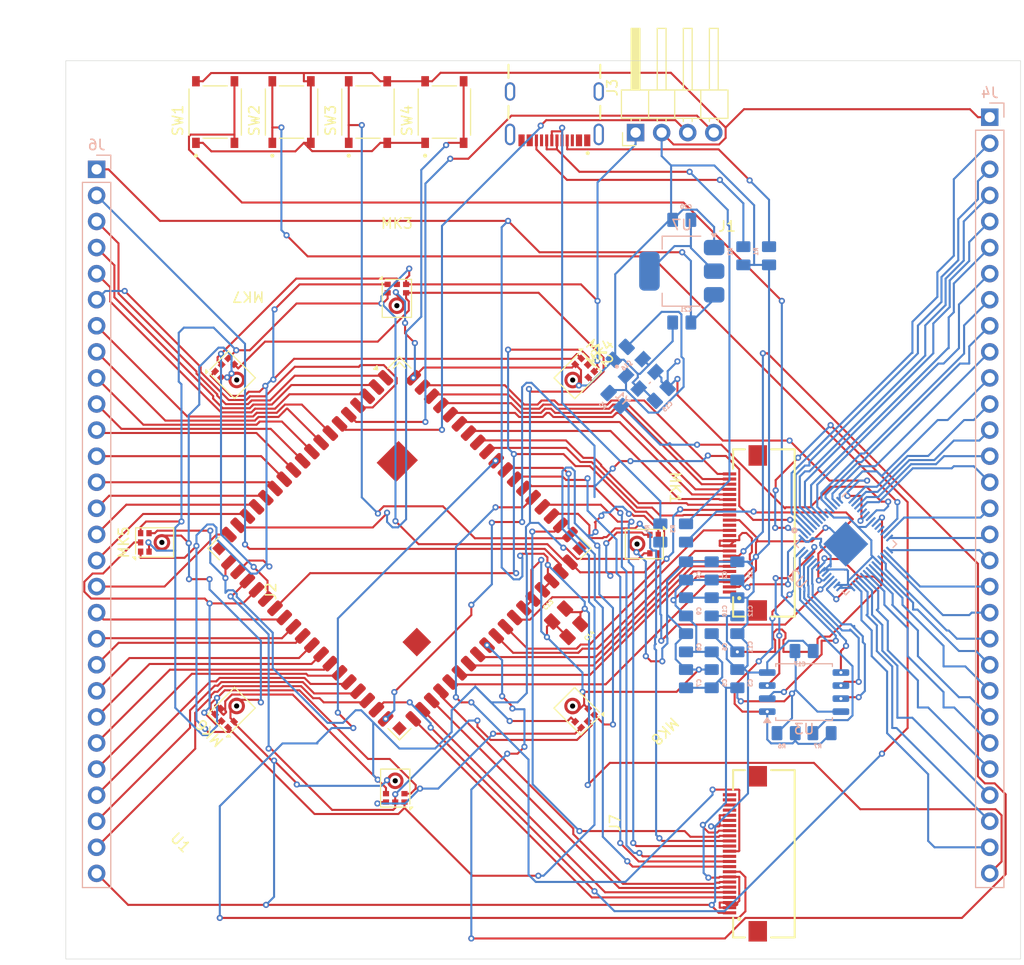
<source format=kicad_pcb>
(kicad_pcb (version 20241229) (generator "pcbnew") (generator_version "9.0")
  (layers (0 "F.Cu" signal) (2 "B.Cu" signal) (13 "F.Paste" user) (15 "B.Paste" user) (5 "F.SilkS" user "F.Silkscreen") (7 "B.SilkS" user "B.Silkscreen") (1 "F.Mask" user) (3 "B.Mask" user) (25 "Edge.Cuts" user))
  (net 0 "")
  (net 1 "GND")
  (net 2 "+3V3")
  (net 3 "+1V1")
  (net 4 "VBUS")
  (net 5 "XIN")
  (net 6 "Net-(C16-Pad2)")
  (net 7 "+3.3V")
  (net 8 "DVP_D0")
  (net 9 "DVP_D3")
  (net 10 "SIPEED-M1W 3.3")
  (net 11 "DVP_XCLK")
  (net 12 "DVP_SCL")
  (net 13 "DVP_D4")
  (net 14 "DVP_D5")
  (net 15 "DVP_D7")
  (net 16 "DVP_D1")
  (net 17 "DVP_HSYNC")
  (net 18 "DVP_SDA")
  (net 19 "DVP_D2")
  (net 20 "DVP_PCLK")
  (net 21 "DVP_VSYNC")
  (net 22 "DVP_D6")
  (net 23 "Net-(J3-Pin_4)")
  (net 24 "Net-(J3-Pin_3)")
  (net 25 "GPIO-10")
  (net 26 "GPIO-22")
  (net 27 "GPIO-27")
  (net 28 "GPIO-29")
  (net 29 "GPIO-2")
  (net 30 "GPIO-7")
  (net 31 "GPIO-23")
  (net 32 "GPIO-15")
  (net 33 "GPIO-8")
  (net 34 "GPIO-26")
  (net 35 "GPIO-5")
  (net 36 "GPIO-9")
  (net 37 "GPIO-28")
  (net 38 "GPIO-14")
  (net 39 "GPIO-20")
  (net 40 "GPIO-3")
  (net 41 "GPIO-19")
  (net 42 "GPIO-24")
  (net 43 "GPIO-4")
  (net 44 "GPIO-13")
  (net 45 "GPIO-12")
  (net 46 "GPIO-16")
  (net 47 "GPIO-6")
  (net 48 "GPIO-21")
  (net 49 "GPIO-18")
  (net 50 "GPIO-11")
  (net 51 "GPIO-17")
  (net 52 "GPIO-25")
  (net 53 "LCD_D3")
  (net 54 "LCD_DC")
  (net 55 "LCD_RST")
  (net 56 "LCD_CS")
  (net 57 "LCD_D7")
  (net 58 "LCD_D0")
  (net 59 "LCD_D2")
  (net 60 "LCD_D5")
  (net 61 "LCD_D4")
  (net 62 "LCD_D1")
  (net 63 "LCD_D6")
  (net 64 "LCD_WR")
  (net 65 "IO17")
  (net 66 "IO8")
  (net 67 "IO31")
  (net 68 "IO33")
  (net 69 "IO25")
  (net 70 "IO10")
  (net 71 "IO26")
  (net 72 "IO1")
  (net 73 "IO6")
  (net 74 "IO13")
  (net 75 "IO3")
  (net 76 "IO32")
  (net 77 "IO14")
  (net 78 "IO27")
  (net 79 "IO12")
  (net 80 "IO29")
  (net 81 "IO11")
  (net 82 "IO15")
  (net 83 "IO9")
  (net 84 "IO28")
  (net 85 "IO7")
  (net 86 "IO0")
  (net 87 "IO24")
  (net 88 "IO2")
  (net 89 "IO30")
  (net 90 "MIC_DAT0")
  (net 91 "MIC_WS")
  (net 92 "MIC_BCK")
  (net 93 "MIC_DAT1")
  (net 94 "MIC_DAT2")
  (net 95 "MIC_DAT3")
  (net 96 "Net-(J1-CC1)")
  (net 97 "Net-(J1-CC2)")
  (net 98 "USB_D+")
  (net 99 "Net-(U2-USB_DP)")
  (net 100 "USB_D-")
  (net 101 "Net-(U2-USB_DM)")
  (net 102 "XOUT")
  (net 103 "QSPI_SS")
  (net 104 "Net-(R7-Pad1)")
  (net 105 "DVP_PWDN")
  (net 107 "Net-(U1-IO16{slash}BOOT)")
  (net 108 "uart(rp2040)rx")
  (net 109 "M1W 1.8")
  (net 110 "uart(rp2040)tx")
  (net 111 "Net-(U1-RST)")
  (net 113 "QSPI_SD3")
  (net 114 "QSPI_SD2")
  (net 115 "QSPI_SD1")
  (net 117 "QSPI_SCLK")
  (net 119 "Net-(U2-RUN)")
  (net 120 "QSPI_SD0")
  (net 121 "DVP_RST")
  (footprint "extra footprint:0805" (layer "F.Cu") (at 161.5 115 45)
    (property "Reference" "C14")
    (property "Value" "10uf")
  )
  (footprint "extra footprint:USB-C" (layer "F.Cu") (at 159.59 62.5 180)
    (property "Reference" "J1")
    (property "Value" "USB_C_Receptacle_USB2.0_14P")
  )
  (footprint "extra footprint:button" (layer "F.Cu") (at 141.4333 64.5 90)
    (property "Reference" "SW3")
    (property "Value" "SW_Push")
  )
  (footprint "extra footprint:button" (layer "F.Cu") (at 126.55 64.5 90)
    (property "Reference" "SW1")
    (property "Value" "SW_Push")
  )
  (footprint "Sensor_Audio:InvenSense_ICS-43434-6_3.5x2.65mm" (layer "F.Cu") (at 120.6493 106.42 90)
    (property "Reference" "MK5")
    (property "Value" "ICS-43434")
  )
  (footprint "extra footprint:CAMERA conn" (layer "F.Cu") (at 180 105.5 90)
    (property "Reference" "J2")
    (property "Value" "CAMERA conn -1x24")
  )
  (footprint "Sensor_Audio:InvenSense_ICS-43434-6_3.5x2.65mm" (layer "F.Cu") (at 168.3507 106.58 -90)
    (property "Reference" "MK1")
    (property "Value" "ICS-43434")
  )
  (footprint "extra footprint:CAMERA conn" (layer "F.Cu") (at 180 136.75 90)
    (property "Reference" "J7")
    (property "Value" "M1W display conn -1x24")
  )
  (footprint "Sensor_Audio:InvenSense_ICS-43434-6_3.5x2.65mm" (layer "F.Cu") (at 161.8757 90.1009 -45)
    (property "Reference" "MK2")
    (property "Value" "ICS-43434")
  )
  (footprint "extra footprint:0805" (layer "F.Cu") (at 160 113.5 45)
    (property "Reference" "C13")
    (property "Value" "0.1uf")
  )
  (footprint "Connector_PinHeader_2.54mm:PinHeader_1x04_P2.54mm_Horizontal" (layer "F.Cu") (at 167.5 66.5 90)
    (property "Reference" "J3")
    (property "Value" "uart programing(M1W)")
  )
  (footprint "Module:Sipeed-M1W" (layer "F.Cu") (at 144.5 107 -45)
    (property "Reference" "U1")
    (property "Value" "Sipeed-M1W")
  )
  (footprint "Sensor_Audio:InvenSense_ICS-43434-6_3.5x2.65mm" (layer "F.Cu") (at 128.1457 90.0922 45)
    (property "Reference" "MK4")
    (property "Value" "ICS-43434")
  )
  (footprint "Sensor_Audio:InvenSense_ICS-43434-6_3.5x2.65mm" (layer "F.Cu") (at 144.0875 130.3507 180)
    (property "Reference" "MK7")
    (property "Value" "ICS-43434")
  )
  (footprint "extra footprint:button" (layer "F.Cu") (at 133.9917 64.5 90)
    (property "Reference" "SW2")
    (property "Value" "SW_Push")
  )
  (footprint "Sensor_Audio:InvenSense_ICS-43434-6_3.5x2.65mm" (layer "F.Cu") (at 144.2475 82.6493)
    (property "Reference" "MK3")
    (property "Value" "ICS-43434")
  )
  (footprint "extra footprint:button" (layer "F.Cu") (at 148.875 64.5 90)
    (property "Reference" "SW4")
    (property "Value" "SW_Push")
  )
  (footprint "Sensor_Audio:InvenSense_ICS-43434-6_3.5x2.65mm" (layer "F.Cu") (at 161.867 122.863 -135)
    (property "Reference" "MK8")
    (property "Value" "ICS-43434")
  )
  (footprint "Sensor_Audio:InvenSense_ICS-43434-6_3.5x2.65mm" (layer "F.Cu") (at 128.137 122.8543 135)
    (property "Reference" "MK6")
    (property "Value" "ICS-43434")
  )
  (footprint "extra footprint:0805" (layer "B.Cu") (at 170 92 45)
    (property "Reference" "C15")
    (property "Value" "15pf")
  )
  (footprint "extra footprint:0805" (layer "B.Cu") (at 183.9125 117)
    (property "Reference" "C17")
    (property "Value" "0.1uf")
  )
  (footprint "extra footprint:0805" (layer "B.Cu") (at 174.9125 116.1941 90)
    (property "Reference" "C6")
    (property "Value" "0.1uf")
  )
  (footprint "extra footprint:0805" (layer "B.Cu") (at 177.4125 112.6941 90)
    (property "Reference" "C12")
    (property "Value" "1uf")
  )
  (footprint "extra footprint:0805" (layer "B.Cu") (at 172 75 180)
    (property "Reference" "C20")
    (property "Value" "10uf")
  )
  (footprint "extra footprint:0805" (layer "B.Cu") (at 169.9125 105.5 -90)
    (property "Reference" "R4")
    (property "Value" "27ohm")
  )
  (footprint "Connector_PinHeader_2.54mm:PinHeader_1x28_P2.54mm_Vertical" (layer "B.Cu") (at 115 70.08 180)
    (property "Reference" "J6")
    (property "Value" "M1W pin headers -1x28")
  )
  (footprint "extra footprint:0805" (layer "B.Cu") (at 177.4125 109.1941 90)
    (property "Reference" "C1")
    (property "Value" "0.1uf")
  )
  (footprint "extra footprint:0805" (layer "B.Cu") (at 165.5 92.5 -45)
    (property "Reference" "R5")
    (property "Value" "1k")
  )
  (footprint "extra footprint:0805" (layer "B.Cu") (at 172.4125 119.6941 90)
    (property "Reference" "C7")
    (property "Value" "0.1uf")
  )
  (footprint "extra footprint:0805" (layer "B.Cu") (at 182.1625 125)
    (property "Reference" "R6")
    (property "Value" "10k")
  )
  (footprint "extra footprint:0805" (layer "B.Cu") (at 174.9125 112.6941 90)
    (property "Reference" "C10")
    (property "Value" "0.1uf")
  )
  (footprint "extra footprint:0805" (layer "B.Cu") (at 166 88 45)
    (property "Reference" "C16")
    (property "Value" "15pf")
  )
  (footprint "extra footprint:0805" (layer "B.Cu") (at 174.9125 119.6941 90)
    (property "Reference" "C5")
    (property "Value" "0.1uf")
  )
  (footprint "Connector_PinHeader_2.54mm:PinHeader_1x30_P2.54mm_Vertical" (layer "B.Cu") (at 202 65 180)
    (property "Reference" "J4")
    (property "Value" "RP2040 pinn headers -1x30")
  )
  (footprint "extra footprint:12mhz crystal" (layer "B.Cu") (at 168 90 -45)
    (property "Reference" "Y1")
    (property "Value" "12mhz")
  )
  (footprint "extra footprint:0805" (layer "B.Cu") (at 180.5 78.5 -90)
    (property "Reference" "R1")
    (property "Value" "5.1k")
  )
  (footprint "extra footprint:0805" (layer "B.Cu") (at 172.4125 116.1941 90)
    (property "Reference" "C8")
    (property "Value" "0.1uf")
  )
  (footprint "extra footprint:0805" (layer "B.Cu") (at 177.4125 119.6941 90)
    (property "Reference" "C3")
    (property "Value" "0.1uf")
  )
  (footprint "Package_SO:SOIC-8_5.3x5.3mm_P1.27mm" (layer "B.Cu") (at 183.9125 121)
    (property "Reference" "U3")
    (property "Value" "W25Q128JVS")
  )
  (footprint "extra footprint:0805" (layer "B.Cu") (at 172.4125 105.5 -90)
    (property "Reference" "R3")
    (property "Value" "27ohm")
  )
  (footprint "extra footprint:0805" (layer "B.Cu") (at 174.9125 109.1941 90)
    (property "Reference" "C2")
    (property "Value" "0.1uf")
  )
  (footprint "extra footprint:RP2040" (layer "B.Cu") (at 187.9735 106.5811 -45)
    (property "Reference" "U2")
    (property "Value" "RP2040")
  )
  (footprint "extra footprint:0805" (layer "B.Cu") (at 172 85 180)
    (property "Reference" "C21")
    (property "Value" "10uf")
  )
  (footprint "extra footprint:0805" (layer "B.Cu") (at 185.6625 125)
    (property "Reference" "R7")
    (property "Value" "1k")
  )
  (footprint "extra footprint:0805" (layer "B.Cu") (at 178 78.5 -90)
    (property "Reference" "R2")
    (property "Value" "5.1k")
  )
  (footprint "extra footprint:0805" (layer "B.Cu") (at 177.4125 116.1941 90)
    (property "Reference" "C11")
    (property "Value" "0.1uf")
  )
  (footprint "extra footprint:0805" (layer "B.Cu") (at 172.4125 109.1941 90)
    (property "Reference" "C4")
    (property "Value" "0.1uf")
  )
  (footprint "Package_TO_SOT_SMD:SOT-223-3_TabPin2" (layer "B.Cu") (at 172 80 180)
    (property "Reference" "U7")
    (property "Value" "NCP1117-3.3_SOT223")
  )
  (footprint "extra footprint:0805" (layer "B.Cu") (at 172.4125 112.6941 90)
    (property "Reference" "C9")
    (property "Value" "1uf")
  )
  (gr_rect (start 112 59.5) (end 205 147) (stroke (width 0.05)) (fill no) (layer "Edge.Cuts"))
  (segment (start 130.751254 121.751254) (end 131 122) (width 0.2) (layer "F.Cu") (net 1))
  (segment (start 127.7181 90.345344) (end 127.126052 90.345344) (width 0.2) (layer "F.Cu") (net 1))
  (segment (start 127.7181 90.345344) (end 127.771153 90.345344) (width 0.2) (layer "F.Cu") (net 1))
  (segment (start 176.65 110.75) (end 177.6017 110.75) (width 0.2) (layer "F.Cu") (net 1))
  (segment (start 175.6185 134.0798) (end 175.6983 134) (width 0.2) (layer "F.Cu") (net 1))
  (segment (start 176.1742 133.5) (end 175.8595 133.5) (width 0.2) (layer "F.Cu") (net 1))
  (segment (start 171.493 120.9756) (end 162.4887 120.9756) (width 0.2) (layer "F.Cu") (net 1))
  (segment (start 157.5214 111.9391) (end 156.6233 112.8372) (width 0.2) (layer "F.Cu") (net 1))
  (segment (start 145.8453 90.3848) (end 146.8421 89.388) (width 0.2) (layer "F.Cu") (net 1))
  (segment (start 115 138.66) (end 118.0658 141.7258) (width 0.2) (layer "F.Cu") (net 1))
  (segment (start 179.2286 109.1231) (end 179.2286 107.8186) (width 0.2) (layer "F.Cu") (net 1))
  (segment (start 160.896496 122.829412) (end 161.029038 122.961954) (width 0.2) (layer "F.Cu") (net 1))
  (segment (start 176.65 133) (end 175.6983 133) (width 0.2) (layer "F.Cu") (net 1))
  (segment (start 123.239636 105.7575) (end 123.972317 106.490181) (width 0.2) (layer "F.Cu") (net 1))
  (segment (start 184.6867 106.3133) (end 186 105) (width 0.2) (layer "F.Cu") (net 1))
  (segment (start 175.6983 134) (end 175.6983 133.5) (width 0.2) (layer "F.Cu") (net 1))
  (segment (start 174.9049 141.7258) (end 174.9162 141.7371) (width 0.2) (layer "F.Cu") (net 1))
  (segment (start 176.65 142.5) (end 175.5931 142.5) (width 0.2) (layer "F.Cu") (net 1))
  (segment (start 175.6983 134) (end 176.65 134) (width 0.2) (layer "F.Cu") (net 1))
  (segment (start 118.0658 141.7258) (end 131.5033 141.7258) (width 0.2) (layer "F.Cu") (net 1))
  (segment (start 170.1 118) (end 169 118) (width 0.2) (layer "F.Cu") (net 1))
  (segment (start 179.3442 106.3133) (end 184.6867 106.3133) (width 0.2) (layer "F.Cu") (net 1))
  (segment (start 128.964329 89.973913) (end 129.116204 90.125788) (width 0.2) (layer "F.Cu") (net 1))
  (segment (start 162.181494 90) (end 162.181494 90.732022) (width 0.2) (layer "F.Cu") (net 1))
  (segment (start 145.046665 85.046665) (end 145.046665 86.046665) (width 0.2) (layer "F.Cu") (net 1))
  (segment (start 126 110) (end 124 110) (width 0.2) (layer "F.Cu") (net 1))
  (segment (start 135.19 60.6983) (end 126.1534 60.6983) (width 0.2) (layer "F.Cu") (net 1))
  (segment (start 202 65) (end 200.8483 65) (width 0.2) (layer "F.Cu") (net 1))
  (segment (start 141.8253 68.3063) (end 135.9963 68.3063) (width 0.2) (layer "F.Cu") (net 1))
  (segment (start 143.3083 61.5) (end 142.6316 61.5) (width 0.2) (layer "F.Cu") (net 1))
  (segment (start 157.3512 111.7689) (end 157.3512 109.0864) (width 0.2) (layer "F.Cu") (net 1))
  (segment (start 170.9381 60.6756) (end 148.5011 60.6756) (width 0.2) (layer "F.Cu") (net 1))
  (segment (start 157.5214 111.9391) (end 157.3512 111.7689) (width 0.2) (layer "F.Cu") (net 1))
  (segment (start 135.8667 67.5) (end 135.19 67.5) (width 0.2) (layer "F.Cu") (net 1))
  (segment (start 127.771153 90.345344) (end 128.142584 89.973913) (width 0.2) (layer "F.Cu") (net 1))
  (segment (start 135.8667 61.5) (end 135.8667 67.5) (width 0.2) (layer "F.Cu") (net 1))
  (segment (start 161.029038 122.961954) (end 161.738746 122.961954) (width 0.2) (layer "F.Cu") (net 1))
  (segment (start 167.6407 107.2425) (end 167.6407 107.320773) (width 0.2) (layer "F.Cu") (net 1))
  (segment (start 143.3083 67.5) (end 147 67.5) (width 0.2) (layer "F.Cu") (net 1))
  (segment (start 128.038046 122.016338) (end 128.170588 121.883796) (width 0.2) (layer "F.Cu") (net 1))
  (segment (start 179.2287 107.8186) (end 179.2287 106.4288) (width 0.2) (layer "F.Cu") (net 1))
  (segment (start 135.9963 68.3063) (end 135.19 67.5) (width 0.2) (layer "F.Cu") (net 1))
  (segment (start 176.2717 66.0092) (end 176.2717 67.0191) (width 0.2) (layer "F.Cu") (net 1))
  (segment (start 128.142584 89.973913) (end 128.964329 89.973913) (width 0.2) (layer "F.Cu") (net 1))
  (segment (start 178.0581 64.2228) (end 176.2717 66.0092) (width 0.2) (layer "F.Cu") (net 1))
  (segment (start 175.8595 133.5) (end 175.6983 133.5) (width 0.2) (layer "F.Cu") (net 1))
  (segment (start 177.6017 110.75) (end 179.2286 109.1231) (width 0.2) (layer "F.Cu") (net 1))
  (segment (start 175.6983 133.3388) (end 175.6983 133) (width 0.2) (layer "F.Cu") (net 1))
  (segment (start 200.0711 64.2228) (end 178.0581 64.2228) (width 0.2) (layer "F.Cu") (net 1))
  (segment (start 135.19 60.6983) (end 141.8299 60.6983) (width 0.2) (layer "F.Cu") (net 1))
  (segment (start 121.3593 105.7575) (end 123.239636 105.7575) (width 0.2) (layer "F.Cu") (net 1))
  (segment (start 132.0634 127.6735) (end 132.2862 127.6735) (width 0.2) (layer "F.Cu") (net 1))
  (segment (start 158.8677 114.6323) (end 159.3721 114.1279) (width 0.2) (layer "F.Cu") (net 1))
  (segment (start 162.4887 120.9756) (end 162.4887 122.212) (width 0.2) (layer "F.Cu") (net 1))
  (segment (start 175.8595 133.5) (end 175.6983 133.3388) (width 0.2) (layer "F.Cu") (net 1))
  (segment (start 128.3901 124.0002) (end 132.0634 127.6735) (width 0.2) (layer "F.Cu") (net 1))
  (segment (start 162.181494 90) (end 162.181494 90.924408) (width 0.2) (layer "F.Cu") (net 1))
  (segment (start 144.91 83.3593) (end 144.91 83.013) (width 0.2) (layer "F.Cu") (net 1))
  (segment (start 176.2717 66.0092) (end 170.9381 60.6756) (width 0.2) (layer "F.Cu") (net 1))
  (segment (start 175.6313 67.6595) (end 171.1995 67.6595) (width 0.2) (layer "F.Cu") (net 1))
  (segment (start 167.6407 107.320773) (end 167.583519 107.377954) (width 0.2) (layer "F.Cu") (net 1))
  (segment (start 171.1995 67.6595) (end 170.04 66.5) (width 0.2) (layer "F.Cu") (net 1))
  (segment (start 158.8677 115.6448) (end 158.8677 114.6323) (width 0.2) (layer "F.Cu") (net 1))
  (segment (start 162.4887 120.9756) (end 162.3283 120.9756) (width 0.2) (layer "F.Cu") (net 1))
  (segment (start 128.30313 121.751254) (end 130.751254 121.751254) (width 0.2) (layer "F.Cu") (net 1))
  (segment (start 144.91 83.013) (end 144.147502 82.250502) (width 0.2) (layer "F.Cu") (net 1))
  (segment (start 124.675 67.5) (end 125.3517 67.5) (width 0.2) (layer "F.Cu") (net 1))
  (segment (start 134.3647 68.3253) (end 126.177 68.3253) (width 0.2) (layer "F.Cu") (net 1))
  (segment (start 174.8589 134.0798) (end 175.6185 134.0798) (width 0.2) (layer "F.Cu") (net 1))
  (segment (start 175.5931 142.5) (end 174.9162 141.8231) (width 0.2) (layer "F.Cu") (net 1))
  (segment (start 131.5033 141.7258) (end 174.9049 141.7258) (width 0.2) (layer "F.Cu") (net 1))
  (segment (start 161.6226 89.0813) (end 161.3159 89.388) (width 0.2) (layer "F.Cu") (net 1))
  (segment (start 135.19 67.5) (end 134.3647 68.3253) (width 0.2) (layer "F.Cu") (net 1))
  (segment (start 126.177 68.3253) (end 125.3517 67.5) (width 0.2) (layer "F.Cu") (net 1))
  (segment (start 169 118) (end 168.5 117.5) (width 0.2) (layer "F.Cu") (net 1))
  (segment (start 161.622556 89.081252) (end 162.181494 89.64019) (width 0.2) (layer "F.Cu") (net 1))
  (segment (start 145.046665 86.046665) (end 146 87) (width 0.2) (layer "F.Cu") (net 1))
  (segment (start 160.8721 115.6279) (end 159.3721 114.1279) (width 0.2) (layer "F.Cu") (net 1))
  (segment (start 176.65 104.25) (end 177.6017 104.25) (width 0.2) (layer "F.Cu") (net 1))
  (segment (start 146.8421 89.388) (end 161.3159 89.388) (width 0.2) (layer "F.Cu") (net 1))
  (segment (start 128.390144 123.873948) (end 128.038046 123.52185) (width 0.2) (layer "F.Cu") (net 1))
  (segment (start 134.5 129.8873) (end 134.5 130) (width 0.2) (layer "F.Cu") (net 1))
  (segment (start 161.738746 122.961954) (end 162.4887 122.212) (width 0.2) (layer "F.Cu") (net 1))
  (segment (start 162.181494 90.732022) (end 161.842112 91.071404) (width 0.2) (layer "F.Cu") (net 1))
  (segment (start 124.675 61.5) (end 125.3517 61.5) (width 0.2) (layer "F.Cu") (net 1))
  (segment (start 162.181494 90.924408) (end 161.972501 91.133401) (width 0.2) (layer "F.Cu") (net 1))
  (segment (start 148.5011 60.6756) (end 147.6767 61.5) (width 0.2) (layer "F.Cu") (net 1))
  (segment (start 176.65 133.5) (end 176.1742 133.5) (width 0.2) (layer "F.Cu") (net 1))
  (segment (start 135.8667 61.5) (end 135.19 61.5) (width 0.2) (layer "F.Cu") (net 1))
  (segment (start 144.147502 82.250502) (end 144.147502 82.046302) (width 0.2) (layer "F.Cu") (net 1))
  (segment (start 128.170588 121.883796) (end 128.30313 121.751254) (width 0.2) (layer "F.Cu") (net 1))
  (segment (start 128.038046 123.52185) (end 128.038046 122.016338) (width 0.2) (layer "F.Cu") (net 1))
  (segment (start 142.6316 67.5) (end 141.8253 68.3063) (width 0.2) (layer "F.Cu") (net 1))
  (segment (start 143.3083 61.5) (end 147 61.5) (width 0.2) (layer "F.Cu") (net 1))
  (segment (start 132.2862 127.6735) (end 134.5 129.8873) (width 0.2) (layer "F.Cu") (net 1))
  (segment (start 147 61.5) (end 147.6767 61.5) (width 0.2) (layer "F.Cu") (net 1))
  (segment (start 128.3901 123.8739) (end 128.3901 124.0002) (width 0.2) (layer "F.Cu") (net 1))
  (segment (start 162.8866 122.6099) (end 162.4887 122.212) (width 0.2) (layer "F.Cu") (net 1))
  (segment (start 179.2286 107.8186) (end 179.2287 107.8186) (width 0.2) (layer "F.Cu") (net 1))
  (segment (start 143.3083 67.5) (end 142.6316 67.5) (width 0.2) (layer "F.Cu") (net 1))
  (segment (start 162.181494 89.64019) (end 162.181494 90) (width 0.2) (layer "F.Cu") (net 1))
  (segment (start 200.8483 65) (end 200.0711 64.2228) (width 0.2) (layer "F.Cu") (net 1))
  (segment (start 173.6625 118.8061) (end 171.493 120.9756) (width 0.2) (layer "F.Cu") (net 1))
  (segment (start 174.9162 141.8231) (end 174.9162 141.7371) (width 0.2) (layer "F.Cu") (net 1))
  (segment (start 126.1534 60.6983) (end 125.3517 61.5) (width 0.2) (layer "F.Cu") (net 1))
  (segment (start 176.2717 67.0191) (end 175.6313 67.6595) (width 0.2) (layer "F.Cu") (net 1))
  (segment (start 179.2287 106.4288) (end 179.3442 106.3133) (width 0.2) (layer "F.Cu") (net 1))
  (segment (start 177.6017 104.25) (end 179.3442 105.9925) (width 0.2) (layer "F.Cu") (net 1))
  (segment (start 135.19 61.5) (end 135.19 60.6983) (width 0.2) (layer "F.Cu") (net 1))
  (segment (start 157.3512 109.0864) (end 158.311 108.1266) (width 0.2) (layer "F.Cu") (net 1))
  (segment (start 179.3442 105.9925) (end 179.3442 106.3133) (width 0.2) (layer "F.Cu") (net 1))
  (segment (start 141.8299 60.6983) (end 142.6316 61.5) (width 0.2) (layer "F.Cu") (net 1))
  (via (at 161.972501 91.133401) (size 0.6) (drill 0.3) (layers "F.Cu" "B.Cu") (net 1))
  (via (at 186 105) (size 0.6) (drill 0.3) (layers "F.Cu" "B.Cu") (net 1))
  (via (at 162.3283 120.9756) (size 0.6) (drill 0.3) (layers "F.Cu" "B.Cu") (net 1))
  (via (at 127.7181 90.345344) (size 0.6) (drill 0.3) (layers "F.Cu" "B.Cu") (net 1))
  (via (at 170.1 118) (size 0.6) (drill 0.3) (layers "F.Cu" "B.Cu") (net 1))
  (via (at 167.583519 107.377954) (size 0.6) (drill 0.3) (layers "F.Cu" "B.Cu") (net 1))
  (via (at 144.147502 82.046302) (size 0.6) (drill 0.3) (layers "F.Cu" "B.Cu") (net 1))
  (via (at 143.289337 129.586509) (size 0.6) (drill 0.3) (layers "F.Cu" "B.Cu") (net 1))
  (via (at 126 110) (size 0.6) (drill 0.3) (layers "F.Cu" "B.Cu") (net 1))
  (via (at 145.046665 85.046665) (size 0.6) (drill 0.3) (layers "F.Cu" "B.Cu") (net 1))
  (via (at 179.2287 107.8186) (size 0.6) (drill 0.3) (layers "F.Cu" "B.Cu") (net 1))
  (via (at 124 110) (size 0.6) (drill 0.3) (layers "F.Cu" "B.Cu") (net 1))
  (via (at 132.2862 127.6735) (size 0.6) (drill 0.3) (layers "F.Cu" "B.Cu") (net 1))
  (via (at 174.8589 134.0798) (size 0.6) (drill 0.3) (layers "F.Cu" "B.Cu") (net 1))
  (via (at 174.9162 141.7371) (size 0.6) (drill 0.3) (layers "F.Cu" "B.Cu") (net 1))
  (via (at 168.5 117.5) (size 0.6) (drill 0.3) (layers "F.Cu" "B.Cu") (net 1))
  (via (at 131 122) (size 0.6) (drill 0.3) (layers "F.Cu" "B.Cu") (net 1))
  (via (at 123.972317 106.490181) (size 0.6) (drill 0.3) (layers "F.Cu" "B.Cu") (net 1))
  (via (at 134.5 130) (size 0.6) (drill 0.3) (layers "F.Cu" "B.Cu") (net 1))
  (via (at 131.5033 141.7258) (size 0.6) (drill 0.3) (layers "F.Cu" "B.Cu") (net 1))
  (via (at 146 87) (size 0.6) (drill 0.3) (layers "F.Cu" "B.Cu") (net 1))
  (via (at 158.311 108.1266) (size 0.6) (drill 0.3) (layers "F.Cu" "B.Cu") (net 1))
  (via (at 145.845271 90.384758) (size 0.6) (drill 0.3) (layers "F.Cu" "B.Cu") (net 1))
  (via (at 128.142584 89.973913) (size 0.6) (drill 0.3) (layers "F.Cu" "B.Cu") (net 1))
  (via (at 173.6625 118.8061) (size 0.6) (drill 0.3) (layers "F.Cu" "B.Cu") (net 1))
  (via (at 158.8677 115.6448) (size 0.6) (drill 0.3) (layers "F.Cu" "B.Cu") (net 1))
  (segment (start 124 110) (end 124 106.517864) (width 0.2) (layer "B.Cu") (net 1))
  (segment (start 165.5172 88.6279) (end 165.5172 80.2933) (width 0.2) (layer "B.Cu") (net 1))
  (segment (start 172.4125 108.3061) (end 174.9125 108.3061) (width 0.2) (layer "B.Cu") (net 1))
  (segment (start 172.4125 115.3061) (end 170.5656 113.4592) (width 0.2) (layer "B.Cu") (net 1))
  (segment (start 167.7172 90.351) (end 167.2209 90.8473) (width 0.2) (layer "B.Cu") (net 1))
  (segment (start 178.0853 118.7296) (end 178.0088 118.8061) (width 0.2) (layer "B.Cu") (net 1))
  (segment (start 158.8677 115.6448) (end 158.311 115.0881) (width 0.2) (layer "B.Cu") (net 1))
  (segment (start 162.3283 120.9756) (end 162.3283 119.1054) (width 0.2) (layer "B.Cu") (net 1))
  (segment (start 174.9125 111.8061) (end 177.4125 111.8061) (width 0.2) (layer "B.Cu") (net 1))
  (segment (start 175.2474 141.4059) (end 175.2474 134.0798) (width 0.2) (layer "B.Cu") (net 1))
  (segment (start 171.112 75) (end 172.1046 74.0074) (width 0.2) (layer "B.Cu") (net 1))
  (segment (start 177.4125 111.8061) (end 178.4047 111.8061) (width 0.2) (layer "B.Cu") (net 1))
  (segment (start 178.0853 118.7296) (end 178.4507 119.095) (width 0.2) (layer "B.Cu") (net 1))
  (segment (start 172.4125 118.8061) (end 173.6625 118.8061) (width 0.2) (layer "B.Cu") (net 1))
  (segment (start 186.3924 105) (end 187.9735 106.5811) (width 0.2) (layer "B.Cu") (net 1))
  (segment (start 178.4047 114.3139) (end 178.4047 111.8061) (width 0.2) (layer "B.Cu") (net 1))
  (segment (start 175.2474 134.0798) (end 174.8589 134.0798) (width 0.2) (layer "B.Cu") (net 1))
  (segment (start 125 93) (end 125 89.319457) (width 0.2) (layer "B.Cu") (net 1))
  (segment (start 124 106.517864) (end 123.972317 106.490181) (width 0.2) (layer "B.Cu") (net 1))
  (segment (start 179.2287 107.8186) (end 180.5 106.5473) (width 0.2) (layer "B.Cu") (net 1))
  (segment (start 178.7412 108.3061) (end 178.4047 108.3061) (width 0.2) (layer "B.Cu") (net 1))
  (segment (start 179 111.2108) (end 179 108.9014) (width 0.2) (layer "B.Cu") (net 1))
  (segment (start 175.15 75.6964) (end 175.15 77.7) (width 0.2) (layer "B.Cu") (net 1))
  (segment (start 180.325 118.0861) (end 180.325 119.095) (width 0.2) (layer "B.Cu") (net 1))
  (segment (start 170.5656 115.715657) (end 170.601 115.751057) (width 0.2) (layer "B.Cu") (net 1))
  (segment (start 170.04 68.7826) (end 170.9612 69.7038) (width 0.2) (layer "B.Cu") (net 1))
  (segment (start 144.147502 82.046302) (end 145.046665 82.945465) (width 0.2) (layer "B.Cu") (net 1))
  (segment (start 125 89.319457) (end 126.869057 87.4504) (width 0.2) (layer "B.Cu") (net 1))
  (segment (start 167.8838 91.1396) (end 169.3721 92.6279) (width 0.2) (layer "B.Cu") (net 1))
  (segment (start 186 105) (end 186.3924 105) (width 0.2) (layer "B.Cu") (net 1))
  (segment (start 174.9162 141.7371) (end 175.2474 141.4059) (width 0.2) (layer "B.Cu") (net 1))
  (segment (start 132.2862 140.9429) (end 132.2862 127.6735) (width 0.2) (layer "B.Cu") (net 1))
  (segment (start 134.6324 130.1324) (end 142.743446 130.1324) (width 0.2) (layer "B.Cu") (net 1))
  (segment (start 176.3799 117.7735) (end 176.3799 116.7735) (width 0.2) (layer "B.Cu") (net 1))
  (segment (start 171.4078 117.8014) (end 172.4125 118.8061) (width 0.2) (layer "B.Cu") (net 1))
  (segment (start 170.9612 69.7038) (end 170.9612 74.8492) (width 0.2) (layer "B.Cu") (net 1))
  (segment (start 177.4125 118.8061) (end 176.3799 117.7735) (width 0.2) (layer "B.Cu") (net 1))
  (segment (start 165.5172 80.2933) (end 170.9613 74.8492) (width 0.2) (layer "B.Cu") (net 1))
  (segment (start 158.311 115.0881) (end 158.311 108.1266) (width 0.2) (layer "B.Cu") (net 1))
  (segment (start 166.3475 88.6279) (end 167.7172 89.9976) (width 0.2) (layer "B.Cu") (net 1))
  (segment (start 167.7172 89.9976) (end 167.9342 89.9976) (width 0.2) (layer "B.Cu") (net 1))
  (segment (start 127.366943 87.4504) (end 128.142584 88.226041) (width 0.2) (layer "B.Cu") (net 1))
  (segment (start 162.3283 119.1054) (end 158.8677 115.6448) (width 0.2) (layer "B.Cu") (net 1))
  (segment (start 172.1046 74.0074) (end 173.461 74.0074) (width 0.2) (layer "B.Cu") (net 1))
  (segment (start 168.5 117.5) (end 168.5 108.294435) (width 0.2) (layer "B.Cu") (net 1))
  (segment (start 142.743446 130.1324) (end 143.289337 129.586509) (width 0.2) (layer "B.Cu") (net 1))
  (segment (start 178.0088 118.8061) (end 177.4125 118.8061) (width 0.2) (layer "B.Cu") (net 1))
  (segment (start 171.112 75) (end 170.9613 74.8492) (width 0.2) (layer "B.Cu") (net 1))
  (segment (start 170.601 116.248943) (end 170.248943 116.601) (width 0.2) (layer "B.Cu") (net 1))
  (segment (start 179.0469 79.388) (end 178 79.388) (width 0.2) (layer "B.Cu") (net 1))
  (segment (start 170.248943 116.601) (end 170.1 116.749943) (width 0.2) (layer "B.Cu") (net 1))
  (segment (start 178.4507 119.095) (end 178.4507 130.8765) (width 0.2) (layer "B.Cu") (net 1))
  (segment (start 180.5 106.5473) (end 180.5 79.388) (width 0.2) (layer "B.Cu") (net 1))
  (segment (start 178.0853 118.7296) (end 178.4117 118.4032) (width 0.2) (layer "B.Cu") (net 1))
  (segment (start 170.9612 74.8492) (end 170.9613 74.8492) (width 0.2) (layer "B.Cu") (net 1))
  (segment (start 182.4071 116.004) (end 180.325 118.0861) (width 0.2) (layer "B.Cu") (net 1))
  (segment (start 168.1945 88.5681) (end 168.7791 89.1527) (width 0.2) (layer "B.Cu") (net 1))
  (segment (start 170.5656 110.153) (end 170.5656 115.715657) (width 0.2) (layer "B.Cu") (net 1))
  (segment (start 179.0469 79.388) (end 179.0469 73.5776) (width 0.2) (layer "B.Cu") (net 1))
  (segment (start 167.7172 89.9976) (end 167.7172 90.351) (width 0.2) (layer "B.Cu") (net 1))
  (segment (start 179 108.9014) (end 178.4047 108.3061) (width 0.2) (layer "B.Cu") (net 1))
  (segment (start 178.4047 111.8061) (end 179 111.2108) (width 0.2) (layer "B.Cu") (net 1))
  (segment (start 183.8045 116.004) (end 182.4071 116.004) (width 0.2) (layer "B.Cu") (net 1))
  (segment (start 146 90.230029) (end 145.845271 90.384758) (width 0.2) (layer "B.Cu") (net 1))
  (segment (start 168.5 108.294435) (end 167.583519 107.377954) (width 0.2) (layer "B.Cu") (net 1))
  (segment (start 179.2287 107.8186) (end 178.7412 108.3061) (width 0.2) (layer "B.Cu") (net 1))
  (segment (start 177.4125 115.3061) (end 178.4047 114.3139) (width 0.2) (layer "B.Cu") (net 1))
  (segment (start 167.5132 91.1396) (end 167.8838 91.1396) (width 0.2) (layer "B.Cu") (net 1))
  (segment (start 184.8005 117) (end 183.8045 116.004) (width 0.2) (layer "B.Cu") (net 1))
  (segment (start 170.04 66.5) (end 170.04 68.7826) (width 0.2) (layer "B.Cu") (net 1))
  (segment (start 180.325 119.095) (end 178.4507 119.095) (width 0.2) (layer "B.Cu") (net 1))
  (segment (start 131.5033 141.7258) (end 132.2862 140.9429) (width 0.2) (layer "B.Cu") (net 1))
  (segment (start 176.3799 116.7735) (end 174.9125 115.3061) (width 0.2) (layer "B.Cu") (net 1))
  (segment (start 167.8055 91.4319) (end 167.5132 91.1396) (width 0.2) (layer "B.Cu") (net 1))
  (segment (start 170.5656 113.4592) (end 170.5656 110.153) (width 0.2) (layer "B.Cu") (net 1))
  (segment (start 126.869057 87.4504) (end 127.366943 87.4504) (width 0.2) (layer "B.Cu") (net 1))
  (segment (start 170.1 116.749943) (end 170.1 118) (width 0.2) (layer "B.Cu") (net 1))
  (segment (start 178.4117 118.4032) (end 178.4117 116.3053) (width 0.2) (layer "B.Cu") (net 1))
  (segment (start 167.9342 89.9976) (end 168.7791 89.1527) (width 0.2) (layer "B.Cu") (net 1))
  (segment (start 172.4125 111.8061) (end 174.9125 111.8061) (width 0.2) (layer "B.Cu") (net 1))
  (segment (start 161.972501 91.133401) (end 162.866599 91.133401) (width 0.2) (layer "B.Cu") (net 1))
  (segment (start 131 116) (end 126 111) (width 0.2) (layer "B.Cu") (net 1))
  (segment (start 175.1731 69.7038) (end 170.9612 69.7038) (width 0.2) (layer "B.Cu") (net 1))
  (segment (start 173.461 74.0074) (end 175.15 75.6964) (width 0.2) (layer "B.Cu") (net 1))
  (segment (start 123.972317 94.027683) (end 125 93) (width 0.2) (layer "B.Cu") (net 1))
  (segment (start 172.4125 115.3061) (end 171.4078 116.3108) (width 0.2) (layer "B.Cu") (net 1))
  (segment (start 146 87) (end 146 90.230029) (width 0.2) (layer "B.Cu") (net 1))
  (segment (start 165.5172 88.6279) (end 166.3475 88.6279) (width 0.2) (layer "B.Cu") (net 1))
  (segment (start 145.046665 82.945465) (end 145.046665 85.046665) (width 0.2) (layer "B.Cu") (net 1))
  (segment (start 170.601 115.751057) (end 170.601 116.248943) (width 0.2) (layer "B.Cu") (net 1))
  (segment (start 134.5 130) (end 134.6324 130.1324) (width 0.2) (layer "B.Cu") (net 1))
  (segment (start 123.972317 106.490181) (end 123.972317 94.027683) (width 0.2) (layer "B.Cu") (net 1))
  (segment (start 178.4117 116.3053) (end 177.4125 115.3061) (width 0.2) (layer "B.Cu") (net 1))
  (segment (start 128.142584 88.226041) (end 128.142584 89.973913) (width 0.2) (layer "B.Cu") (net 1))
  (segment (start 126 111) (end 126 110) (width 0.2) (layer "B.Cu") (net 1))
  (segment (start 165.3721 88.6279) (end 165.5172 88.6279) (width 0.2) (layer "B.Cu") (net 1))
  (segment (start 173.6625 118.8061) (end 174.9125 118.8061) (width 0.2) (layer "B.Cu") (net 1))
  (segment (start 167.5132 91.1396) (end 167.2209 90.8473) (width 0.2) (layer "B.Cu") (net 1))
  (segment (start 180.5 79.388) (end 179.0469 79.388) (width 0.2) (layer "B.Cu") (net 1))
  (segment (start 131 122) (end 131 116) (width 0.2) (layer "B.Cu") (net 1))
  (segment (start 171.112 85) (end 171.112 86.8198) (width 0.2) (layer "B.Cu") (net 1))
  (segment (start 179.0469 73.5776) (end 175.1731 69.7038) (width 0.2) (layer "B.Cu") (net 1))
  (segment (start 171.112 86.8198) (end 168.7791 89.1527) (width 0.2) (layer "B.Cu") (net 1))
  (segment (start 171.4078 116.3108) (end 171.4078 117.8014) (width 0.2) (layer "B.Cu") (net 1))
  (segment (start 170.5656 110.153) (end 172.4125 108.3061) (width 0.2) (layer "B.Cu") (net 1))
  (segment (start 177.4125 108.3061) (end 178.4047 108.3061) (width 0.2) (layer "B.Cu") (net 1))
  (segment (start 174.9125 108.3061) (end 177.4125 108.3061) (width 0.2) (layer "B.Cu") (net 1))
  (segment (start 178.4507 130.8765) (end 175.2474 134.0798) (width 0.2) (layer "B.Cu") (net 1))
  (segment (start 162.866599 91.133401) (end 165.372089 88.627911) (width 0.2) (layer "B.Cu") (net 1))
  (segment (start 177.7499 121.8947) (end 181.9841 121.8947) (width 0.2) (layer "F.Cu") (net 2))
  (segment (start 178.6277 108.067543) (end 178.6277 107.569657) (width 0.2) (layer "F.Cu") (net 2))
  (segment (start 176.2793 106.25) (end 176.65 106.25) (width 0.2) (layer "F.Cu") (net 2))
  (segment (start 177.4 141.5302) (end 177.6017 141.3285) (width 0.2) (layer "F.Cu") (net 2))
  (segment (start 177.601 105.799) (end 177.601 106.201) (width 0.2) (layer "F.Cu") (net 2))
  (segment (start 177.025 139) (end 176.65 139) (width 0.2) (layer "F.Cu") (net 2))
  (segment (start 182.3468 110.5) (end 178.700228 110.5) (width 0.2) (layer "F.Cu") (net 2))
  (segment (start 173.4851 109.75) (end 176.65 109.75) (width 0.2) (layer "F.Cu") (net 2))
  (segment (start 175.6983 141.5) (end 175.6983 142) (width 0.2) (layer "F.Cu") (net 2))
  (segment (start 177.6017 141.3285) (end 177.6017 139) (width 0.2) (layer "F.Cu") (net 2))
  (segment (start 175.6983 106.75) (end 175.6983 106.25) (width 0.2) (layer "F.Cu") (net 2))
  (segment (start 178.8276 108.267443) (end 178.6277 108.067543) (width 0.2) (layer "F.Cu") (net 2))
  (segment (start 178.8277 106.0431) (end 178.2846 105.5) (width 0.2) (layer "F.Cu") (net 2))
  (segment (start 174.0571 134.1288) (end 174.6098 134.6815) (width 0.2) (layer "F.Cu") (net 2))
  (segment (start 175.6239 134.5) (end 176.65 134.5) (width 0.2) (layer "F.Cu") (net 2))
  (segment (start 176.65 139) (end 175.6983 139) (width 0.2) (layer "F.Cu") (net 2))
  (segment (start 174.6098 134.6815) (end 175.4424 134.6815) (width 0.2) (layer "F.Cu") (net 2))
  (segment (start 176.65 109.75) (end 178.0346 109.75) (width 0.2) (layer "F.Cu") (net 2))
  (segment (start 178.6277 107.569657) (end 178.8277 107.369657) (width 0.2) (layer "F.Cu") (net 2))
  (segment (start 174.5919 139.0756) (end 175.6227 139.0756) (width 0.2) (layer "F.Cu") (net 2))
  (segment (start 175.6227 139.0756) (end 175.6983 139) (width 0.2) (layer "F.Cu") (net 2))
  (segment (start 175.4424 134.6815) (end 175.6239 134.5) (width 0.2) (layer "F.Cu") (net 2))
  (segment (start 177.4 141.6916) (end 177.4 141.5302) (width 0.2) (layer "F.Cu") (net 2))
  (segment (start 178.8276 108.957) (end 178.8276 108.267443) (width 0.2) (layer "F.Cu") (net 2))
  (segment (start 177.025 139) (end 177.6017 139) (width 0.2) (layer "F.Cu") (net 2))
  (segment (start 177.199 106.201) (end 176.65 106.75) (width 0.2) (layer "F.Cu") (net 2))
  (segment (start 177.601 106.201) (end 177.199 106.201) (width 0.2) (layer "F.Cu") (net 2))
  (segment (start 176.1742 141.5) (end 176.4242 141.75) (width 0.2) (layer "F.Cu") (net 2))
  (segment (start 177.9 105.5) (end 177.601 105.799) (width 0.2) (layer "F.Cu") (net 2))
  (segment (start 176.65 141.5) (end 176.1742 141.5) (width 0.2) (layer "F.Cu") (net 2))
  (segment (start 176.65 106.75) (end 175.6983 106.75) (width 0.2) (layer "F.Cu") (net 2))
  (segment (start 176.65 142) (end 175.6983 142) (width 0.2) (layer "F.Cu") (net 2))
  (segment (start 181.9841 121.8947) (end 182.7387 121.1401) (width 0.2) (layer "F.Cu") (net 2))
  (segment (start 176.4242 141.75) (end 177.3416 141.75) (width 0.2) (layer "F.Cu") (net 2))
  (segment (start 178.8277 107.369657) (end 178.8277 106.0431) (width 0.2) (layer "F.Cu") (net 2))
  (segment (start 178.700228 110.5) (end 178.4 110.800228) (width 0.2) (layer "F.Cu") (net 2))
  (segment (start 171.1913 112.0438) (end 173.4851 109.75) (width 0.2) (layer "F.Cu") (net 2))
  (segment (start 177.3416 141.75) (end 177.4 141.6916) (width 0.2) (layer "F.Cu") (net 2))
  (segment (start 176.2793 106.25) (end 175.6983 106.25) (width 0.2) (layer "F.Cu") (net 2))
  (segment (start 174.0571 133.9355) (end 174.0571 134.1288) (width 0.2) (layer "F.Cu") (net 2))
  (segment (start 178.0346 109.75) (end 178.8276 108.957) (width 0.2) (layer "F.Cu") (net 2))
  (segment (start 176.1742 141.5) (end 175.6983 141.5) (width 0.2) (layer "F.Cu") (net 2))
  (segment (start 178.2846 105.5) (end 177.9 105.5) (width 0.2) (layer "F.Cu") (net 2))
  (via (at 171.1913 112.0438) (size 0.6) (drill 0.3) (layers "F.Cu" "B.Cu") (net 2))
  (via (at 182.3468 110.5) (size 0.6) (drill 0.3) (layers "F.Cu" "B.Cu") (net 2))
  (via (at 182.7387 121.1401) (size 0.6) (drill 0.3) (layers "F.Cu" "B.Cu") (net 2))
  (via (at 178.4 110.800228) (size 0.6) (drill 0.3) (layers "F.Cu" "B.Cu") (net 2))
  (via (at 177.7499 121.8947) (size 0.6) (drill 0.3) (layers "F.Cu" "B.Cu") (net 2))
  (via (at 174.0571 133.9355) (size 0.6) (drill 0.3) (layers "F.Cu" "B.Cu") (net 2))
  (via (at 174.5919 139.0756) (size 0.6) (drill 0.3) (layers "F.Cu" "B.Cu") (net 2))
  (segment (start 188.187947 109.187947) (end 188.074131 109.074131) (width 0.2) (layer "B.Cu") (net 2))
  (segment (start 178.130628 110.800228) (end 177.4125 110.0821) (width 0.2) (layer "B.Cu") (net 2))
  (segment (start 186.5 109.058289) (end 185.779154 109.058289) (width 0.2) (layer "B.Cu") (net 2))
  (segment (start 176.3064 120.5821) (end 177.4125 120.5821) (width 0.2) (layer "B.Cu") (net 2))
  (segment (start 171.3904 112.0438) (end 171.3904 112.56) (width 0.2) (layer "B.Cu") (net 2))
  (segment (start 190.466531 107.659917) (end 190.653307 107.846693) (width 0.2) (layer "B.Cu") (net 2))
  (segment (start 173.4116 117.0821) (end 173.4116 114.5812) (width 0.2) (layer "B.Cu") (net 2))
  (segment (start 171.3904 112.0438) (end 171.3904 111.1042) (width 0.2) (layer "B.Cu") (net 2))
  (segment (start 175.9375 118.1071) (end 174.9125 117.0821) (width 0.2) (layer "B.Cu") (net 2))
  (segment (start 181.2745 125) (end 182.7387 123.5358) (width 0.2) (layer "B.Cu") (net 2))
  (segment (start 188.094802 110.565647) (end 187.100223 110.565647) (width 0.2) (layer "B.Cu") (net 2))
  (segment (start 177.4125 110.0821) (end 174.9125 110.0821) (width 0.2) (layer "B.Cu") (net 2))
  (segment (start 176.3064 120.5821) (end 175.6095 119.8851) (width 0.2) (layer "B.Cu") (net 2))
  (segment (start 186.5 108.5) (end 186.5 107.72531) (width 0.2) (layer "B.Cu") (net 2))
  (segment (start 185.568143 106.368747) (end 185.568143 106.064357) (width 0.2) (layer "B.Cu") (net 2))
  (segment (start 184.080683 106.366653) (end 183.705403 105.991373) (width 0.2) (layer "B.Cu") (net 2))
  (segment (start 171.3904 112.0438) (end 171.1913 112.0438) (width 0.2) (layer "B.Cu") (net 2))
  (segment (start 190.653307 107.846693) (end 190.546083 107.846693) (width 0.2) (layer "B.Cu") (net 2))
  (segment (start 176.3064 131.7569) (end 174.1278 133.9355) (width 0.2) (layer "B.Cu") (net 2))
  (segment (start 185.848567 109.151433) (end 186.5 108.5) (width 0.2) (layer "B.Cu") (net 2))
  (segment (start 188.187947 110.204829) (end 188.187947 110.472502) (width 0.2) (layer "B.Cu") (net 2))
  (segment (start 184.349771 106.366653) (end 184.080683 106.366653) (width 0.2) (layer "B.Cu") (net 2))
  (segment (start 188.563934 110.848489) (end 187.383066 110.848489) (width 0.2) (layer "B.Cu") (net 2))
  (segment (start 185.480469 106.456421) (end 185.568143 106.368747) (width 0.2) (layer "B.Cu") (net 2))
  (segment (start 186.5 107.72531) (end 185.628566 106.853876) (width 0.2) (layer "B.Cu") (net 2))
  (segment (start 171.3904 112.56) (end 172.4125 113.5821) (width 0.2) (layer "B.Cu") (net 2))
  (segment (start 185.779154 109.058289) (end 185.68601 109.151433) (width 0.2) (layer "B.Cu") (net 2))
  (segment (start 183.097 117.0725) (end 183.097 120.7818) (width 0.2) (layer "B.Cu") (net 2))
  (segment (start 182.3468 107.349977) (end 182.3468 110) (width 0.2) (layer "B.Cu") (net 2))
  (segment (start 175.6095 119.8851) (end 175.9375 119.5571) (width 0.2) (layer "B.Cu") (net 2))
  (segment (start 171.3904 111.1042) (end 172.4125 110.0821) (width 0.2) (layer "B.Cu") (net 2))
  (segment (start 189.92254 104.914903) (end 189.16016 104.914903) (width 0.2) (layer "B.Cu") (net 2))
  (segment (start 184.791184 105.991373) (end 184.725051 105.991373) (width 0.2) (layer "B.Cu") (net 2))
  (segment (start 190.653307 107.846693) (end 191.109519 108.302905) (width 0.2) (layer "B.Cu") (net 2))
  (segment (start 177.4125 121.5573) (end 177.4125 120.5821) (width 0.2) (layer "B.Cu") (net 2))
  (segment (start 188.187947 110.472502) (end 188.094802 110.565647) (width 0.2) (layer "B.Cu") (net 2))
  (segment (start 187.848821 109.074131) (end 187.832979 109.058289) (width 0.2) (layer "B.Cu") (net 2))
  (segment (start 187.832979 109.058289) (end 186.5 109.058289) (width 0.2) (layer "B.Cu") (net 2))
  (segment (start 186.5 108.5) (end 186.5 108.78597) (width 0.2) (layer "B.Cu") (net 2))
  (segment (start 190.543833 104.29361) (end 189.92254 104.914903) (width 0.2) (layer "B.Cu") (net 2))
  (segment (start 185.568143 106.064357) (end 184.7182 106.064357) (width 0.2) (layer "B.Cu") (net 2))
  (segment (start 185.628566 106.853876) (end 185.568143 106.9143) (width 0.2) (layer "B.Cu") (net 2))
  (segment (start 190.466531 106.221274) (end 190.466531 107.659917) (width 0.2) (layer "B.Cu") (net 2))
  (segment (start 190.546083 107.846693) (end 188.187947 110.204829) (width 0.2) (layer "B.Cu") (net 2))
  (segment (start 173.4116 117.0821) (end 174.9125 117.0821) (width 0.2) (layer "B.Cu") (net 2))
  (segment (start 183.706111 105.990666) (end 182.3468 107.349977) (width 0.2) (layer "B.Cu") (net 2))
  (segment (start 182.7387 123.5358) (end 182.7387 121.1401) (width 0.2) (layer "B.Cu") (net 2))
  (segment (start 175.6095 119.8851) (end 174.9125 120.5821) (width 0.2) (layer "B.Cu") (net 2))
  (segment (start 172.4125 120.5821) (end 174.9125 120.5821) (width 0.2) (layer "B.Cu") (net 2))
  (segment (start 175.9375 119.5571) (end 175.9375 118.1071) (width 0.2) (layer "B.Cu") (net 2))
  (segment (start 184.725051 105.991373) (end 184.349771 106.366653) (width 0.2) (layer "B.Cu") (net 2))
  (segment (start 184.7182 106.064357) (end 184.791184 105.991373) (width 0.2) (layer "B.Cu") (net 2))
  (segment (start 189.16016 104.914903) (end 188.245257 104) (width 0.2) (layer "B.Cu") (net 2))
  (segment (start 176.3064 120.5821) (end 176.3064 131.7569) (width 0.2) (layer "B.Cu") (net 2))
  (segment (start 183.097 120.7818) (end 182.7387 121.1401) (width 0.2) (layer "B.Cu") (net 2))
  (segment (start 185.480469 106.705779) (end 185.480469 106.456421) (width 0.2) (layer "B.Cu") (net 2))
  (segment (start 185.568143 106.793453) (end 185.480469 106.705779) (width 0.2) (layer "B.Cu") (net 2))
  (segment (start 173.4116 117.0821) (end 172.4125 117.0821) (width 0.2) (layer "B.Cu") (net 2))
  (segment (start 189.16016 104.914903) (end 190.466531 106.221274) (width 0.2) (layer "B.Cu") (net 2))
  (segment (start 188.245257 104) (end 186.806614 104) (width 0.2) (layer "B.Cu") (net 2))
  (segment (start 183.0245 117) (end 183.097 117.0725) (width 0.2) (layer "B.Cu") (net 2))
  (segment (start 174.1278 133.9355) (end 174.0571 133.9355) (width 0.2) (layer "B.Cu") (net 2))
  (segment (start 186.806614 104) (end 186.251695 103.445081) (width 0.2) (layer "B.Cu") (net 2))
  (segment (start 177.7499 121.8947) (end 177.4125 121.5573) (width 0.2) (layer "B.Cu") (net 2))
  (segment (start 186.5 109.058289) (end 186.344839 109.058289) (width 0.2) (layer "B.Cu") (net 2))
  (segment (start 186.344839 109.058289) (end 185.968852 109.434276) (width 0.2) (layer "B.Cu") (net 2))
  (segment (start 188.074131 109.074131) (end 187.848821 109.074131) (width 0.2) (layer "B.Cu") (net 2))
  (segment (start 174.9125 110.0821) (end 172.4125 110.0821) (width 0.2) (layer "B.Cu") (net 2))
  (segment (start 174.1278 138.6115) (end 174.5919 139.0756) (width 0.2) (layer "B.Cu") (net 2))
  (segment (start 174.1278 133.9355) (end 174.1278 138.6115) (width 0.2) (layer "B.Cu") (net 2))
  (segment (start 173.4116 114.5812) (end 172.4125 113.5821) (width 0.2) (layer "B.Cu") (net 2))
  (segment (start 185.68601 109.151433) (end 185.848567 109.151433) (width 0.2) (layer "B.Cu") (net 2))
  (segment (start 188.187947 110.204829) (end 188.187947 109.187947) (width 0.2) (layer "B.Cu") (net 2))
  (segment (start 188.187947 110.472502) (end 188.563934 110.848489) (width 0.2) (layer "B.Cu") (net 2))
  (segment (start 182.3468 110) (end 182.3468 110.5) (width 0.2) (layer "B.Cu") (net 2))
  (segment (start 178.4 110.800228) (end 178.130628 110.800228) (width 0.2) (layer "B.Cu") (net 2))
  (segment (start 183.097 120.7818) (end 185.2202 122.905) (width 0.2) (layer "B.Cu") (net 2))
  (segment (start 185.568143 106.9143) (end 185.568143 106.793453) (width 0.2) (layer "B.Cu") (net 2))
  (segment (start 185.2202 122.905) (end 187.5 122.905) (width 0.2) (layer "B.Cu") (net 2))
  (segment (start 185.899892 107.973732) (end 185.899892 108.018352) (width 0.2) (layer "F.Cu") (net 3))
  (segment (start 190.75 109.75) (end 191.5 110.5) (width 0.2) (layer "F.Cu") (net 3))
  (segment (start 189.25 109.75) (end 190.75 109.75) (width 0.2) (layer "F.Cu") (net 3))
  (segment (start 185.455715 115.596885) (end 185.220815 115.831785) (width 0.2) (layer "F.Cu") (net 3))
  (segment (start 184.9179 117.0821) (end 181.901 117.0821) (width 0.2) (layer "F.Cu") (net 3))
  (segment (start 185.91846 108.03692) (end 187.53692 108.03692) (width 0.2) (layer "F.Cu") (net 3))
  (segment (start 181.099 115.948943) (end 181.099 117.0821) (width 0.2) (layer "F.Cu") (net 3))
  (segment (start 181.901 115.948943) (end 182.101 115.748943) (width 0.2) (layer "F.Cu") (net 3))
  (segment (start 191.5 104) (end 191.5 110.5) (width 0.2) (layer "F.Cu") (net 3))
  (segment (start 181.901 117.0821) (end 181.901 115.948943) (width 0.2) (layer "F.Cu") (net 3))
  (segment (start 186.403115 115.596885) (end 185.455715 115.596885) (width 0.2) (layer "F.Cu") (net 3))
  (segment (start 182.101 115.251057) (end 181.748943 114.899) (width 0.2) (layer "F.Cu") (net 3))
  (segment (start 187.53692 108.03692) (end 189.25 109.75) (width 0.2) (layer "F.Cu") (net 3))
  (segment (start 185.899892 108.018352) (end 185.91846 108.03692) (width 0.2) (layer "F.Cu") (net 3))
  (segment (start 181.099 117.0821) (end 177.4125 117.0821) (width 0.2) (layer "F.Cu") (net 3))
  (segment (start 181.251057 114.899) (end 180.899 115.251057) (width 0.2) (layer "F.Cu") (net 3))
  (segment (start 187.048815 111.951185) (end 189.25 109.75) (width 0.2) (layer "F.Cu") (net 3))
  (segment (start 181.748943 114.899) (end 181.251057 114.899) (width 0.2) (layer "F.Cu") (net 3))
  (segment (start 180.899 115.748943) (end 181.099 115.948943) (width 0.2) (layer "F.Cu") (net 3))
  (segment (start 191.5 110.5) (end 186.403115 115.596885) (width 0.2) (layer "F.Cu") (net 3))
  (segment (start 185.220815 116.779185) (end 184.9179 117.0821) (width 0.2) (layer "F.Cu") (net 3))
  (segment (start 182.101 115.748943) (end 182.101 115.251057) (width 0.2) (layer "F.Cu") (net 3))
  (segment (start 185.220815 115.831785) (end 185.220815 116.779185) (width 0.2) (layer "F.Cu") (net 3))
  (segment (start 180.899 115.251057) (end 180.899 115.748943) (width 0.2) (layer "F.Cu") (net 3))
  (via (at 187.048815 111.951185) (size 0.6) (drill 0.3) (layers "F.Cu" "B.Cu") (net 3))
  (via (at 185.899892 107.973732) (size 0.6) (drill 0.3) (layers "F.Cu" "B.Cu") (net 3))
  (via (at 191.5 104) (size 0.6) (drill 0.3) (layers "F.Cu" "B.Cu") (net 3))
  (via (at 177.4125 117.0821) (size 0.6) (drill 0.3) (layers "F.Cu" "B.Cu") (net 3))
  (segment (start 185.9 108.371757) (end 185.403167 108.86859) (width 0.2) (layer "B.Cu") (net 3))
  (segment (start 176.3969 116.0665) (end 176.3969 113.5821) (width 0.2) (layer "B.Cu") (net 3))
  (segment (start 190.826676 104.576452) (end 191.403128 104) (width 0.2) (layer "B.Cu") (net 3))
  (segment (start 186.148999 110.951185) (end 186.81738 110.282804) (width 0.2) (layer "B.Cu") (net 3))
  (segment (start 177.4125 117.0821) (end 176.3969 116.0665) (width 0.2) (layer "B.Cu") (net 3))
  (segment (start 177.4125 113.5821) (end 176.3969 113.5821) (width 0.2) (layer "B.Cu") (net 3))
  (segment (start 191.403128 104) (end 191.5 104) (width 0.2) (layer "B.Cu") (net 3))
  (segment (start 187.048815 111.951185) (end 186.148999 111.051369) (width 0.2) (layer "B.Cu") (net 3))
  (segment (start 185.899892 107.973732) (end 185.9 107.97384) (width 0.2) (layer "B.Cu") (net 3))
  (segment (start 186.148999 111.051369) (end 186.148999 110.951185) (width 0.2) (layer "B.Cu") (net 3))
  (segment (start 185.9 107.97384) (end 185.9 108.371757) (width 0.2) (layer "B.Cu") (net 3))
  (segment (start 174.9125 113.5821) (end 176.3969 113.5821) (width 0.2) (layer "B.Cu") (net 3))
  (segment (start 156.4543 107.5249) (end 156.259 107.7202) (width 0.2) (layer "F.Cu") (net 4))
  (segment (start 158.9558 108.6159) (end 158.9127 108.5728) (width 0.2) (layer "F.Cu") (net 4))
  (segment (start 203.1517 137.5083) (end 202 138.66) (width 0.2) (layer "F.Cu") (net 4))
  (segment (start 158.5602 107.5249) (end 156.4543 107.5249) (width 0.2) (layer "F.Cu") (net 4))
  (segment (start 162.1279 113.2129) (end 162.1279 114.3721) (width 0.2) (layer "F.Cu") (net 4))
  (segment (start 116.1517 70.08) (end 121.1732 75.1015) (width 0.2) (layer "F.Cu") (net 4))
  (segment (start 159.3174 110.1431) (end 158.4194 111.0411) (width 0.2) (layer "F.Cu") (net 4))
  (segment (start 158.9127 107.8774) (end 158.5602 107.5249) (width 0.2) (layer "F.Cu") (net 4))
  (segment (start 203.1517 133.006) (end 203.1517 137.5083) (width 0.2) (layer "F.Cu") (net 4))
  (segment (start 164.9936 127.8958) (end 184.8703 127.8958) (width 0.2) (layer "F.Cu") (net 4))
  (segment (start 159.3174 110.1431) (end 158.9558 109.7815) (width 0.2) (layer "F.Cu") (net 4))
  (segment (start 162.1279 113.2129) (end 160.9687 113.2129) (width 0.2) (layer "F.Cu") (net 4))
  (segment (start 162.2146 113.2129) (end 162.1279 113.2129) (width 0.2) (layer "F.Cu") (net 4))
  (segment (start 160.9687 113.2129) (end 160.6279 112.8721) (width 0.2) (layer "F.Cu") (net 4))
  (segment (start 121.1732 75.1015) (end 155.0801 75.1015) (width 0.2) (layer "F.Cu") (net 4))
  (segment (start 155.0801 75.1015) (end 158.1353 78.1567) (width 0.2) (layer "F.Cu") (net 4))
  (segment (start 189.3836 132.4091) (end 202.5548 132.4091) (width 0.2) (layer "F.Cu") (net 4))
  (segment (start 158.9558 109.7815) (end 158.9558 108.6159) (width 0.2) (layer "F.Cu") (net 4))
  (segment (start 115 70.08) (end 116.1517 70.08) (width 0.2) (layer "F.Cu") (net 4))
  (segment (start 158.9127 108.5728) (end 158.9127 107.8774) (width 0.2) (layer "F.Cu") (net 4))
  (segment (start 184.8703 127.8958) (end 189.3836 132.4091) (width 0.2) (layer "F.Cu") (net 4))
  (segment (start 158.1353 78.1567) (end 172.0386 78.1567) (width 0.2) (layer "F.Cu") (net 4))
  (segment (start 162.8398 130.0496) (end 164.9936 127.8958) (width 0.2) (layer "F.Cu") (net 4))
  (segment (start 202.5548 132.4091) (end 203.1517 133.006) (width 0.2) (layer "F.Cu") (net 4))
  (segment (start 162.5484 112.8791) (end 162.2146 113.2129) (width 0.2) (layer "F.Cu") (net 4))
  (via (at 156.259 107.7202) (size 0.6) (drill 0.3) (layers "F.Cu" "B.Cu") (net 4))
  (via (at 162.5484 112.8791) (size 0.6) (drill 0.3) (layers "F.Cu" "B.Cu") (net 4))
  (via (at 162.8398 130.0496) (size 0.6) (drill 0.3) (layers "F.Cu" "B.Cu") (net 4))
  (via (at 155.0801 75.1015) (size 0.6) (drill 0.3) (layers "F.Cu" "B.Cu") (net 4))
  (via (at 158.9558 108.6159) (size 0.6) (drill 0.3) (layers "F.Cu" "B.Cu") (net 4))
  (via (at 172.0386 78.1567) (size 0.6) (drill 0.3) (layers "F.Cu" "B.Cu") (net 4))
  (segment (start 154.4579 108.864) (end 155.6128 110.0189) (width 0.2) (layer "B.Cu") (net 4))
  (segment (start 156.4723 107.9335) (end 156.259 107.7202) (width 0.2) (layer "B.Cu") (net 4))
  (segment (start 156.4723 109.7198) (end 156.4723 107.9335) (width 0.2) (layer "B.Cu") (net 4))
  (segment (start 172.888 79.0061) (end 172.888 85) (width 0.2) (layer "B.Cu") (net 4))
  (segment (start 162.5484 112.2085) (end 162.5484 112.8791) (width 0.2) (layer "B.Cu") (net 4))
  (segment (start 156.1732 110.0189) (end 156.4723 109.7198) (width 0.2) (layer "B.Cu") (net 4))
  (segment (start 154.4579 75.7237) (end 154.4579 108.864) (width 0.2) (layer "B.Cu") (net 4))
  (segment (start 175.15 82.738) (end 175.15 82.3) (width 0.2) (layer "B.Cu") (net 4))
  (segment (start 162.9641 113.2948) (end 162.9641 129.9253) (width 0.2) (layer "B.Cu") (net 4))
  (segment (start 158.9558 108.6159) (end 162.5484 112.2085) (width 0.2) (layer "B.Cu") (net 4))
  (segment (start 172.0386 78.1567) (end 172.888 79.0061) (width 0.2) (layer "B.Cu") (net 4))
  (segment (start 155.6128 110.0189) (end 156.1732 110.0189) (width 0.2) (layer "B.Cu") (net 4))
  (segment (start 172.888 85) (end 175.15 82.738) (width 0.2) (layer "B.Cu") (net 4))
  (segment (start 162.9641 129.9253) (end 162.8398 130.0496) (width 0.2) (layer "B.Cu") (net 4))
  (segment (start 162.5484 112.8791) (end 162.9641 113.2948) (width 0.2) (layer "B.Cu") (net 4))
  (segment (start 155.0801 75.1015) (end 154.4579 75.7237) (width 0.2) (layer "B.Cu") (net 4))
  (segment (start 189.389197 101.889197) (end 188.139919 101.889197) (width 0.2) (layer "F.Cu") (net 5))
  (segment (start 186.4 100.4) (end 182.5 96.5) (width 0.2) (layer "F.Cu") (net 5))
  (segment (start 176 96.5) (end 172.5 93) (width 0.2) (layer "F.Cu") (net 5))
  (segment (start 189.5 104.223006) (end 189.5 102) (width 0.2) (layer "F.Cu") (net 5))
  (segment (start 189.5 102) (end 189.389197 101.889197) (width 0.2) (layer "F.Cu") (net 5))
  (segment (start 171.579 92.079) (end 171.579 90.5) (width 0.2) (layer "F.Cu") (net 5))
  (segment (start 190.051472 100.4) (end 186.4 100.4) (width 0.2) (layer "F.Cu") (net 5))
  (segment (start 172.5 93) (end 171.579 92.079) (width 0.2) (layer "F.Cu") (net 5))
  (segment (start 182.5 96.5) (end 176 96.5) (width 0.2) (layer "F.Cu") (net 5))
  (segment (start 189.409103 104.313903) (end 189.5 104.223006) (width 0.2) (layer "F.Cu") (net 5))
  (via (at 171.5773 88.7902) (size 0.6) (drill 0.3) (layers "F.Cu" "B.Cu") (net 5))
  (via (at 190.051472 100.4) (size 0.6) (drill 0.3) (layers "F.Cu" "B.Cu") (net 5))
  (via (at 189.409103 104.313903) (size 0.6) (drill 0.3) (layers "F.Cu" "B.Cu") (net 5))
  (via (at 188.139919 101.889197) (size 0.6) (drill 0.3) (layers "F.Cu" "B.Cu") (net 5))
  (via (at 171.579 90.5) (size 0.6) (drill 0.3) (layers "F.Cu" "B.Cu") (net 5))
  (via (at 182.5 96.5) (size 0.6) (drill 0.3) (layers "F.Cu" "B.Cu") (net 5))
  (segment (start 171.579 90.5) (end 171.5 90.5) (width 0.2) (layer "B.Cu") (net 5))
  (segment (start 170.6279 91.3721) (end 170.6279 89.7396) (width 0.2) (layer "B.Cu") (net 5))
  (segment (start 170.6279 89.7396) (end 171.5773 88.7902) (width 0.2) (layer "B.Cu") (net 5))
  (segment (start 190.051472 100.4) (end 189.279838 100.4) (width 0.2) (layer "B.Cu") (net 5))
  (segment (start 169.4319 89.8055) (end 170.0165 90.3901) (width 0.2) (layer "B.Cu") (net 5))
  (segment (start 189.279838 100.4) (end 188.139919 101.539919) (width 0.2) (layer "B.Cu") (net 5))
  (segment (start 189.409103 104.296969) (end 189.409103 104.313903) (width 0.2) (layer "B.Cu") (net 5))
  (segment (start 170.0165 90.7607) (end 170.0165 90.3901) (width 0.2) (layer "B.Cu") (net 5))
  (segment (start 170.6279 91.3721) (end 170.0165 90.7607) (width 0.2) (layer "B.Cu") (net 5))
  (segment (start 188.139919 101.889197) (end 187.889197 101.889197) (width 0.2) (layer "B.Cu") (net 5))
  (segment (start 188.139919 101.539919) (end 188.139919 101.889197) (width 0.2) (layer "B.Cu") (net 5))
  (segment (start 171.5 90.5) (end 170.627911 91.372089) (width 0.2) (layer "B.Cu") (net 5))
  (segment (start 189.978148 103.727924) (end 189.409103 104.296969) (width 0.2) (layer "B.Cu") (net 5))
  (segment (start 170.0367 83.9633) (end 166.6279 87.3721) (width 0.2) (layer "B.Cu") (net 6))
  (segment (start 172.179 88.541) (end 171.9655 88.3275) (width 0.2) (layer "B.Cu") (net 6))
  (segment (start 166.5681 90.1945) (end 166.5681 91.5777) (width 0.2) (layer "B.Cu") (net 6))
  (segment (start 171.9655 88.3275) (end 171.9655 84.2175) (width 0.2) (layer "B.Cu") (net 6))
  (segment (start 166.5681 91.5777) (end 168.7679 93.7775) (width 0.2) (layer "B.Cu") (net 6))
  (segment (start 172.179 91.2689) (end 172.179 88.541) (width 0.2) (layer "B.Cu") (net 6))
  (segment (start 166.5681 91.5777) (end 165.1665 91.5777) (width 0.2) (layer "B.Cu") (net 6))
  (segment (start 165.1665 91.5777) (end 164.8721 91.8721) (width 0.2) (layer "B.Cu") (net 6))
  (segment (start 171.9655 84.2175) (end 171.7113 83.9633) (width 0.2) (layer "B.Cu") (net 6))
  (segment (start 171.7113 83.9633) (end 170.0367 83.9633) (width 0.2) (layer "B.Cu") (net 6))
  (segment (start 169.6704 93.7775) (end 172.179 91.2689) (width 0.2) (layer "B.Cu") (net 6))
  (segment (start 168.7679 93.7775) (end 169.6704 93.7775) (width 0.2) (layer "B.Cu") (net 6))
  (segment (start 171.295 77.555) (end 168.85 80) (width 0.2) (layer "B.Cu") (net 7))
  (segment (start 172.888 77.555) (end 171.295 77.555) (width 0.2) (layer "B.Cu") (net 7))
  (segment (start 172.888 75) (end 172.888 77.555) (width 0.2) (layer "B.Cu") (net 7))
  (segment (start 172.888 77.738) (end 175.15 80) (width 0.2) (layer "B.Cu") (net 7))
  (segment (start 172.888 77.555) (end 172.888 77.738) (width 0.2) (layer "B.Cu") (net 7))
  (segment (start 175.486 99.75) (end 175.6983 99.75) (width 0.2) (layer "F.Cu") (net 8))
  (segment (start 158.3479 92.5967) (end 159.589 92.5967) (width 0.2) (layer "F.Cu") (net 8))
  (segment (start 176.65 99.75) (end 175.6983 99.75) (width 0.2) (layer "F.Cu") (net 8))
  (segment (start 159.9907 92.9984) (end 164.7479 92.9984) (width 0.2) (layer "F.Cu") (net 8))
  (segment (start 146.9171 91.109) (end 154.7644 91.109) (width 0.2) (layer "F.Cu") (net 8))
  (segment (start 168.3342 92.5982) (end 175.486 99.75) (width 0.2) (layer "F.Cu") (net 8))
  (segment (start 165.1481 92.5982) (end 168.3342 92.5982) (width 0.2) (layer "F.Cu") (net 8))
  (segment (start 158.1831 92.7615) (end 158.3479 92.5967) (width 0.2) (layer "F.Cu") (net 8))
  (segment (start 154.7644 91.109) (end 156.6523 92.9969) (width 0.2) (layer "F.Cu") (net 8))
  (segment (start 158.1831 92.7615) (end 158.3479 92.5967) (width 0.2) (layer "F.Cu") (net 8))
  (segment (start 146.7433 91.2828) (end 146.9171 91.109) (width 0.2) (layer "F.Cu") (net 8))
  (segment (start 164.9833 92.763) (end 165.1481 92.5982) (width 0.2) (layer "F.Cu") (net 8))
  (segment (start 159.589 92.5967) (end 159.9907 92.9984) (width 0.2) (layer "F.Cu") (net 8))
  (segment (start 157.9477 92.9969) (end 158.1831 92.7615) (width 0.2) (layer "F.Cu") (net 8))
  (segment (start 156.6523 92.9969) (end 157.9477 92.9969) (width 0.2) (layer "F.Cu") (net 8))
  (segment (start 164.7479 92.9984) (end 164.9833 92.763) (width 0.2) (layer "F.Cu") (net 8))
  (segment (start 164.9833 92.763) (end 165.1481 92.5982) (width 0.2) (layer "F.Cu") (net 8))
  (segment (start 159.0937 93.8055) (end 159.4917 94.2035) (width 0.2) (layer "F.Cu") (net 9))
  (segment (start 165.8807 93.8055) (end 173.3252 101.25) (width 0.2) (layer "F.Cu") (net 9))
  (segment (start 165.4822 93.9681) (end 165.6448 93.8055) (width 0.2) (layer "F.Cu") (net 9))
  (segment (start 158.682 93.9666) (end 158.8431 93.8055) (width 0.2) (layer "F.Cu") (net 9))
  (segment (start 158.8431 93.8055) (end 159.0937 93.8055) (width 0.2) (layer "F.Cu") (net 9))
  (segment (start 165.4822 93.9681) (end 165.6448 93.8055) (width 0.2) (layer "F.Cu") (net 9))
  (segment (start 156.1533 94.202) (end 158.4466 94.202) (width 0.2) (layer "F.Cu") (net 9))
  (segment (start 149.6088 93.8055) (end 155.7568 93.8055) (width 0.2) (layer "F.Cu") (net 9))
  (segment (start 155.7568 93.8055) (end 156.1533 94.202) (width 0.2) (layer "F.Cu") (net 9))
  (segment (start 149.4374 93.9769) (end 149.6088 93.8055) (width 0.2) (layer "F.Cu") (net 9))
  (segment (start 158.682 93.9666) (end 158.8431 93.8055) (width 0.2) (layer "F.Cu") (net 9))
  (segment (start 165.2468 94.2035) (end 165.4822 93.9681) (width 0.2) (layer "F.Cu") (net 9))
  (segment (start 158.4466 94.202) (end 158.682 93.9666) (width 0.2) (layer "F.Cu") (net 9))
  (segment (start 173.3252 101.25) (end 176.65 101.25) (width 0.2) (layer "F.Cu") (net 9))
  (segment (start 165.6448 93.8055) (end 165.8807 93.8055) (width 0.2) (layer "F.Cu") (net 9))
  (segment (start 159.4917 94.2035) (end 165.2468 94.2035) (width 0.2) (layer "F.Cu") (net 9))
  (segment (start 160.6629 108.347) (end 158.9067 106.5908) (width 0.2) (layer "F.Cu") (net 10))
  (segment (start 128.6042 87.7047) (end 129.9181 87.7047) (width 0.2) (layer "F.Cu") (net 10))
  (segment (start 126.7403 121.5721) (end 126.7297 121.5721) (width 0.2) (layer "F.Cu") (net 10))
  (segment (start 119.8201 104.3835) (end 119.2853 104.9183) (width 0.2) (layer "F.Cu") (net 10))
  (segment (start 143.5508 127.5134) (end 141.4413 127.5134) (width 0.2) (layer "F.Cu") (net 10))
  (segment (start 144.9875 130.8927) (end 145.5892 130.8927) (width 0.2) (layer "F.Cu") (net 10))
  (segment (start 146.0818 130.0444) (end 143.5508 127.5134) (width 0.2) (layer "F.Cu") (net 10))
  (segment (start 127.8176 88.4913) (end 128.6042 87.7047) (width 0.2) (layer "F.Cu") (net 10))
  (segment (start 142.8704 83.1471) (end 142.7437 83.1471) (width 0.2) (layer "F.Cu") (net 10))
  (segment (start 161.6058 125.0532) (end 153.6205 125.0532) (width 0.2) (layer "F.Cu") (net 10))
  (segment (start 165.095 109.3316) (end 165.095 109.6163) (width 0.2) (layer "F.Cu") (net 10))
  (segment (start 162.0981 109.3316) (end 165.095 109.3316) (width 0.2) (layer "F.Cu") (net 10))
  (segment (start 119.2853 105.52) (end 119.2853 104.9183) (width 0.2) (layer "F.Cu") (net 10))
  (segment (start 146.5023 130.4001) (end 146.0818 130.4001) (width 0.2) (layer "F.Cu") (net 10))
  (segment (start 126.7297 121.5721) (end 126.6755 121.5721) (width 0.2) (layer "F.Cu") (net 10))
  (segment (start 168.8927 105.68) (end 168.33 105.68) (width 0.2) (layer "F.Cu") (net 10))
  (segment (start 169.7147 108.0817) (end 169.6023 108.0817) (width 0.2) (layer "F.Cu") (net 10))
  (segment (start 126.1106 122.137) (end 126.1106 122.7569) (width 0.2) (layer "F.Cu") (net 10))
  (segment (start 120.1073 107.32) (end 120.1073 106.7183) (width 0.2) (layer "F.Cu") (net 10))
  (segment (start 143.1875 131.7147) (end 142.4884 131.7147) (width 0.2) (layer "F.Cu") (net 10))
  (segment (start 129.9181 87.7047) (end 134.4757 83.1471) (width 0.2) (layer "F.Cu") (net 10))
  (segment (start 163.7607 89.2611) (end 163.8745 89.3749) (width 0.2) (layer "F.Cu") (net 10))
  (segment (start 162.1951 124.4639) (end 161.6058 125.0532) (width 0.2) (layer "F.Cu") (net 10))
  (segment (start 158.9067 106.5908) (end 146.3568 106.5908) (width 0.2) (layer "F.Cu") (net 10))
  (segment (start 165.6941 105.4544) (end 168.1044 105.4544) (width 0.2) (layer "F.Cu") (net 10))
  (segment (start 126.5361 123.1824) (end 126.1106 122.7569) (width 0.2) (layer "F.Cu") (net 10))
  (segment (start 134.4757 83.1471) (end 142.7437 83.1471) (width 0.2) (layer "F.Cu") (net 10))
  (segment (start 143.3475 82.67) (end 142.8704 83.1471) (width 0.2) (layer "F.Cu") (net 10))
  (segment (start 163.7607 88.7359) (end 163.7607 89.2611) (width 0.2) (layer "F.Cu") (net 10))
  (segment (start 146.3568 106.5908) (end 144.1126 104.3466) (width 0.2) (layer "F.Cu") (net 10))
  (segment (start 126.6755 121.5721) (end 126.1106 122.137) (width 0.2) (layer "F.Cu") (net 10))
  (segment (start 134.755 120.8271) (end 127.4853 120.8271) (width 0.2) (layer "F.Cu") (net 10))
  (segment (start 164.6431 106.5054) (end 165.6941 105.4544) (width 0.2) (layer "F.Cu") (net 10))
  (segment (start 161.1135 108.347) (end 162.0981 109.3316) (width 0.2) (layer "F.Cu") (net 10))
  (segment (start 168.1044 105.4544) (end 168.33 105.68) (width 0.2) (layer "F.Cu") (net 10))
  (segment (start 162.1827 81.2853) (end 163.7945 82.8971) (width 0.2) (layer "F.Cu") (net 10))
  (segment (start 146.0818 130.4001) (end 146.0818 130.0444) (width 0.2) (layer "F.Cu") (net 10))
  (segment (start 145.1475 81.2853) (end 162.1827 81.2853) (width 0.2) (layer "F.Cu") (net 10))
  (segment (start 169.6023 108.0817) (end 168.3524 109.3316) (width 0.2) (layer "F.Cu") (net 10))
  (segment (start 120.0485 106.42) (end 120.0485 106.6595) (width 0.2) (layer "F.Cu") (net 10))
  (segment (start 145.4509 80.4192) (end 145.1475 80.7226) (width 0.2) (layer "F.Cu") (net 10))
  (segment (start 168.3524 109.3316) (end 165.095 109.3316) (width 0.2) (layer "F.Cu") (net 10))
  (segment (start 169.7147 107.48) (end 169.7147 108.0817) (width 0.2) (layer "F.Cu") (net 10))
  (segment (start 163.4766 89.7728) (end 163.8745 89.3749) (width 0.2) (layer "F.Cu") (net 10))
  (segment (start 165.095 109.6163) (end 165.0422 109.6691) (width 0.2) (layer "F.Cu") (net 10))
  (segment (start 146.0818 130.4001) (end 145.5892 130.8927) (width 0.2) (layer "F.Cu") (net 10))
  (segment (start 123.2638 104.3835) (end 119.8201 104.3835) (width 0.2) (layer "F.Cu") (net 10))
  (segment (start 127.4853 120.8271) (end 126.7403 121.5721) (width 0.2) (layer "F.Cu") (net 10))
  (segment (start 161.1135 108.347) (end 160.6629 108.347) (width 0.2) (layer "F.Cu") (net 10))
  (segment (start 120.0485 106.6595) (end 120.1073 106.7183) (width 0.2) (layer "F.Cu") (net 10))
  (segment (start 141.4413 127.5134) (end 134.755 120.8271) (width 0.2) (layer "F.Cu") (net 10))
  (segment (start 143.3475 82.1073) (end 143.3475 82.67) (width 0.2) (layer "F.Cu") (net 10))
  (segment (start 145.1475 81.2853) (end 145.1475 80.7226) (width 0.2) (layer "F.Cu") (net 10))
  (segment (start 145.4509 79.7509) (end 145.4509 80.4192) (width 0.2) (layer "F.Cu") (net 10))
  (segment (start 142.4884 131.7147) (end 142.3528 131.8503) (width 0.2) (layer "F.Cu") (net 10))
  (via (at 128.6042 87.7047) (size 0.6) (drill 0.3) (layers "F.Cu" "B.Cu") (net 10))
  (via (at 142.3528 131.8503) (size 0.6) (drill 0.3) (layers "F.Cu" "B.Cu") (net 10))
  (via (at 123.2638 104.3835) (size 0.6) (drill 0.3) (layers "F.Cu" "B.Cu") (net 10))
  (via (at 165.0422 109.6691) (size 0.6) (drill 0.3) (layers "F.Cu" "B.Cu") (net 10))
  (via (at 120.0485 106.42) (size 0.6) (drill 0.3) (layers "F.Cu" "B.Cu") (net 10))
  (via (at 164.6431 106.5054) (size 0.6) (drill 0.3) (layers "F.Cu" "B.Cu") (net 10))
  (via (at 126.7297 121.5721) (size 0.6) (drill 0.3) (layers "F.Cu" "B.Cu") (net 10))
  (via (at 145.4509 79.7509) (size 0.6) (drill 0.3) (layers "F.Cu" "B.Cu") (net 10))
  (via (at 142.7437 83.1471) (size 0.6) (drill 0.3) (layers "F.Cu" "B.Cu") (net 10))
  (via (at 144.1126 104.3466) (size 0.6) (drill 0.3) (layers "F.Cu" "B.Cu") (net 10))
  (via (at 153.6205 125.0532) (size 0.6) (drill 0.3) (layers "F.Cu" "B.Cu") (net 10))
  (via (at 146.5023 130.4001) (size 0.6) (drill 0.3) (layers "F.Cu" "B.Cu") (net 10))
  (via (at 163.7607 88.7359) (size 0.6) (drill 0.3) (layers "F.Cu" "B.Cu") (net 10))
  (via (at 163.7945 82.8971) (size 0.6) (drill 0.3) (layers "F.Cu" "B.Cu") (net 10))
  (segment (start 126.7297 121.5721) (end 126.7297 124.2977) (width 0.2) (layer "B.Cu") (net 10))
  (segment (start 120.8502 107.2217) (end 122.662 107.2217) (width 0.2) (layer "B.Cu") (net 10))
  (segment (start 126.7297 124.2977) (end 125.8373 125.1901) (width 0.2) (layer "B.Cu") (net 10))
  (segment (start 163.7945 82.8971) (end 163.7945 88.7021) (width 0.2) (layer "B.Cu") (net 10))
  (segment (start 123.5 85.5) (end 123 86) (width 0.2) (layer "B.Cu") (net 10))
  (segment (start 142.3528 131.8503) (end 145.0521 131.8503) (width 0.2) (layer "B.Cu") (net 10))
  (segment (start 164.6431 109.27) (end 165.0422 109.6691) (width 0.2) (layer "B.Cu") (net 10))
  (segment (start 164.6431 106.5054) (end 164.6431 109.27) (width 0.2) (layer "B.Cu") (net 10))
  (segment (start 163.7945 71.3572) (end 163.7945 82.8971) (width 0.2) (layer "B.Cu") (net 10))
  (segment (start 123 86) (end 123 90.7589) (width 0.2) (layer "B.Cu") (net 10))
  (segment (start 163.7945 88.7021) (end 163.7607 88.7359) (width 0.2) (layer "B.Cu") (net 10))
  (segment (start 145.4509 79.7509) (end 142.7437 82.4581) (width 0.2) (layer "B.Cu") (net 10))
  (segment (start 122.662 104.9853) (end 123.2638 104.3835) (width 0.2) (layer "B.Cu") (net 10))
  (segment (start 144.1126 84.516) (end 144.1126 104.3466) (width 0.2) (layer "B.Cu") (net 10))
  (segment (start 123.2638 91.0227) (end 123.2638 104.3835) (width 0.2) (layer "B.Cu") (net 10))
  (segment (start 146.5023 130.4001) (end 148.2736 130.4001) (width 0.2) (layer "B.Cu") (net 10))
  (segment (start 128.6042 87.7047) (end 126.3995 85.5) (width 0.2) (layer "B.Cu") (net 10))
  (segment (start 125.8373 125.1901) (end 125.3227 125.1901) (width 0.2) (layer "B.Cu") (net 10))
  (segment (start 167.5 66.5) (end 167.5 67.6517) (width 0.2) (layer "B.Cu") (net 10))
  (segment (start 142.7437 83.1471) (end 144.1126 84.516) (width 0.2) (layer "B.Cu") (net 10))
  (segment (start 126.3995 85.5) (end 123.5 85.5) (width 0.2) (layer "B.Cu") (net 10))
  (segment (start 148.2736 130.4001) (end 153.6205 125.0532) (width 0.2) (layer "B.Cu") (net 10))
  (segment (start 142.7437 82.4581) (end 142.7437 83.1471) (width 0.2) (layer "B.Cu") (net 10))
  (segment (start 125.3227 125.1901) (end 122.662 122.5294) (width 0.2) (layer "B.Cu") (net 10))
  (segment (start 123 90.7589) (end 123.2638 91.0227) (width 0.2) (layer "B.Cu") (net 10))
  (segment (start 122.662 107.2217) (end 122.662 104.9853) (width 0.2) (layer "B.Cu") (net 10))
  (segment (start 122.662 122.5294) (end 122.662 107.2217) (width 0.2) (layer "B.Cu") (net 10))
  (segment (start 145.0521 131.8503) (end 146.5023 130.4001) (width 0.2) (layer "B.Cu") (net 10))
  (segment (start 120.0485 106.42) (end 120.8502 107.2217) (width 0.2) (layer "B.Cu") (net 10))
  (segment (start 167.5 67.6517) (end 163.7945 71.3572) (width 0.2) (layer "B.Cu") (net 10))
  (segment (start 174.136 105.25) (end 163.0172 116.3688) (width 0.2) (layer "F.Cu") (net 11))
  (segment (start 161.7565 116.769) (end 156.9631 116.769) (width 0.2) (layer "F.Cu") (net 11))
  (segment (start 163.0172 116.3688) (end 162.1567 116.3688) (width 0.2) (layer "F.Cu") (net 11))
  (segment (start 176.65 105.25) (end 174.136 105.25) (width 0.2) (layer "F.Cu") (net 11))
  (segment (start 161.9213 116.6042) (end 161.7565 116.769) (width 0.2) (layer "F.Cu") (net 11))
  (segment (start 162.1567 116.3688) (end 161.9213 116.6042) (width 0.2) (layer "F.Cu") (net 11))
  (segment (start 161.9213 116.6042) (end 161.7565 116.769) (width 0.2) (layer "F.Cu") (net 11))
  (segment (start 156.9631 116.769) (end 154.8273 114.6332) (width 0.2) (layer "F.Cu") (net 11))
  (segment (start 150.5347 119.3208) (end 163.0623 119.3208) (width 0.2) (layer "F.Cu") (net 12))
  (segment (start 163.0623 119.3208) (end 173.1331 109.25) (width 0.2) (layer "F.Cu") (net 12))
  (segment (start 173.1331 109.25) (end 175.6983 109.25) (width 0.2) (layer "F.Cu") (net 12))
  (segment (start 150.3372 119.1233) (end 150.5347 119.3208) (width 0.2) (layer "F.Cu") (net 12))
  (segment (start 176.65 109.25) (end 175.6983 109.25) (width 0.2) (layer "F.Cu") (net 12))
  (segment (start 165.9538 94.6955) (end 173.0083 101.75) (width 0.2) (layer "F.Cu") (net 13))
  (segment (start 173.0083 101.75) (end 176.65 101.75) (width 0.2) (layer "F.Cu") (net 13))
  (segment (start 150.3354 94.8749) (end 150.5148 94.6955) (width 0.2) (layer "F.Cu") (net 13))
  (segment (start 150.5148 94.6955) (end 165.9538 94.6955) (width 0.2) (layer "F.Cu") (net 13))
  (segment (start 176.65 102.25) (end 175.6983 102.25) (width 0.2) (layer "F.Cu") (net 14))
  (segment (start 175.6983 102.25) (end 175.644 102.1957) (width 0.2) (layer "F.Cu") (net 14))
  (segment (start 165.0612 95.5612) (end 151.4451 95.5612) (width 0.2) (layer "F.Cu") (net 14))
  (segment (start 171.6957 102.1957) (end 165.0612 95.5612) (width 0.2) (layer "F.Cu") (net 14))
  (segment (start 175.644 102.1957) (end 171.6957 102.1957) (width 0.2) (layer "F.Cu") (net 14))
  (segment (start 151.4451 95.5612) (end 151.2334 95.7729) (width 0.2) (layer "F.Cu") (net 14))
  (segment (start 167.6592 103.033) (end 163.2134 98.5872) (width 0.2) (layer "F.Cu") (net 15))
  (segment (start 163.2134 98.5872) (end 162.1384 98.5872) (width 0.2) (layer "F.Cu") (net 15))
  (segment (start 169.1116 103.033) (end 167.6592 103.033) (width 0.2) (layer "F.Cu") (net 15))
  (segment (start 176.65 103.75) (end 172.1497 103.75) (width 0.2) (layer "F.Cu") (net 15))
  (segment (start 153.3842 97.2143) (end 153.0295 97.569) (width 0.2) (layer "F.Cu") (net 15))
  (segment (start 169.8794 103.8008) (end 169.1116 103.033) (width 0.2) (layer "F.Cu") (net 15))
  (segment (start 172.0989 103.8008) (end 169.8794 103.8008) (width 0.2) (layer "F.Cu") (net 15))
  (segment (start 160.7655 97.2143) (end 153.3842 97.2143) (width 0.2) (layer "F.Cu") (net 15))
  (segment (start 172.1497 103.75) (end 172.0989 103.8008) (width 0.2) (layer "F.Cu") (net 15))
  (segment (start 162.1384 98.5872) (end 160.7655 97.2143) (width 0.2) (layer "F.Cu") (net 15))
  (segment (start 164.9142 93.4001) (end 165.1496 93.1647) (width 0.2) (layer "F.Cu") (net 16))
  (segment (start 158.114 93.3986) (end 158.3494 93.1632) (width 0.2) (layer "F.Cu") (net 16))
  (segment (start 174.0292 100.25) (end 176.65 100.25) (width 0.2) (layer "F.Cu") (net 16))
  (segment (start 147.6413 92.1808) (end 147.8157 92.0064) (width 0.2) (layer "F.Cu") (net 16))
  (segment (start 165.1496 93.1647) (end 165.3144 92.9999) (width 0.2) (layer "F.Cu") (net 16))
  (segment (start 158.3494 93.1632) (end 158.5142 92.9984) (width 0.2) (layer "F.Cu") (net 16))
  (segment (start 159.4226 92.9984) (end 159.8243 93.4001) (width 0.2) (layer "F.Cu") (net 16))
  (segment (start 159.8243 93.4001) (end 164.9142 93.4001) (width 0.2) (layer "F.Cu") (net 16))
  (segment (start 155.0937 92.0064) (end 156.4859 93.3986) (width 0.2) (layer "F.Cu") (net 16))
  (segment (start 166.7791 92.9999) (end 174.0292 100.25) (width 0.2) (layer "F.Cu") (net 16))
  (segment (start 147.8157 92.0064) (end 155.0937 92.0064) (width 0.2) (layer "F.Cu") (net 16))
  (segment (start 158.5142 92.9984) (end 159.4226 92.9984) (width 0.2) (layer "F.Cu") (net 16))
  (segment (start 156.4859 93.3986) (end 158.114 93.3986) (width 0.2) (layer "F.Cu") (net 16))
  (segment (start 165.1496 93.1647) (end 165.3144 92.9999) (width 0.2) (layer "F.Cu") (net 16))
  (segment (start 165.3144 92.9999) (end 166.7791 92.9999) (width 0.2) (layer "F.Cu") (net 16))
  (segment (start 158.3494 93.1632) (end 158.5142 92.9984) (width 0.2) (layer "F.Cu") (net 16))
  (segment (start 161.9213 117.1722) (end 155.5703 117.1722) (width 0.2) (layer "F.Cu") (net 17))
  (segment (start 162.0876 117.0059) (end 161.9213 117.1722) (width 0.2) (layer "F.Cu") (net 17))
  (segment (start 176.65 107.25) (end 173.272 107.25) (width 0.2) (layer "F.Cu") (net 17))
  (segment (start 155.5703 117.1722) (end 153.9293 115.5312) (width 0.2) (layer "F.Cu") (net 17))
  (segment (start 162.0876 117.0059) (end 161.9213 117.1722) (width 0.2) (layer "F.Cu") (net 17))
  (segment (start 163.7515 116.7705) (end 162.323 116.7705) (width 0.2) (layer "F.Cu") (net 17))
  (segment (start 162.323 116.7705) (end 162.0876 117.0059) (width 0.2) (layer "F.Cu") (net 17))
  (segment (start 173.272 107.25) (end 163.7515 116.7705) (width 0.2) (layer "F.Cu") (net 17))
  (segment (start 149.6595 120.2418) (end 149.4391 120.0214) (width 0.2) (layer "F.Cu") (net 18))
  (segment (start 176.65 110.25) (end 174.5836 110.25) (width 0.2) (layer "F.Cu") (net 18))
  (segment (start 174.5836 110.25) (end 164.5918 120.2418) (width 0.2) (layer "F.Cu") (net 18))
  (segment (start 164.5918 120.2418) (end 149.6595 120.2418) (width 0.2) (layer "F.Cu") (net 18))
  (segment (start 159.2563 93.4001) (end 159.658 93.8018) (width 0.2) (layer "F.Cu") (net 19))
  (segment (start 148.5393 93.0788) (end 148.7616 92.8565) (width 0.2) (layer "F.Cu") (net 19))
  (segment (start 158.6805 93.4001) (end 159.2563 93.4001) (width 0.2) (layer "F.Cu") (net 19))
  (segment (start 159.658 93.8018) (end 165.0805 93.8018) (width 0.2) (layer "F.Cu") (net 19))
  (segment (start 155.3758 92.8565) (end 156.3196 93.8003) (width 0.2) (layer "F.Cu") (net 19))
  (segment (start 158.2803 93.8003) (end 158.5157 93.5649) (width 0.2) (layer "F.Cu") (net 19))
  (segment (start 165.0805 93.8018) (end 165.3159 93.5664) (width 0.2) (layer "F.Cu") (net 19))
  (segment (start 166.5894 93.4016) (end 173.9378 100.75) (width 0.2) (layer "F.Cu") (net 19))
  (segment (start 148.7616 92.8565) (end 155.3758 92.8565) (width 0.2) (layer "F.Cu") (net 19))
  (segment (start 173.9378 100.75) (end 176.65 100.75) (width 0.2) (layer "F.Cu") (net 19))
  (segment (start 158.5157 93.5649) (end 158.6805 93.4001) (width 0.2) (layer "F.Cu") (net 19))
  (segment (start 156.3196 93.8003) (end 158.2803 93.8003) (width 0.2) (layer "F.Cu") (net 19))
  (segment (start 165.4807 93.4016) (end 166.5894 93.4016) (width 0.2) (layer "F.Cu") (net 19))
  (segment (start 165.3159 93.5664) (end 165.4807 93.4016) (width 0.2) (layer "F.Cu") (net 19))
  (segment (start 165.3159 93.5664) (end 165.4807 93.4016) (width 0.2) (layer "F.Cu") (net 19))
  (segment (start 158.5157 93.5649) (end 158.6805 93.4001) (width 0.2) (layer "F.Cu") (net 19))
  (segment (start 157.205 113.9457) (end 155.9358 113.9457) (width 0.2) (layer "F.Cu") (net 20))
  (segment (start 176.65 103.25) (end 171.9006 103.25) (width 0.2) (layer "F.Cu") (net 20))
  (segment (start 159.3924 111.7583) (end 157.205 113.9457) (width 0.2) (layer "F.Cu") (net 20))
  (segment (start 170.5174 108.0174) (end 166.7765 111.7583) (width 0.2) (layer "F.Cu") (net 20))
  (segment (start 171.9006 103.25) (end 171.8497 103.1991) (width 0.2) (layer "F.Cu") (net 20))
  (segment (start 166.7765 111.7583) (end 159.3924 111.7583) (width 0.2) (layer "F.Cu") (net 20))
  (segment (start 155.9358 113.9457) (end 155.7253 113.7352) (width 0.2) (layer "F.Cu") (net 20))
  (via (at 171.8497 103.1991) (size 0.6) (drill 0.3) (layers "F.Cu" "B.Cu") (net 20))
  (via (at 170.5174 108.0174) (size 0.6) (drill 0.3) (layers "F.Cu" "B.Cu") (net 20))
  (segment (start 170.5174 108.0174) (end 171.1625 107.3723) (width 0.2) (layer "B.Cu") (net 20))
  (segment (start 171.1625 107.3723) (end 171.1625 103.8863) (width 0.2) (layer "B.Cu") (net 20))
  (segment (start 171.1625 103.8863) (end 171.8497 103.1991) (width 0.2) (layer "B.Cu") (net 20))
  (segment (start 152.3957 117.5898) (end 163.6021 117.5898) (width 0.2) (layer "F.Cu") (net 21))
  (segment (start 163.6021 117.5898) (end 172.9419 108.25) (width 0.2) (layer "F.Cu") (net 21))
  (segment (start 172.9419 108.25) (end 176.65 108.25) (width 0.2) (layer "F.Cu") (net 21))
  (segment (start 152.1332 117.3273) (end 152.3957 117.5898) (width 0.2) (layer "F.Cu") (net 21))
  (segment (start 163.4666 98.1855) (end 162.4175 98.1855) (width 0.2) (layer "F.Cu") (net 22))
  (segment (start 160.7167 96.4847) (end 152.3176 96.4847) (width 0.2) (layer "F.Cu") (net 22))
  (segment (start 164.1482 98.954) (end 164.1482 98.8671) (width 0.2) (layer "F.Cu") (net 22))
  (segment (start 167.7916 102.5974) (end 164.1482 98.954) (width 0.2) (layer "F.Cu") (net 22))
  (segment (start 172.4594 102.5974) (end 167.7916 102.5974) (width 0.2) (layer "F.Cu") (net 22))
  (segment (start 162.4175 98.1855) (end 160.7167 96.4847) (width 0.2) (layer "F.Cu") (net 22))
  (segment (start 164.1482 98.8671) (end 163.4666 98.1855) (width 0.2) (layer "F.Cu") (net 22))
  (segment (start 152.3176 96.4847) (end 152.1314 96.6709) (width 0.2) (layer "F.Cu") (net 22))
  (segment (start 172.612 102.75) (end 172.4594 102.5974) (width 0.2) (layer "F.Cu") (net 22))
  (segment (start 176.65 102.75) (end 172.612 102.75) (width 0.2) (layer "F.Cu") (net 22))
  (segment (start 173.4732 64.8532) (end 155.3994 64.8532) (width 0.2) (layer "F.Cu") (net 23))
  (segment (start 147.0256 94.6844) (end 140.2667 94.6844) (width 0.2) (layer "F.Cu") (net 23))
  (segment (start 140.2667 94.6844) (end 139.5609 93.9786) (width 0.2) (layer "F.Cu") (net 23))
  (segment (start 151.2053 69.0473) (end 149.4477 69.0473) (width 0.2) (layer "F.Cu") (net 23))
  (segment (start 175.12 66.5) (end 173.4732 64.8532) (width 0.2) (layer "F.Cu") (net 23))
  (segment (start 155.3994 64.8532) (end 151.2053 69.0473) (width 0.2) (layer "F.Cu") (net 23))
  (via (at 147.0256 94.6844) (size 0.6) (drill 0.3) (layers "F.Cu" "B.Cu") (net 23))
  (via (at 149.4477 69.0473) (size 0.6) (drill 0.3) (layers "F.Cu" "B.Cu") (net 23))
  (segment (start 147.0271 71.4679) (end 149.4477 69.0473) (width 0.2) (layer "B.Cu") (net 23))
  (segment (start 147.0256 94.6844) (end 147.0271 94.6829) (width 0.2) (layer "B.Cu") (net 23))
  (segment (start 147.0271 94.6829) (end 147.0271 71.4679) (width 0.2) (layer "B.Cu") (net 23))
  (segment (start 139.2368 95.4507) (end 148.6406 95.4507) (width 0.2) (layer "F.Cu") (net 24))
  (segment (start 158.7933 65.2916) (end 171.3716 65.2916) (width 0.2) (layer "F.Cu") (net 24))
  (segment (start 158.2575 65.8274) (end 158.7933 65.2916) (width 0.2) (layer "F.Cu") (net 24))
  (segment (start 171.3716 65.2916) (end 172.58 66.5) (width 0.2) (layer "F.Cu") (net 24))
  (segment (start 138.6628 94.8767) (end 139.2368 95.4507) (width 0.2) (layer "F.Cu") (net 24))
  (via (at 158.2575 65.8274) (size 0.6) (drill 0.3) (layers "F.Cu" "B.Cu") (net 24))
  (via (at 148.6406 95.4507) (size 0.6) (drill 0.3) (layers "F.Cu" "B.Cu") (net 24))
  (segment (start 148.6406 75.5894) (end 158.2575 65.9725) (width 0.2) (layer "B.Cu") (net 24))
  (segment (start 158.2575 65.9725) (end 158.2575 65.8274) (width 0.2) (layer "B.Cu") (net 24))
  (segment (start 148.6406 95.4507) (end 148.6406 75.5894) (width 0.2) (layer "B.Cu") (net 24))
  (segment (start 186.674265 101.674265) (end 189.34853 99) (width 0.2) (layer "B.Cu") (net 25))
  (segment (start 190.86 99) (end 202 87.86) (width 0.2) (layer "B.Cu") (net 25))
  (segment (start 189.34853 99) (end 190.86 99) (width 0.2) (layer "B.Cu") (net 25))
  (segment (start 186.674265 102.170595) (end 186.674265 101.674265) (width 0.2) (layer "B.Cu") (net 25))
  (segment (start 187.100223 102.596553) (end 186.674265 102.170595) (width 0.2) (layer "B.Cu") (net 25))
  (segment (start 194.96645 112.96645) (end 199 117) (width 0.2) (layer "B.Cu") (net 26))
  (segment (start 194.53355 112.292622) (end 194.53355 112.96645) (width 0.2) (layer "B.Cu") (net 26))
  (segment (start 194.53355 112.96645) (end 194.96645 112.96645) (width 0.2) (layer "B.Cu") (net 26))
  (segment (start 200.66 117) (end 202 118.34) (width 0.2) (layer "B.Cu") (net 26))
  (segment (start 199 117) (end 200.66 117) (width 0.2) (layer "B.Cu") (net 26))
  (segment (start 190.826676 108.585748) (end 194.53355 112.292622) (width 0.2) (layer "B.Cu") (net 26))
  (segment (start 194.46 123.5) (end 202 131.04) (width 0.2) (layer "B.Cu") (net 27))
  (segment (start 190.53355 113.46645) (end 191.53355 114.46645) (width 0.2) (layer "B.Cu") (net 27))
  (segment (start 191.53355 116.96645) (end 193 118.4329) (width 0.2) (layer "B.Cu") (net 27))
  (segment (start 193 118.4329) (end 193 123.5) (width 0.2) (layer "B.Cu") (net 27))
  (segment (start 190.53355 111.121049) (end 190.53355 113.46645) (width 0.2) (layer "B.Cu") (net 27))
  (segment (start 193 123.5) (end 194.46 123.5) (width 0.2) (layer "B.Cu") (net 27))
  (segment (start 189.412462 109.999961) (end 190.53355 111.121049) (width 0.2) (layer "B.Cu") (net 27))
  (segment (start 191.53355 114.46645) (end 191.53355 116.96645) (width 0.2) (layer "B.Cu") (net 27))
  (segment (start 196.62 136.12) (end 202 136.12) (width 0.2) (layer "B.Cu") (net 28))
  (segment (start 189.5 111.21887) (end 189.5 114) (width 0.2) (layer "B.Cu") (net 28))
  (segment (start 192 119) (end 192 125) (width 0.2) (layer "B.Cu") (net 28))
  (segment (start 188.846777 110.565647) (end 189.5 111.21887) (width 0.2) (layer "B.Cu") (net 28))
  (segment (start 196 129) (end 196 135.5) (width 0.2) (layer "B.Cu") (net 28))
  (segment (start 190.5 117.5) (end 192 119) (width 0.2) (layer "B.Cu") (net 28))
  (segment (start 192 125) (end 196 129) (width 0.2) (layer "B.Cu") (net 28))
  (segment (start 189.5 114) (end 190.5 115) (width 0.2) (layer "B.Cu") (net 28))
  (segment (start 196 135.5) (end 196.62 136.12) (width 0.2) (layer "B.Cu") (net 28))
  (segment (start 190.5 115) (end 190.5 117.5) (width 0.2) (layer "B.Cu") (net 28))
  (segment (start 198.5 78.5) (end 198.5 71.04) (width 0.2) (layer "B.Cu") (net 29))
  (segment (start 196.896 82.5) (end 196.896 80.104) (width 0.2) (layer "B.Cu") (net 29))
  (segment (start 198.5 71.04) (end 202 67.54) (width 0.2) (layer "B.Cu") (net 29))
  (segment (start 184.554639 105.142138) (end 183.09838 103.685879) (width 0.2) (layer "B.Cu") (net 29))
  (segment (start 196.896 80.104) (end 198.5 78.5) (width 0.2) (layer "B.Cu") (net 29))
  (segment (start 182.698 103.569758) (end 182.698 99.6678) (width 0.2) (layer "B.Cu") (net 29))
  (segment (start 194.46645 84.92955) (end 196.896 82.5) (width 0.2) (layer "B.Cu") (net 29))
  (segment (start 194.39935 87.96645) (end 194.46645 87.96645) (width 0.2) (layer "B.Cu") (net 29))
  (segment (start 194.46645 87.96645) (end 194.46645 84.92955) (width 0.2) (layer "B.Cu") (net 29))
  (segment (start 183.09838 103.685879) (end 182.814121 103.685879) (width 0.2) (layer "B.Cu") (net 29))
  (segment (start 182.814121 103.685879) (end 182.698 103.569758) (width 0.2) (layer "B.Cu") (net 29))
  (segment (start 182.698 99.6678) (end 194.39935 87.96645) (width 0.2) (layer "B.Cu") (net 29))
  (segment (start 197 89) (end 197.5 89) (width 0.2) (layer "B.Cu") (net 30))
  (segment (start 185.198 100.802) (end 197 89) (width 0.2) (layer "B.Cu") (net 30))
  (segment (start 185.198 102.957072) (end 185.198 100.802) (width 0.2) (layer "B.Cu") (net 30))
  (segment (start 197.5 89) (end 199 87.5) (width 0.2) (layer "B.Cu") (net 30))
  (segment (start 199 87.5) (end 199 83.24) (width 0.2) (layer "B.Cu") (net 30))
  (segment (start 185.968852 103.727924) (end 185.198 102.957072) (width 0.2) (layer "B.Cu") (net 30))
  (segment (start 199 83.24) (end 202 80.24) (width 0.2) (layer "B.Cu") (net 30))
  (segment (start 197.5 118.5) (end 199.62 118.5) (width 0.2) (layer "B.Cu") (net 31))
  (segment (start 197.5 116.5) (end 197.5 118.5) (width 0.2) (layer "B.Cu") (net 31))
  (segment (start 199.62 118.5) (end 202 120.88) (width 0.2) (layer "B.Cu") (net 31))
  (segment (start 193.5 111.824757) (end 193.5 112.5) (width 0.2) (layer "B.Cu") (net 31))
  (segment (start 193.5 112.5) (end 197.5 116.5) (width 0.2) (layer "B.Cu") (net 31))
  (segment (start 190.543833 108.86859) (end 193.5 111.824757) (width 0.2) (layer "B.Cu") (net 31))
  (segment (start 194.5 99.203) (end 198.297 99.203) (width 0.2) (layer "B.Cu") (net 32))
  (segment (start 198.5 99) (end 200.44 99) (width 0.2) (layer "B.Cu") (net 32))
  (segment (start 190.074701 102.5) (end 191.203 102.5) (width 0.2) (layer "B.Cu") (net 32))
  (segment (start 191.203 102.5) (end 194.5 99.203) (width 0.2) (layer "B.Cu") (net 32))
  (segment (start 198.297 99.203) (end 198.5 99) (width 0.2) (layer "B.Cu") (net 32))
  (segment (start 200.44 99) (end 202 100.56) (width 0.2) (layer "B.Cu") (net 32))
  (segment (start 189.412462 103.162239) (end 190.074701 102.5) (width 0.2) (layer "B.Cu") (net 32))
  (segment (start 185.599 101.61533) (end 189.44838 97.76595) (width 0.2) (layer "B.Cu") (net 33))
  (segment (start 189.44838 97.76595) (end 189.76595 97.76595) (width 0.2) (layer "B.Cu") (net 33))
  (segment (start 189.76595 97.76595) (end 199.5 88.0319) (width 0.2) (layer "B.Cu") (net 33))
  (segment (start 199.5 85.28) (end 202 82.78) (width 0.2) (layer "B.Cu") (net 33))
  (segment (start 186.534538 103.162239) (end 185.599 102.226701) (width 0.2) (layer "B.Cu") (net 33))
  (segment (start 199.5 88.0319) (end 199.5 85.28) (width 0.2) (layer "B.Cu") (net 33))
  (segment (start 185.599 102.226701) (end 185.599 101.61533) (width 0.2) (layer "B.Cu") (net 33))
  (segment (start 189.695305 109.717119) (end 191.13355 111.155364) (width 0.2) (layer "B.Cu") (net 34))
  (segment (start 191.13355 111.155364) (end 191.13355 112.86645) (width 0.2) (layer "B.Cu") (net 34))
  (segment (start 196 122.5) (end 202 128.5) (width 0.2) (layer "B.Cu") (net 34))
  (segment (start 195 122.5) (end 196 122.5) (width 0.2) (layer "B.Cu") (net 34))
  (segment (start 192.0671 116.9329) (end 195 119.8658) (width 0.2) (layer "B.Cu") (net 34))
  (segment (start 192.0671 114.0671) (end 192.0671 116.9329) (width 0.2) (layer "B.Cu") (net 34))
  (segment (start 191.13355 112.86645) (end 191 113) (width 0.2) (layer "B.Cu") (net 34))
  (segment (start 191 113) (end 192.0671 114.0671) (width 0.2) (layer "B.Cu") (net 34))
  (segment (start 195 119.8658) (end 195 122.5) (width 0.2) (layer "B.Cu") (net 34))
  (segment (start 183.998 100.502) (end 196.5 88) (width 0.2) (layer "B.Cu") (net 35))
  (segment (start 200 79) (end 200 77.16) (width 0.2) (layer "B.Cu") (net 35))
  (segment (start 183.998 102.888443) (end 183.998 100.502) (width 0.2) (layer "B.Cu") (net 35))
  (segment (start 198.099 80.901) (end 200 79) (width 0.2) (layer "B.Cu") (net 35))
  (segment (start 200 77.16) (end 202 75.16) (width 0.2) (layer "B.Cu") (net 35))
  (segment (start 198.099 83.5) (end 198.099 80.901) (width 0.2) (layer "B.Cu") (net 35))
  (segment (start 196.5 88) (end 196.5 85.099) (width 0.2) (layer "B.Cu") (net 35))
  (segment (start 196.5 85.099) (end 198.099 83.5) (width 0.2) (layer "B.Cu") (net 35))
  (segment (start 185.403167 104.29361) (end 183.998 102.888443) (width 0.2) (layer "B.Cu") (net 35))
  (segment (start 186 102.062016) (end 186 101.78143) (width 0.2) (layer "B.Cu") (net 36))
  (segment (start 189.18243 98.599) (end 189.5 98.599) (width 0.2) (layer "B.Cu") (net 36))
  (segment (start 199.099 89) (end 200 89) (width 0.2) (layer "B.Cu") (net 36))
  (segment (start 186.81738 102.879396) (end 186 102.062016) (width 0.2) (layer "B.Cu") (net 36))
  (segment (start 189.5 98.599) (end 199.099 89) (width 0.2) (layer "B.Cu") (net 36))
  (segment (start 186 101.78143) (end 189.18243 98.599) (width 0.2) (layer "B.Cu") (net 36))
  (segment (start 200 87.32) (end 202 85.32) (width 0.2) (layer "B.Cu") (net 36))
  (segment (start 200 89) (end 200 87.32) (width 0.2) (layer "B.Cu") (net 36))
  (segment (start 190.1 113.4) (end 190 113.5) (width 0.2) (layer "B.Cu") (net 37))
  (segment (start 192.5 124.5) (end 192.92 124.5) (width 0.2) (layer "B.Cu") (net 37))
  (segment (start 189.12962 110.282804) (end 190.1 111.253184) (width 0.2) (layer "B.Cu") (net 37))
  (segment (start 192.5 118.5) (end 192.5 124.5) (width 0.2) (layer "B.Cu") (net 37))
  (segment (start 190.1 111.253184) (end 190.1 113.4) (width 0.2) (layer "B.Cu") (net 37))
  (segment (start 190 113.5) (end 191 114.5) (width 0.2) (layer "B.Cu") (net 37))
  (segment (start 191 114.5) (end 191 117) (width 0.2) (layer "B.Cu") (net 37))
  (segment (start 191 117) (end 192.5 118.5) (width 0.2) (layer "B.Cu") (net 37))
  (segment (start 192.92 124.5) (end 202 133.58) (width 0.2) (layer "B.Cu") (net 37))
  (segment (start 196.7651 98.802) (end 197.5471 98.02) (width 0.2) (layer "B.Cu") (net 38))
  (segment (start 197.5471 98.02) (end 202 98.02) (width 0.2) (layer "B.Cu") (net 38))
  (segment (start 189.12962 102.879396) (end 190.009016 102) (width 0.2) (layer "B.Cu") (net 38))
  (segment (start 194.3322 98.802) (end 196.7651 98.802) (width 0.2) (layer "B.Cu") (net 38))
  (segment (start 191.1342 102) (end 194.3322 98.802) (width 0.2) (layer "B.Cu") (net 38))
  (segment (start 190.009016 102) (end 191.1342 102) (width 0.2) (layer "B.Cu") (net 38))
  (segment (start 197.437984 113.5) (end 200 113.5) (width 0.2) (layer "B.Cu") (net 39))
  (segment (start 200 113.5) (end 200.24 113.26) (width 0.2) (layer "B.Cu") (net 39))
  (segment (start 200.24 113.26) (end 202 113.26) (width 0.2) (layer "B.Cu") (net 39))
  (segment (start 191.675204 107.73722) (end 197.437984 113.5) (width 0.2) (layer "B.Cu") (net 39))
  (segment (start 198.9329 74.9161) (end 200.849 73) (width 0.2) (layer "B.Cu") (net 40))
  (segment (start 184 98.9329) (end 184.4329 98.9329) (width 0.2) (layer "B.Cu") (net 40))
  (segment (start 183.099 99.8339) (end 184 98.9329) (width 0.2) (layer "B.Cu") (net 40))
  (segment (start 195 88) (end 195 85.297) (width 0.2) (layer "B.Cu") (net 40))
  (segment (start 184.4329 98.9329) (end 184.4329 98.5671) (width 0.2) (layer "B.Cu") (net 40))
  (segment (start 198.9329 78.9329) (end 198.9329 74.9161) (width 0.2) (layer "B.Cu") (net 40))
  (segment (start 197.297 83) (end 197.297 80.5688) (width 0.2) (layer "B.Cu") (net 40))
  (segment (start 184.837481 104.859295) (end 183.335314 103.357128) (width 0.2) (layer "B.Cu") (net 40))
  (segment (start 183.3339 103.357128) (end 183.099 103.122228) (width 0.2) (layer "B.Cu") (net 40))
  (segment (start 200.849 73) (end 200.849 71.231) (width 0.2) (layer "B.Cu") (net 40))
  (segment (start 197.297 80.5688) (end 198.9329 78.9329) (width 0.2) (layer "B.Cu") (net 40))
  (segment (start 195 85.297) (end 197.297 83) (width 0.2) (layer "B.Cu") (net 40))
  (segment (start 183.099 103.122228) (end 183.099 99.8339) (width 0.2) (layer "B.Cu") (net 40))
  (segment (start 183.335314 103.357128) (end 183.3339 103.357128) (width 0.2) (layer "B.Cu") (net 40))
  (segment (start 200.849 71.231) (end 202 70.08) (width 0.2) (layer "B.Cu") (net 40))
  (segment (start 184.4329 98.5671) (end 195 88) (width 0.2) (layer "B.Cu") (net 40))
  (segment (start 195.22367 110.72) (end 202 110.72) (width 0.2) (layer "B.Cu") (net 41))
  (segment (start 191.958047 107.454377) (end 195.22367 110.72) (width 0.2) (layer "B.Cu") (net 41))
  (segment (start 199 121.5) (end 200.08 121.5) (width 0.2) (layer "B.Cu") (net 42))
  (segment (start 192.5 112.5) (end 195 115) (width 0.2) (layer "B.Cu") (net 42))
  (segment (start 195 115) (end 195 117.5) (width 0.2) (layer "B.Cu") (net 42))
  (segment (start 200.08 121.5) (end 202 123.42) (width 0.2) (layer "B.Cu") (net 42))
  (segment (start 192.54104 111.431483) (end 192.54104 112.45896) (width 0.2) (layer "B.Cu") (net 42))
  (segment (start 192.54104 112.45896) (end 192.5 112.5) (width 0.2) (layer "B.Cu") (net 42))
  (segment (start 195 117.5) (end 199 121.5) (width 0.2) (layer "B.Cu") (net 42))
  (segment (start 190.26099 109.151433) (end 192.54104 111.431483) (width 0.2) (layer "B.Cu") (net 42))
  (segment (start 183.5 102.956128) (end 183.5 100) (width 0.2) (layer "B.Cu") (net 43))
  (segment (start 183.5 100) (end 184 99.5) (width 0.2) (layer "B.Cu") (net 43))
  (segment (start 199.46645 75.15355) (end 202 72.62) (width 0.2) (layer "B.Cu") (net 43))
  (segment (start 197.698 83.302) (end 197.698 80.7349) (width 0.2) (layer "B.Cu") (net 43))
  (segment (start 184 99.5) (end 184.4329 99.5) (width 0.2) (layer "B.Cu") (net 43))
  (segment (start 185.120324 104.576452) (end 183.5 102.956128) (width 0.2) (layer "B.Cu") (net 43))
  (segment (start 195.71645 85.28355) (end 197.698 83.302) (width 0.2) (layer "B.Cu") (net 43))
  (segment (start 195.71645 88.21645) (end 195.71645 85.28355) (width 0.2) (layer "B.Cu") (net 43))
  (segment (start 197.698 80.7349) (end 199.46645 78.96645) (width 0.2) (layer "B.Cu") (net 43))
  (segment (start 184.4329 99.5) (end 195.71645 88.21645) (width 0.2) (layer "B.Cu") (net 43))
  (segment (start 199.46645 78.96645) (end 199.46645 75.15355) (width 0.2) (layer "B.Cu") (net 43))
  (segment (start 198.5 96.5) (end 200.98 96.5) (width 0.2) (layer "B.Cu") (net 44))
  (segment (start 188.846777 102.596553) (end 189.94333 101.5) (width 0.2) (layer "B.Cu") (net 44))
  (segment (start 191.0671 101.5) (end 194.1661 98.401) (width 0.2) (layer "B.Cu") (net 44))
  (segment (start 196.599 98.401) (end 198.5 96.5) (width 0.2) (layer "B.Cu") (net 44))
  (segment (start 189.94333 101.5) (end 191.0671 101.5) (width 0.2) (layer "B.Cu") (net 44))
  (segment (start 200.98 96.5) (end 202 95.48) (width 0.2) (layer "B.Cu") (net 44))
  (segment (start 194.1661 98.401) (end 196.599 98.401) (width 0.2) (layer "B.Cu") (net 44))
  (segment (start 199.5 94.5) (end 200.44 94.5) (width 0.2) (layer "B.Cu") (net 45))
  (segment (start 191 101) (end 194 98) (width 0.2) (layer "B.Cu") (net 45))
  (segment (start 194 98) (end 196 98) (width 0.2) (layer "B.Cu") (net 45))
  (segment (start 196 98) (end 199.5 94.5) (width 0.2) (layer "B.Cu") (net 45))
  (segment (start 189.877645 101) (end 191 101) (width 0.2) (layer "B.Cu") (net 45))
  (segment (start 188.563934 102.313711) (end 189.877645 101) (width 0.2) (layer "B.Cu") (net 45))
  (segment (start 200.44 94.5) (end 202 92.94) (width 0.2) (layer "B.Cu") (net 45))
  (segment (start 191.958047 105.707823) (end 193.66587 104) (width 0.2) (layer "B.Cu") (net 46))
  (segment (start 193.66587 104) (end 201.1 104) (width 0.2) (layer "B.Cu") (net 46))
  (segment (start 201.1 104) (end 202 103.1) (width 0.2) (layer "B.Cu") (net 46))
  (segment (start 198.5 84) (end 198.5 81.2) (width 0.2) (layer "B.Cu") (net 47))
  (segment (start 197.9329 87.5) (end 198 87.5) (width 0.2) (layer "B.Cu") (net 47))
  (segment (start 198.5 81.2) (end 202 77.7) (width 0.2) (layer "B.Cu") (net 47))
  (segment (start 198 84.5) (end 198.5 84) (width 0.2) (layer "B.Cu") (net 47))
  (segment (start 198 87.5) (end 198 84.5) (width 0.2) (layer "B.Cu") (net 47))
  (segment (start 184.598 100.8349) (end 197.9329 87.5) (width 0.2) (layer "B.Cu") (net 47))
  (segment (start 185.68601 104.010767) (end 184.598 102.922757) (width 0.2) (layer "B.Cu") (net 47))
  (segment (start 184.598 102.922757) (end 184.598 100.8349) (width 0.2) (layer "B.Cu") (net 47))
  (segment (start 191.872299 108.5) (end 191.872299 109.064271) (width 0.2) (layer "B.Cu") (net 48))
  (segment (start 191.872299 109.064271) (end 197.808028 115) (width 0.2) (layer "B.Cu") (net 48))
  (segment (start 198.8 115.8) (end 202 115.8) (width 0.2) (layer "B.Cu") (net 48))
  (segment (start 197.808028 115) (end 198 115) (width 0.2) (layer "B.Cu") (net 48))
  (segment (start 198 115) (end 198.8 115.8) (width 0.2) (layer "B.Cu") (net 48))
  (segment (start 191.392361 108.020062) (end 191.872299 108.5) (width 0.2) (layer "B.Cu") (net 48))
  (segment (start 192.240889 107.171534) (end 200.991534 107.171534) (width 0.2) (layer "B.Cu") (net 49))
  (segment (start 200.991534 107.171534) (end 202 108.18) (width 0.2) (layer "B.Cu") (net 49))
  (segment (start 191 99.5) (end 191.46645 99.96645) (width 0.2) (layer "B.Cu") (net 50))
  (segment (start 191.46645 99.96645) (end 196.9329 94.5) (width 0.2) (layer "B.Cu") (net 50))
  (segment (start 196.9329 94.5) (end 197.9 94.5) (width 0.2) (layer "B.Cu") (net 50))
  (segment (start 187.383066 101.729672) (end 189.612738 99.5) (width 0.2) (layer "B.Cu") (net 50))
  (segment (start 187.383066 102.313711) (end 187.383066 101.729672) (width 0.2) (layer "B.Cu") (net 50))
  (segment (start 189.612738 99.5) (end 191 99.5) (width 0.2) (layer "B.Cu") (net 50))
  (segment (start 197.9 94.5) (end 202 90.4) (width 0.2) (layer "B.Cu") (net 50))
  (segment (start 192.240889 105.990666) (end 201.649334 105.990666) (width 0.2) (layer "B.Cu") (net 51))
  (segment (start 201.649334 105.990666) (end 202 105.64) (width 0.2) (layer "B.Cu") (net 51))
  (segment (start 189.978148 109.434276) (end 191.73355 111.189678) (width 0.2) (layer "B.Cu") (net 52))
  (segment (start 194 117.5) (end 197.5 121) (width 0.2) (layer "B.Cu") (net 52))
  (segment (start 197.5 121) (end 197.5 122.5) (width 0.2) (layer "B.Cu") (net 52))
  (segment (start 198.54 122.5) (end 202 125.96) (width 0.2) (layer "B.Cu") (net 52))
  (segment (start 191.73355 112.5) (end 194 114.76645) (width 0.2) (layer "B.Cu") (net 52))
  (segment (start 191.73355 111.189678) (end 191.73355 112.5) (width 0.2) (layer "B.Cu") (net 52))
  (segment (start 197.5 122.5) (end 198.54 122.5) (width 0.2) (layer "B.Cu") (net 52))
  (segment (start 194 114.76645) (end 194 117.5) (width 0.2) (layer "B.Cu") (net 52))
  (segment (start 168.1906 137) (end 176.65 137) (width 0.2) (layer "F.Cu") (net 53))
  (segment (start 163.4026 100.9397) (end 166.012 103.5491) (width 0.2) (layer "F.Cu") (net 53))
  (segment (start 167.8636 136.673) (end 168.1906 137) (width 0.2) (layer "F.Cu") (net 53))
  (segment (start 156.6216 101.1611) (end 156.843 100.9397) (width 0.2) (layer "F.Cu") (net 53))
  (segment (start 156.843 100.9397) (end 163.4026 100.9397) (width 0.2) (layer "F.Cu") (net 53))
  (via (at 167.8636 136.673) (size 0.6) (drill 0.3) (layers "F.Cu" "B.Cu") (net 53))
  (via (at 166.012 103.5491) (size 0.6) (drill 0.3) (layers "F.Cu" "B.Cu") (net 53))
  (segment (start 166.1631 108.8015) (end 166.1631 103.7002) (width 0.2) (layer "B.Cu") (net 53))
  (segment (start 166.6107 109.2491) (end 166.1631 108.8015) (width 0.2) (layer "B.Cu") (net 53))
  (segment (start 166.6107 135.9408) (end 166.6107 109.2491) (width 0.2) (layer "B.Cu") (net 53))
  (segment (start 167.3428 136.6729) (end 166.6107 135.9408) (width 0.2) (layer "B.Cu") (net 53))
  (segment (start 167.8636 136.6729) (end 167.3428 136.6729) (width 0.2) (layer "B.Cu") (net 53))
  (segment (start 167.8636 136.673) (end 167.8636 136.6729) (width 0.2) (layer "B.Cu") (net 53))
  (segment (start 166.1631 103.7002) (end 166.012 103.5491) (width 0.2) (layer "B.Cu") (net 53))
  (segment (start 175.6193 140.079) (end 175.6983 140) (width 0.2) (layer "F.Cu") (net 54))
  (segment (start 176.65 140) (end 175.6983 140) (width 0.2) (layer "F.Cu") (net 54))
  (segment (start 147.6431 121.8174) (end 165.9047 140.079) (width 0.2) (layer "F.Cu") (net 54))
  (segment (start 165.9047 140.079) (end 175.6193 140.079) (width 0.2) (layer "F.Cu") (net 54))
  (segment (start 146.7451 122.7154) (end 164.5297 140.5) (width 0.2) (layer "F.Cu") (net 55))
  (segment (start 164.5297 140.5) (end 176.65 140.5) (width 0.2) (layer "F.Cu") (net 55))
  (segment (start 145.847 123.6135) (end 163.2335 141) (width 0.2) (layer "F.Cu") (net 56))
  (segment (start 163.2335 141) (end 175.6983 141) (width 0.2) (layer "F.Cu") (net 56))
  (segment (start 176.65 141) (end 175.6983 141) (width 0.2) (layer "F.Cu") (net 56))
  (segment (start 175.6034 135.0949) (end 172.8394 135.0949) (width 0.2) (layer "F.Cu") (net 57))
  (segment (start 157.4393 105.3686) (end 159.5983 105.3686) (width 0.2) (layer "F.Cu") (net 57))
  (segment (start 159.5983 105.3686) (end 160.2137 104.7532) (width 0.2) (layer "F.Cu") (net 57))
  (segment (start 175.6983 135) (end 175.6034 135.0949) (width 0.2) (layer "F.Cu") (net 57))
  (segment (start 172.2831 134.5386) (end 162.0331 134.5386) (width 0.2) (layer "F.Cu") (net 57))
  (segment (start 176.65 135) (end 175.6983 135) (width 0.2) (layer "F.Cu") (net 57))
  (segment (start 172.8394 135.0949) (end 172.2831 134.5386) (width 0.2) (layer "F.Cu") (net 57))
  (via (at 162.0331 134.5386) (size 0.6) (drill 0.3) (layers "F.Cu" "B.Cu") (net 57))
  (via (at 157.4393 105.3686) (size 0.6) (drill 0.3) (layers "F.Cu" "B.Cu") (net 57))
  (segment (start 157.4393 109.0613) (end 157.4393 105.3686) (width 0.2) (layer "B.Cu") (net 57))
  (segment (start 162.0331 134.5386) (end 157.4738 129.9793) (width 0.2) (layer "B.Cu") (net 57))
  (segment (start 157.4738 109.0958) (end 157.4393 109.0613) (width 0.2) (layer "B.Cu") (net 57))
  (segment (start 157.4738 129.9793) (end 157.4738 109.0958) (width 0.2) (layer "B.Cu") (net 57))
  (segment (start 157.4738 109.0958) (end 157.4393 109.0613) (width 0.2) (layer "B.Cu") (net 57))
  (segment (start 178.199 142.353) (end 177.552 143) (width 0.2) (layer "F.Cu") (net 58))
  (segment (start 176.65 138.5) (end 177.6688 138.5) (width 0.2) (layer "F.Cu") (net 58))
  (segment (start 177.6688 138.5) (end 178.199 139.0302) (width 0.2) (layer "F.Cu") (net 58))
  (segment (start 177.552 143) (end 127 143) (width 0.2) (layer "F.Cu") (net 58))
  (segment (start 140 124.5) (end 138.5 123) (width 0.2) (layer "F.Cu") (net 58))
  (segment (start 178.199 139.0302) (end 178.199 142.353) (width 0.2) (layer "F.Cu") (net 58))
  (via (at 138.5 123) (size 0.6) (drill 0.3) (layers "F.Cu" "B.Cu") (net 58))
  (via (at 153.8579 98.466989) (size 0.6) (drill 0.3) (layers "F.Cu" "B.Cu") (net 58))
  (via (at 127 143) (size 0.6) (drill 0.3) (layers "F.Cu" "B.Cu") (net 58))
  (via (at 140 124.5) (size 0.6) (drill 0.3) (layers "F.Cu" "B.Cu") (net 58))
  (segment (start 133.109757 126) (end 136.5 126) (width 0.2) (layer "B.Cu") (net 58))
  (segment (start 136.5 126) (end 136.5 125.901) (width 0.2) (layer "B.Cu") (net 58))
  (segment (start 127 143) (end 127 132.109757) (width 0.2) (layer "B.Cu") (net 58))
  (segment (start 138.5 123) (end 138.5 113.824889) (width 0.2) (layer "B.Cu") (net 58))
  (segment (start 136.5 125.901) (end 137.901 124.5) (width 0.2) (layer "B.Cu") (net 58))
  (segment (start 138.5 113.824889) (end 153.8579 98.466989) (width 0.2) (layer "B.Cu") (net 58))
  (segment (start 127 132.109757) (end 133.109757 126) (width 0.2) (layer "B.Cu") (net 58))
  (segment (start 137.901 124.5) (end 140 124.5) (width 0.2) (layer "B.Cu") (net 58))
  (segment (start 160.7252 100.3334) (end 162.67 100.3334) (width 0.2) (layer "F.Cu") (net 59))
  (segment (start 160.4008 100.009) (end 160.7252 100.3334) (width 0.2) (layer "F.Cu") (net 59))
  (segment (start 166.0089 135.7029) (end 167.806 137.5) (width 0.2) (layer "F.Cu") (net 59))
  (segment (start 167.806 137.5) (end 175.6983 137.5) (width 0.2) (layer "F.Cu") (net 59))
  (segment (start 176.65 137.5) (end 175.6983 137.5) (width 0.2) (layer "F.Cu") (net 59))
  (segment (start 155.7236 100.263) (end 155.9776 100.009) (width 0.2) (layer "F.Cu") (net 59))
  (segment (start 155.9776 100.009) (end 160.4008 100.009) (width 0.2) (layer "F.Cu") (net 59))
  (segment (start 162.67 100.3334) (end 162.8213 100.1821) (width 0.2) (layer "F.Cu") (net 59))
  (via (at 166.0089 135.7029) (size 0.6) (drill 0.3) (layers "F.Cu" "B.Cu") (net 59))
  (via (at 162.8213 100.1821) (size 0.6) (drill 0.3) (layers "F.Cu" "B.Cu") (net 59))
  (segment (start 162.8213 103.3213) (end 162.8213 100.1821) (width 0.2) (layer "B.Cu") (net 59))
  (segment (start 166.0088 109.7846) (end 166.0088 135.7029) (width 0.2) (layer "B.Cu") (net 59))
  (segment (start 165.6439 109.4197) (end 165.6967 109.4725) (width 0.2) (layer "B.Cu") (net 59))
  (segment (start 166.0088 135.7029) (end 166.0089 135.7029) (width 0.2) (layer "B.Cu") (net 59))
  (segment (start 165.6439 109.4197) (end 165.6439 106.1439) (width 0.2) (layer "B.Cu") (net 59))
  (segment (start 165.6967 109.4725) (end 166.0088 109.7846) (width 0.2) (layer "B.Cu") (net 59))
  (segment (start 165.6439 106.1439) (end 162.8213 103.3213) (width 0.2) (layer "B.Cu") (net 59))
  (segment (start 165.6439 109.4197) (end 165.6967 109.4725) (width 0.2) (layer "B.Cu") (net 59))
  (segment (start 158.4176 102.9571) (end 158.6255 102.7492) (width 0.2) (layer "F.Cu") (net 60))
  (segment (start 158.6255 102.7492) (end 164.1141 102.7492) (width 0.2) (layer "F.Cu") (net 60))
  (segment (start 167.5759 136) (end 167.2726 135.6967) (width 0.2) (layer "F.Cu") (net 60))
  (segment (start 176.65 136) (end 167.5759 136) (width 0.2) (layer "F.Cu") (net 60))
  (segment (start 164.1141 102.7492) (end 165.764 104.3991) (width 0.2) (layer "F.Cu") (net 60))
  (segment (start 165.764 104.3991) (end 167.0912 104.3991) (width 0.2) (layer "F.Cu") (net 60))
  (via (at 167.2726 135.6967) (size 0.6) (drill 0.3) (layers "F.Cu" "B.Cu") (net 60))
  (via (at 167.0912 104.3991) (size 0.6) (drill 0.3) (layers "F.Cu" "B.Cu") (net 60))
  (segment (start 166.8361 108.3327) (end 167.2726 108.7692) (width 0.2) (layer "B.Cu") (net 60))
  (segment (start 167.0912 104.3991) (end 166.8361 104.6542) (width 0.2) (layer "B.Cu") (net 60))
  (segment (start 166.8361 104.6542) (end 166.8361 108.3327) (width 0.2) (layer "B.Cu") (net 60))
  (segment (start 167.2726 108.7692) (end 167.2726 135.6967) (width 0.2) (layer "B.Cu") (net 60))
  (segment (start 177.552 130.5) (end 175 130.5) (width 0.2) (layer "F.Cu") (net 61))
  (segment (start 153.8579 103) (end 156.578695 103) (width 0.2) (layer "F.Cu") (net 61))
  (segment (start 177.601 130.549) (end 177.552 130.5) (width 0.2) (layer "F.Cu") (net 61))
  (segment (start 176.65 136.5) (end 177.552 136.5) (width 0.2) (layer "F.Cu") (net 61))
  (segment (start 177.601 136.451) (end 177.601 130.549) (width 0.2) (layer "F.Cu") (net 61))
  (segment (start 150.5 122) (end 150 121.5) (width 0.2) (layer "F.Cu") (net 61))
  (segment (start 177.552 136.5) (end 177.601 136.451) (width 0.2) (layer "F.Cu") (net 61))
  (segment (start 156.578695 103) (end 157.519604 102.059091) (width 0.2) (layer "F.Cu") (net 61))
  (segment (start 151.5 122) (end 150.5 122) (width 0.2) (layer "F.Cu") (net 61))
  (via (at 153.8579 103) (size 0.6) (drill 0.3) (layers "F.Cu" "B.Cu") (net 61))
  (via (at 175 130.5) (size 0.6) (drill 0.3) (layers "F.Cu" "B.Cu") (net 61))
  (via (at 151.5 122) (size 0.6) (drill 0.3) (layers "F.Cu" "B.Cu") (net 61))
  (via (at 150 121.5) (size 0.6) (drill 0.3) (layers "F.Cu" "B.Cu") (net 61))
  (segment (start 175 131) (end 166.5081 139.4919) (width 0.2) (layer "B.Cu") (net 61))
  (segment (start 150 121.5) (end 150 106.8579) (width 0.2) (layer "B.Cu") (net 61))
  (segment (start 150 106.8579) (end 153.8579 103) (width 0.2) (layer "B.Cu") (net 61))
  (segment (start 166.5081 139.4919) (end 157.778257 139.4919) (width 0.2) (layer "B.Cu") (net 61))
  (segment (start 157.778257 139.4919) (end 157.0728 138.786443) (width 0.2) (layer "B.Cu") (net 61))
  (segment (start 175 130.5) (end 175 131) (width 0.2) (layer "B.Cu") (net 61))
  (segment (start 157.0728 138.786443) (end 157.0728 127.5728) (width 0.2) (layer "B.Cu") (net 61))
  (segment (start 157.0728 127.5728) (end 151.5 122) (width 0.2) (layer "B.Cu") (net 61))
  (segment (start 160.9743 99.7317) (end 160.4057 99.1631) (width 0.2) (layer "F.Cu") (net 62))
  (segment (start 167.2135 138) (end 166.6929 137.4794) (width 0.2) (layer "F.Cu") (net 62))
  (segment (start 160.4057 99.1631) (end 155.0274 99.1631) (width 0.2) (layer "F.Cu") (net 62))
  (segment (start 155.0274 99.1631) (end 154.8255 99.365) (width 0.2) (layer "F.Cu") (net 62))
  (segment (start 176.65 138) (end 167.2135 138) (width 0.2) (layer "F.Cu") (net 62))
  (via (at 166.6929 137.4794) (size 0.6) (drill 0.3) (layers "F.Cu" "B.Cu") (net 62))
  (via (at 160.9743 99.7317) (size 0.6) (drill 0.3) (layers "F.Cu" "B.Cu") (net 62))
  (segment (start 164.308 112.7865) (end 163.5259 112.0044) (width 0.2) (layer "B.Cu") (net 62))
  (segment (start 163.5259 107.5809) (end 160.9743 105.0293) (width 0.2) (layer "B.Cu") (net 62))
  (segment (start 164.308 135.0945) (end 164.308 112.7865) (width 0.2) (layer "B.Cu") (net 62))
  (segment (start 160.9743 105.0293) (end 160.9743 99.7317) (width 0.2) (layer "B.Cu") (net 62))
  (segment (start 166.6929 137.4794) (end 164.308 135.0945) (width 0.2) (layer "B.Cu") (net 62))
  (segment (start 163.5259 112.0044) (end 163.5259 107.5809) (width 0.2) (layer "B.Cu") (net 62))
  (segment (start 159.534 103.6368) (end 161.8868 103.6368) (width 0.2) (layer "F.Cu") (net 63))
  (segment (start 167.4549 105.0534) (end 167.9063 104.602) (width 0.2) (layer "F.Cu") (net 63))
  (segment (start 176.65 135.5) (end 175.6983 135.5) (width 0.2) (layer "F.Cu") (net 63))
  (segment (start 164.394157 105.9044) (end 164.677 105.9044) (width 0.2) (layer "F.Cu") (net 63))
  (segment (start 164.298557 106) (end 164.394157 105.9044) (width 0.2) (layer "F.Cu") (net 63))
  (segment (start 170.0824 135.5) (end 169.8199 135.2375) (width 0.2) (layer "F.Cu") (net 63))
  (segment (start 163 104.75) (end 163 106) (width 0.2) (layer "F.Cu") (net 63))
  (segment (start 164.677 105.9044) (end 165.528 105.0534) (width 0.2) (layer "F.Cu") (net 63))
  (segment (start 159.3157 103.8551) (end 159.534 103.6368) (width 0.2) (layer "F.Cu") (net 63))
  (segment (start 165.528 105.0534) (end 167.4549 105.0534) (width 0.2) (layer "F.Cu") (net 63))
  (segment (start 175.6983 135.5) (end 170.0824 135.5) (width 0.2) (layer "F.Cu") (net 63))
  (segment (start 163 106) (end 164.298557 106) (width 0.2) (layer "F.Cu") (net 63))
  (segment (start 161.8868 103.6368) (end 163 104.75) (width 0.2) (layer "F.Cu") (net 63))
  (via (at 167.9063 104.602) (size 0.6) (drill 0.3) (layers "F.Cu" "B.Cu") (net 63))
  (via (at 169.8199 135.2375) (size 0.6) (drill 0.3) (layers "F.Cu" "B.Cu") (net 63))
  (segment (start 169.17107 107.214) (end 169.5 107.214) (width 0.2) (layer "B.Cu") (net 63))
  (segment (start 169.5 107.214) (end 169.5 115.650057) (width 0.2) (layer "B.Cu") (net 63))
  (segment (start 169.399 115.751057) (end 169.399 116.248943) (width 0.2) (layer "B.Cu") (net 63))
  (segment (start 169.5 115.650057) (end 169.399 115.751057) (width 0.2) (layer "B.Cu") (net 63))
  (segment (start 169.399 116.248943) (end 169.467507 116.31745) (width 0.2) (layer "B.Cu") (net 63))
  (segment (start 167.9063 104.602) (end 169.018685 105.714385) (width 0.2) (layer "B.Cu") (net 63))
  (segment (start 169.018685 105.714385) (end 168.9215 105.81157) (width 0.2) (layer "B.Cu") (net 63))
  (segment (start 169.5 116.917043) (end 169.5 134.9176) (width 0.2) (layer "B.Cu") (net 63))
  (segment (start 168.9215 105.81157) (end 168.9215 106.96443) (width 0.2) (layer "B.Cu") (net 63))
  (segment (start 169.467507 116.31745) (end 169.350057 116.4349) (width 0.2) (layer "B.Cu") (net 63))
  (segment (start 169.5 134.9176) (end 169.8199 135.2375) (width 0.2) (layer "B.Cu") (net 63))
  (segment (start 169.350057 116.4349) (end 169.350057 116.7671) (width 0.2) (layer "B.Cu") (net 63))
  (segment (start 169.350057 116.7671) (end 169.5 116.917043) (width 0.2) (layer "B.Cu") (net 63))
  (segment (start 168.9215 106.96443) (end 169.17107 107.214) (width 0.2) (layer "B.Cu") (net 63))
  (segment (start 175.3189 139.568) (end 175.6642 139.568) (width 0.2) (layer "F.Cu") (net 64))
  (segment (start 148.5411 120.9194) (end 148.5411 121.3931) (width 0.2) (layer "F.Cu") (net 64))
  (segment (start 166.2711 139.6773) (end 175.2096 139.6773) (width 0.2) (layer "F.Cu") (net 64))
  (segment (start 161.4314 134.8376) (end 166.2711 139.6773) (width 0.2) (layer "F.Cu") (net 64))
  (segment (start 161.4314 134.2834) (end 161.4314 134.8376) (width 0.2) (layer "F.Cu") (net 64))
  (segment (start 175.691 139.5412) (end 175.6983 139.5339) (width 0.2) (layer "F.Cu") (net 64))
  (segment (start 176.65 139.5) (end 175.6983 139.5) (width 0.2) (layer "F.Cu") (net 64))
  (segment (start 175.6642 139.568) (end 175.691 139.5412) (width 0.2) (layer "F.Cu") (net 64))
  (segment (start 175.6642 139.568) (end 175.691 139.5412) (width 0.2) (layer "F.Cu") (net 64))
  (segment (start 148.5411 121.3931) (end 161.4314 134.2834) (width 0.2) (layer "F.Cu") (net 64))
  (segment (start 175.6983 139.5339) (end 175.6983 139.5) (width 0.2) (layer "F.Cu") (net 64))
  (segment (start 175.2096 139.6773) (end 175.3189 139.568) (width 0.2) (layer "F.Cu") (net 64))
  (segment (start 115 110.72) (end 121.6148 110.72) (width 0.2) (layer "F.Cu") (net 65))
  (segment (start 126.6818 105.653) (end 127.8865 105.653) (width 0.2) (layer "F.Cu") (net 65))
  (segment (start 121.6148 110.72) (end 126.6818 105.653) (width 0.2) (layer "F.Cu") (net 65))
  (segment (start 130.8137 94.7227) (end 130.8885 94.6479) (width 0.2) (layer "F.Cu") (net 66))
  (segment (start 133.046 94.6479) (end 135.9688 97.5707) (width 0.2) (layer "F.Cu") (net 66))
  (segment (start 119.5581 94.9581) (end 130.5783 94.9581) (width 0.2) (layer "F.Cu") (net 66))
  (segment (start 115 90.4) (end 119.5581 94.9581) (width 0.2) (layer "F.Cu") (net 66))
  (segment (start 130.8137 94.7227) (end 130.8885 94.6479) (width 0.2) (layer "F.Cu") (net 66))
  (segment (start 130.8885 94.6479) (end 133.046 94.6479) (width 0.2) (layer "F.Cu") (net 66))
  (segment (start 130.5783 94.9581) (end 130.8137 94.7227) (width 0.2) (layer "F.Cu") (net 66))
  (segment (start 126.6507 119.954) (end 126.086 119.954) (width 0.2) (layer "F.Cu") (net 67))
  (segment (start 126.7473 119.8574) (end 126.6507 119.954) (width 0.2) (layer "F.Cu") (net 67))
  (segment (start 126.9827 119.622) (end 126.7473 119.8574) (width 0.2) (layer "F.Cu") (net 67))
  (segment (start 135.2539 119.622) (end 126.9827 119.622) (width 0.2) (layer "F.Cu") (net 67))
  (segment (start 135.837 120.2051) (end 135.2539 119.622) (width 0.2) (layer "F.Cu") (net 67))
  (segment (start 139.3772 120.2051) (end 135.837 120.2051) (width 0.2) (layer "F.Cu") (net 67))
  (segment (start 126.7473 119.8574) (end 126.6507 119.954) (width 0.2) (layer "F.Cu") (net 67))
  (segment (start 139.5609 120.0214) (end 139.3772 120.2051) (width 0.2) (layer "F.Cu") (net 67))
  (segment (start 126.086 119.954) (end 115 131.04) (width 0.2) (layer "F.Cu") (net 67))
  (segment (start 141.1752 121.9991) (end 137.1157 121.9991) (width 0.2) (layer "F.Cu") (net 68))
  (segment (start 126.4806 120.9704) (end 126.128 121.323) (width 0.2) (layer "F.Cu") (net 68))
  (segment (start 137.1157 121.9991) (end 136.714 121.5974) (width 0.2) (layer "F.Cu") (net 68))
  (segment (start 126.7704 120.9704) (end 126.4806 120.9704) (width 0.2) (layer "F.Cu") (net 68))
  (segment (start 136.714 121.5974) (end 136.0933 121.5974) (width 0.2) (layer "F.Cu") (net 68))
  (segment (start 124.604 123.0235) (end 124.604 126.516) (width 0.2) (layer "F.Cu") (net 68))
  (segment (start 126.128 121.4995) (end 124.604 123.0235) (width 0.2) (layer "F.Cu") (net 68))
  (segment (start 134.9213 120.4254) (end 127.3154 120.4254) (width 0.2) (layer "F.Cu") (net 68))
  (segment (start 124.604 126.516) (end 115 136.12) (width 0.2) (layer "F.Cu") (net 68))
  (segment (start 141.3569 121.8174) (end 141.1752 121.9991) (width 0.2) (layer "F.Cu") (net 68))
  (segment (start 127.3154 120.4254) (end 126.7704 120.9704) (width 0.2) (layer "F.Cu") (net 68))
  (segment (start 136.0933 121.5974) (end 134.9213 120.4254) (width 0.2) (layer "F.Cu") (net 68))
  (segment (start 126.128 121.323) (end 126.128 121.4995) (width 0.2) (layer "F.Cu") (net 68))
  (segment (start 115.0488 115.7512) (end 115 115.8) (width 0.2) (layer "F.Cu") (net 69))
  (segment (start 134.1727 114.6332) (end 133.0548 115.7511) (width 0.2) (layer "F.Cu") (net 69))
  (segment (start 133.0548 115.7511) (end 115.0488 115.7511) (width 0.2) (layer "F.Cu") (net 69))
  (segment (start 115.0488 115.7511) (end 115.0488 115.7512) (width 0.2) (layer "F.Cu") (net 69))
  (segment (start 130.5674 95.7615) (end 134.1727 99.3668) (width 0.2) (layer "F.Cu") (net 70))
  (segment (start 115 95.48) (end 115.2815 95.7615) (width 0.2) (layer "F.Cu") (net 70))
  (segment (start 115.2815 95.7615) (end 130.5674 95.7615) (width 0.2) (layer "F.Cu") (net 70))
  (segment (start 117.1398 116.2002) (end 115 118.34) (width 0.2) (layer "F.Cu") (net 71))
  (segment (start 134.4017 116.2002) (end 117.1398 116.2002) (width 0.2) (layer "F.Cu") (net 71))
  (segment (start 135.0707 115.5312) (end 134.4017 116.2002) (width 0.2) (layer "F.Cu") (net 71))
  (segment (start 116.7309 79.4309) (end 116.7309 82.5414) (width 0.2) (layer "F.Cu") (net 72))
  (segment (start 130.2719 92.9925) (end 132.0707 92.9925) (width 0.2) (layer "F.Cu") (net 72))
  (segment (start 116.7309 82.5414) (end 126.3504 92.1609) (width 0.2) (layer "F.Cu") (net 72))
  (segment (start 126.3504 92.1609) (end 126.3504 92.4097) (width 0.2) (layer "F.Cu") (net 72))
  (segment (start 142.0603 91.09) (end 142.2549 91.2846) (width 0.2) (layer "F.Cu") (net 72))
  (segment (start 130.1485 93.1159) (end 130.2719 92.9925) (width 0.2) (layer "F.Cu") (net 72))
  (segment (start 126.3504 92.4097) (end 127.292 93.3513) (width 0.2) (layer "F.Cu") (net 72))
  (segment (start 133.9732 91.09) (end 142.0603 91.09) (width 0.2) (layer "F.Cu") (net 72))
  (segment (start 130.1485 93.1159) (end 130.2719 92.9925) (width 0.2) (layer "F.Cu") (net 72))
  (segment (start 129.9131 93.3513) (end 130.1485 93.1159) (width 0.2) (layer "F.Cu") (net 72))
  (segment (start 132.0707 92.9925) (end 133.9732 91.09) (width 0.2) (layer "F.Cu") (net 72))
  (segment (start 127.292 93.3513) (end 129.9131 93.3513) (width 0.2) (layer "F.Cu") (net 72))
  (segment (start 115 77.7) (end 116.7309 79.4309) (width 0.2) (layer "F.Cu") (net 72))
  (segment (start 134.9826 92.9925) (end 137.7648 95.7747) (width 0.2) (layer "F.Cu") (net 73))
  (segment (start 130.6045 93.7959) (end 132.5454 93.7959) (width 0.2) (layer "F.Cu") (net 73))
  (segment (start 132.5454 93.7959) (end 133.3488 92.9925) (width 0.2) (layer "F.Cu") (net 73))
  (segment (start 130.4811 93.9193) (end 130.6045 93.7959) (width 0.2) (layer "F.Cu") (net 73))
  (segment (start 133.3488 92.9925) (end 134.9826 92.9925) (width 0.2) (layer "F.Cu") (net 73))
  (segment (start 130.4811 93.9193) (end 130.6045 93.7959) (width 0.2) (layer "F.Cu") (net 73))
  (segment (start 115 85.32) (end 123.8347 94.1547) (width 0.2) (layer "F.Cu") (net 73))
  (segment (start 123.8347 94.1547) (end 130.2457 94.1547) (width 0.2) (layer "F.Cu") (net 73))
  (segment (start 130.2457 94.1547) (end 130.4811 93.9193) (width 0.2) (layer "F.Cu") (net 73))
  (segment (start 116.2238 101.8762) (end 131.2939 101.8762) (width 0.2) (layer "F.Cu") (net 74))
  (segment (start 115 103.1) (end 116.2238 101.8762) (width 0.2) (layer "F.Cu") (net 74))
  (segment (start 131.2939 101.8762) (end 131.4786 102.0609) (width 0.2) (layer "F.Cu") (net 74))
  (segment (start 127.8734 92.5479) (end 129.5805 92.5479) (width 0.2) (layer "F.Cu") (net 75))
  (segment (start 134.3071 89.3138) (end 140.5443 89.3138) (width 0.2) (layer "F.Cu") (net 75))
  (segment (start 131.4318 92.1891) (end 134.3071 89.3138) (width 0.2) (layer "F.Cu") (net 75))
  (segment (start 140.7091 89.149) (end 140.5443 89.3138) (width 0.2) (layer "F.Cu") (net 75))
  (segment (start 140.7091 89.149) (end 140.5443 89.3138) (width 0.2) (layer "F.Cu") (net 75))
  (segment (start 140.6513 93.273) (end 140.4589 93.0806) (width 0.2) (layer "F.Cu") (net 75))
  (segment (start 141.888 93.273) (end 140.6513 93.273) (width 0.2) (layer "F.Cu") (net 75))
  (segment (start 125.1316 89.8061) (end 127.8734 92.5479) (width 0.2) (layer "F.Cu") (net 75))
  (segment (start 129.5805 92.5479) (end 129.8159 92.3125) (width 0.2) (layer "F.Cu") (net 75))
  (segment (start 129.9393 92.1891) (end 131.4318 92.1891) (width 0.2) (layer "F.Cu") (net 75))
  (segment (start 144.2232 90.4027) (end 144.2232 90.9378) (width 0.2) (layer "F.Cu") (net 75))
  (segment (start 125.1316 89.3268) (end 125.1316 89.8061) (width 0.2) (layer "F.Cu") (net 75))
  (segment (start 129.8159 92.3125) (end 129.9393 92.1891) (width 0.2) (layer "F.Cu") (net 75))
  (segment (start 144.2232 90.9378) (end 141.888 93.273) (width 0.2) (layer "F.Cu") (net 75))
  (segment (start 140.7091 89.149) (end 142.9695 89.149) (width 0.2) (layer "F.Cu") (net 75))
  (segment (start 142.9695 89.149) (end 144.2232 90.4027) (width 0.2) (layer "F.Cu") (net 75))
  (segment (start 117.7343 81.9295) (end 125.1316 89.3268) (width 0.2) (layer "F.Cu") (net 75))
  (segment (start 129.8159 92.3125) (end 129.9393 92.1891) (width 0.2) (layer "F.Cu") (net 75))
  (via (at 117.7343 81.9295) (size 0.6) (drill 0.3) (layers "F.Cu" "B.Cu") (net 75))
  (segment (start 115.8505 81.9295) (end 115 82.78) (width 0.2) (layer "B.Cu") (net 75))
  (segment (start 117.7343 81.9295) (end 115.8505 81.9295) (width 0.2) (layer "B.Cu") (net 75))
  (segment (start 126.7939 120.3788) (end 126.5042 120.3788) (width 0.2) (layer "F.Cu") (net 76))
  (segment (start 140.2468 121.1315) (end 136.1954 121.1315) (width 0.2) (layer "F.Cu") (net 76))
  (segment (start 140.4589 120.9194) (end 140.2468 121.1315) (width 0.2) (layer "F.Cu") (net 76))
  (segment (start 135.0876 120.0237) (end 127.149 120.0237) (width 0.2) (layer "F.Cu") (net 76))
  (segment (start 127.149 120.0237) (end 126.9136 120.2591) (width 0.2) (layer "F.Cu") (net 76))
  (segment (start 126.5042 120.3788) (end 124.1022 122.7808) (width 0.2) (layer "F.Cu") (net 76))
  (segment (start 126.9136 120.2591) (end 126.7939 120.3788) (width 0.2) (layer "F.Cu") (net 76))
  (segment (start 126.9136 120.2591) (end 126.7939 120.3788) (width 0.2) (layer "F.Cu") (net 76))
  (segment (start 136.1954 121.1315) (end 135.0876 120.0237) (width 0.2) (layer "F.Cu") (net 76))
  (segment (start 124.1022 124.4778) (end 115 133.58) (width 0.2) (layer "F.Cu") (net 76))
  (segment (start 124.1022 122.7808) (end 124.1022 124.4778) (width 0.2) (layer "F.Cu") (net 76))
  (segment (start 117.8938 102.7462) (end 130.3679 102.7462) (width 0.2) (layer "F.Cu") (net 77))
  (segment (start 130.3679 102.7462) (end 130.5806 102.9589) (width 0.2) (layer "F.Cu") (net 77))
  (segment (start 115 105.64) (end 117.8938 102.7462) (width 0.2) (layer "F.Cu") (net 77))
  (segment (start 118.1957 117.6843) (end 134.7138 117.6843) (width 0.2) (layer "F.Cu") (net 78))
  (segment (start 115 120.88) (end 118.1957 117.6843) (width 0.2) (layer "F.Cu") (net 78))
  (segment (start 134.7138 117.6843) (end 135.9688 116.4293) (width 0.2) (layer "F.Cu") (net 78))
  (segment (start 131.7739 100.56) (end 132.3767 101.1628) (width 0.2) (layer "F.Cu") (net 79))
  (segment (start 115 100.56) (end 131.7739 100.56) (width 0.2) (layer "F.Cu") (net 79))
  (segment (start 122.1414 118.8186) (end 115 125.96) (width 0.2) (layer "F.Cu") (net 80))
  (segment (start 137.1715 118.8186) (end 122.1414 118.8186) (width 0.2) (layer "F.Cu") (net 80))
  (segment (start 137.7648 118.2253) (end 137.1715 118.8186) (width 0.2) (layer "F.Cu") (net 80))
  (segment (start 115 98.02) (end 131.0299 98.02) (width 0.2) (layer "F.Cu") (net 81))
  (segment (start 131.0299 98.02) (end 133.2747 100.2648) (width 0.2) (layer "F.Cu") (net 81))
  (segment (start 119.5307 103.6493) (end 115 108.18) (width 0.2) (layer "F.Cu") (net 82))
  (segment (start 129.6826 103.8569) (end 129.475 103.6493) (width 0.2) (layer "F.Cu") (net 82))
  (segment (start 129.475 103.6493) (end 119.5307 103.6493) (width 0.2) (layer "F.Cu") (net 82))
  (segment (start 131.9617 95.3598) (end 135.0707 98.4688) (width 0.2) (layer "F.Cu") (net 83))
  (segment (start 115 92.94) (end 117.4198 95.3598) (width 0.2) (layer "F.Cu") (net 83))
  (segment (start 117.4198 95.3598) (end 131.9617 95.3598) (width 0.2) (layer "F.Cu") (net 83))
  (segment (start 120.1583 118.2617) (end 115 123.42) (width 0.2) (layer "F.Cu") (net 84))
  (segment (start 135.9324 118.2617) (end 120.1583 118.2617) (width 0.2) (layer "F.Cu") (net 84))
  (segment (start 136.8668 117.3273) (end 135.9324 118.2617) (width 0.2) (layer "F.Cu") (net 84))
  (segment (start 132.7116 94.1977) (end 133.1825 93.7268) (width 0.2) (layer "F.Cu") (net 85))
  (segment (start 130.6474 94.321) (end 130.7707 94.1977) (width 0.2) (layer "F.Cu") (net 85))
  (segment (start 133.5883 93.3942) (end 136.8668 96.6727) (width 0.2) (layer "F.Cu") (net 85))
  (segment (start 115 87.86) (end 121.6964 94.5564) (width 0.2) (layer "F.Cu") (net 85))
  (segment (start 130.412 94.5564) (end 130.6474 94.321) (width 0.2) (layer "F.Cu") (net 85))
  (segment (start 130.7707 94.1977) (end 132.7116 94.1977) (width 0.2) (layer "F.Cu") (net 85))
  (segment (start 133.1825 93.7268) (end 133.2974 93.6119) (width 0.2) (layer "F.Cu") (net 85))
  (segment (start 133.1825 93.7268) (end 133.2974 93.6119) (width 0.2) (layer "F.Cu") (net 85))
  (segment (start 121.6964 94.5564) (end 130.412 94.5564) (width 0.2) (layer "F.Cu") (net 85))
  (segment (start 133.2974 93.6119) (end 133.5151 93.3942) (width 0.2) (layer "F.Cu") (net 85))
  (segment (start 130.6474 94.321) (end 130.7707 94.1977) (width 0.2) (layer "F.Cu") (net 85))
  (segment (start 133.5151 93.3942) (end 133.5883 93.3942) (width 0.2) (layer "F.Cu") (net 85))
  (segment (start 129.9822 92.7142) (end 130.1056 92.5908) (width 0.2) (layer "F.Cu") (net 86))
  (segment (start 124.7299 89.7759) (end 124.7299 89.9724) (width 0.2) (layer "F.Cu") (net 86))
  (segment (start 124.7299 89.9724) (end 126.7521 91.9946) (width 0.2) (layer "F.Cu") (net 86))
  (segment (start 117.1326 77.2926) (end 117.1326 82.1786) (width 0.2) (layer "F.Cu") (net 86))
  (segment (start 129.7468 92.9496) (end 129.9822 92.7142) (width 0.2) (layer "F.Cu") (net 86))
  (segment (start 127.5827 92.9496) (end 129.7468 92.9496) (width 0.2) (layer "F.Cu") (net 86))
  (segment (start 131.8832 92.5908) (end 134.2885 90.1855) (width 0.2) (layer "F.Cu") (net 86))
  (segment (start 126.7521 91.9946) (end 126.7521 92.119) (width 0.2) (layer "F.Cu") (net 86))
  (segment (start 126.7521 92.119) (end 127.5827 92.9496) (width 0.2) (layer "F.Cu") (net 86))
  (segment (start 142.952 90.1855) (end 143.153 90.3865) (width 0.2) (layer "F.Cu") (net 86))
  (segment (start 117.1326 82.1786) (end 124.7299 89.7759) (width 0.2) (layer "F.Cu") (net 86))
  (segment (start 129.9822 92.7142) (end 130.1056 92.5908) (width 0.2) (layer "F.Cu") (net 86))
  (segment (start 115 75.16) (end 117.1326 77.2926) (width 0.2) (layer "F.Cu") (net 86))
  (segment (start 130.1056 92.5908) (end 131.8832 92.5908) (width 0.2) (layer "F.Cu") (net 86))
  (segment (start 134.2885 90.1855) (end 142.952 90.1855) (width 0.2) (layer "F.Cu") (net 86))
  (segment (start 133.0808 113.9291) (end 133.2747 113.7352) (width 0.2) (layer "F.Cu") (net 87))
  (segment (start 115.6691 113.9291) (end 133.0808 113.9291) (width 0.2) (layer "F.Cu") (net 87))
  (segment (start 115 113.26) (end 115.6691 113.9291) (width 0.2) (layer "F.Cu") (net 87))
  (segment (start 130.0794 93.753) (end 130.3148 93.5176) (width 0.2) (layer "F.Cu") (net 88))
  (segment (start 116.3292 81.5692) (end 116.3292 82.9565) (width 0.2) (layer "F.Cu") (net 88))
  (segment (start 130.3148 93.5176) (end 130.4382 93.3942) (width 0.2) (layer "F.Cu") (net 88))
  (segment (start 116.3292 82.9565) (end 127.1257 93.753) (width 0.2) (layer "F.Cu") (net 88))
  (segment (start 130.3148 93.5176) (end 130.4382 93.3942) (width 0.2) (layer "F.Cu") (net 88))
  (segment (start 132.379 93.3942) (end 133.7838 91.9894) (width 0.2) (layer "F.Cu") (net 88))
  (segment (start 141.1637 91.9894) (end 141.3569 92.1826) (width 0.2) (layer "F.Cu") (net 88))
  (segment (start 115 80.24) (end 116.3292 81.5692) (width 0.2) (layer "F.Cu") (net 88))
  (segment (start 130.4382 93.3942) (end 132.379 93.3942) (width 0.2) (layer "F.Cu") (net 88))
  (segment (start 133.7838 91.9894) (end 141.1637 91.9894) (width 0.2) (layer "F.Cu") (net 88))
  (segment (start 127.1257 93.753) (end 130.0794 93.753) (width 0.2) (layer "F.Cu") (net 88))
  (segment (start 138.3844 119.4017) (end 135.6016 119.4017) (width 0.2) (layer "F.Cu") (net 89))
  (segment (start 135.4202 119.2203) (end 124.2797 119.2203) (width 0.2) (layer "F.Cu") (net 89))
  (segment (start 135.6016 119.4017) (end 135.4202 119.2203) (width 0.2) (layer "F.Cu") (net 89))
  (segment (start 124.2797 119.2203) (end 115 128.5) (width 0.2) (layer "F.Cu") (net 89))
  (segment (start 138.6628 119.1233) (end 138.3844 119.4017) (width 0.2) (layer "F.Cu") (net 89))
  (segment (start 162.9045 88.3961) (end 162.154 87.6456) (width 0.2) (layer "F.Cu") (net 90))
  (segment (start 163.047 98.9889) (end 161.6504 98.9889) (width 0.2) (layer "F.Cu") (net 90))
  (segment (start 162.8402 89.1364) (end 162.9045 89.0721) (width 0.2) (layer "F.Cu") (net 90))
  (segment (start 161.6504 98.9889) (end 160.4775 97.816) (width 0.2) (layer "F.Cu") (net 90))
  (segment (start 167.4931 103.434) (end 167.0591 103) (width 0.2) (layer "F.Cu") (net 90))
  (segment (start 155.8643 109.4171) (end 135.7968 109.4171) (width 0.2) (layer "F.Cu") (net 90))
  (segment (start 160.4775 97.816) (end 155.6437 97.816) (width 0.2) (layer "F.Cu") (net 90))
  (segment (start 169.7147 106.58) (end 170.2774 106.58) (width 0.2) (layer "F.Cu") (net 90))
  (segment (start 135.7968 109.4171) (end 132.3767 112.8372) (width 0.2) (layer "F.Cu") (net 90))
  (segment (start 162.9045 89.0721) (end 162.9045 88.3961) (width 0.2) (layer "F.Cu") (net 90))
  (segment (start 167.0581 103) (end 163.047 98.9889) (width 0.2) (layer "F.Cu") (net 90))
  (segment (start 167.0591 103) (end 167.0581 103) (width 0.2) (layer "F.Cu") (net 90))
  (segment (start 162.154 87.6456) (end 155.0801 87.6456) (width 0.2) (layer "F.Cu") (net 90))
  (segment (start 170.2774 106.58) (end 170.2774 105.1845) (width 0.2) (layer "F.Cu") (net 90))
  (segment (start 170.2774 105.1845) (end 168.5269 103.434) (width 0.2) (layer "F.Cu") (net 90))
  (segment (start 168.5269 103.434) (end 167.4931 103.434) (width 0.2) (layer "F.Cu") (net 90))
  (via (at 155.0801 87.6456) (size 0.6) (drill 0.3) (layers "F.Cu" "B.Cu") (net 90))
  (via (at 155.6437 97.816) (size 0.6) (drill 0.3) (layers "F.Cu" "B.Cu") (net 90))
  (via (at 155.8643 109.4171) (size 0.6) (drill 0.3) (layers "F.Cu" "B.Cu") (net 90))
  (segment (start 155.6437 97.816) (end 155.6437 109.1965) (width 0.2) (layer "B.Cu") (net 90))
  (segment (start 155.0801 97.2524) (end 155.0801 87.6456) (width 0.2) (layer "B.Cu") (net 90))
  (segment (start 155.6437 97.816) (end 155.0801 97.2524) (width 0.2) (layer "B.Cu") (net 90))
  (segment (start 155.6437 109.1965) (end 155.8643 109.4171) (width 0.2) (layer "B.Cu") (net 90))
  (segment (start 168.335 103.835) (end 167.327 103.835) (width 0.2) (layer "F.Cu") (net 91))
  (segment (start 129.6496 91.9108) (end 129.4142 92.1462) (width 0.2) (layer "F.Cu") (net 91))
  (segment (start 169.7147 105.2147) (end 169 104.5) (width 0.2) (layer "F.Cu") (net 91))
  (segment (start 131.247 108.1902) (end 131.8249 108.7681) (width 0.2) (layer "F.Cu") (net 91))
  (segment (start 129.4142 92.1462) (end 128.0759 92.1462) (width 0.2) (layer "F.Cu") (net 91))
  (segment (start 127.8089 124.4552) (end 128.2344 124.8807) (width 0.2) (layer "F.Cu") (net 91))
  (segment (start 164.4322 124.1554) (end 165.2969 124.1554) (width 0.2) (layer "F.Cu") (net 91))
  (segment (start 134.7749 81.2853) (end 132.3337 83.7265) (width 0.2) (layer "F.Cu") (net 91))
  (segment (start 161.3158 88.537) (end 161.7783 88.0745) (width 0.2) (layer "F.Cu") (net 91))
  (segment (start 144.9875 131.7147) (end 144.9875 132.2774) (width 0.2) (layer "F.Cu") (net 91))
  (segment (start 129.6496 91.9108) (end 129.8159 91.7445) (width 0.2) (layer "F.Cu") (net 91))
  (segment (start 151.601 138.8909) (end 158.0272 138.8909) (width 0.2) (layer "F.Cu") (net 91))
  (segment (start 129.8395 108.1902) (end 131.247 108.1902) (width 0.2) (layer "F.Cu") (net 91))
  (segment (start 142.7458 81.2853) (end 134.7749 81.2853) (width 0.2) (layer "F.Cu") (net 91))
  (segment (start 125.8643 124.8807) (end 125.5704 124.5868) (width 0.2) (layer "F.Cu") (net 91))
  (segment (start 136.2292 132.8755) (end 144.3894 132.8755) (width 0.2) (layer "F.Cu") (net 91))
  (segment (start 144.3894 132.8755) (end 144.9875 132.2774) (width 0.2) (layer "F.Cu") (net 91))
  (segment (start 119.2853 107.32) (end 119.2853 107.9217) (width 0.2) (layer "F.Cu") (net 91))
  (segment (start 128.0759 92.1462) (end 126.1193 90.1896) (width 0.2) (layer "F.Cu") (net 91))
  (segment (start 164.174265 103.825735) (end 163.53355 104.46645) (width 0.2) (layer "F.Cu") (net 91))
  (segment (start 169.7147 105.68) (end 169.7147 105.2147) (width 0.2) (layer "F.Cu") (net 91))
  (segment (start 128.2344 124.8807) (end 125.8643 124.8807) (width 0.2) (layer "F.Cu") (net 91))
  (segment (start 128.7846 109.2451) (end 129.8395 108.1902) (width 0.2) (layer "F.Cu") (net 91))
  (segment (start 123.5622 107.9217) (end 124.7263 106.7576) (width 0.2) (layer "F.Cu") (net 91))
  (segment (start 144.9875 132.2774) (end 151.601 138.8909) (width 0.2) (layer "F.Cu") (net 91))
  (segment (start 169 104.5) (end 168.335 103.835) (width 0.2) (layer "F.Cu") (net 91))
  (segment (start 167.327 103.835) (end 167.129074 103.637074) (width 0.2) (layer "F.Cu") (net 91))
  (segment (start 162.2038 88.5) (end 161.7783 88.0745) (width 0.2) (layer "F.Cu") (net 91))
  (segment (start 143.3475 81.2853) (end 142.7458 81.2853) (width 0.2) (layer "F.Cu") (net 91))
  (segment (start 163.4679 123.1911) (end 164.4322 124.1554) (width 0.2) (layer "F.Cu") (net 91))
  (segment (start 129.8159 91.7445) (end 130.869 91.7445) (width 0.2) (layer "F.Cu") (net 91))
  (segment (start 163.53355 104.46645) (end 163.6 104.5329) (width 0.2) (layer "F.Cu") (net 91))
  (segment (start 130.869 91.7445) (end 131.4378 91.1757) (width 0.2) (layer "F.Cu") (net 91))
  (segment (start 119.2853 107.9217) (end 123.5622 107.9217) (width 0.2) (layer "F.Cu") (net 91))
  (segment (start 129.6496 91.9108) (end 129.8159 91.7445) (width 0.2) (layer "F.Cu") (net 91))
  (segment (start 134.233 88.537) (end 161.3158 88.537) (width 0.2) (layer "F.Cu") (net 91))
  (segment (start 132.2129 90.5571) (end 134.233 88.537) (width 0.2) (layer "F.Cu") (net 91))
  (segment (start 126.5448 89.7641) (end 126.1193 90.1896) (width 0.2) (layer "F.Cu") (net 91))
  (segment (start 128.2344 124.8807) (end 136.2292 132.8755) (width 0.2) (layer "F.Cu") (net 91))
  (segment (start 163.6 104.5329) (end 163.6 105.4) (width 0.2) (layer "F.Cu") (net 91))
  (segment (start 167.129074 103.637074) (end 166.847645 103.637074) (width 0.2) (layer "F.Cu") (net 91))
  (via (at 132.3337 83.7265) (size 0.6) (drill 0.3) (layers "F.Cu" "B.Cu") (net 91))
  (via (at 125.5704 124.5868) (size 0.6) (drill 0.3) (layers "F.Cu" "B.Cu") (net 91))
  (via (at 131.4378 91.1757) (size 0.6) (drill 0.3) (layers "F.Cu" "B.Cu") (net 91))
  (via (at 163.7659 106.7315) (size 0.6) (drill 0.3) (layers "F.Cu" "B.Cu") (net 91))
  (via (at 163.6 105.4) (size 0.6) (drill 0.3) (layers "F.Cu" "B.Cu") (net 91))
  (via (at 165.2969 124.1554) (size 0.6) (drill 0.3) (layers "F.Cu" "B.Cu") (net 91))
  (via (at 132.2129 90.5571) (size 0.6) (drill 0.3) (layers "F.Cu" "B.Cu") (net 91))
  (via (at 166.847645 103.637074) (size 0.6) (drill 0.3) (layers "F.Cu" "B.Cu") (net 91))
  (via (at 164.174265 103.825735) (size 0.6) (drill 0.3) (layers "F.Cu" "B.Cu") (net 91))
  (via (at 124.7263 106.7576) (size 0.6) (drill 0.3) (layers "F.Cu" "B.Cu") (net 91))
  (via (at 158.0272 138.8909) (size 0.6) (drill 0.3) (layers "F.Cu" "B.Cu") (net 91))
  (via (at 131.8249 108.7681) (size 0.6) (drill 0.3) (layers "F.Cu" "B.Cu") (net 91))
  (segment (start 158.0272 138.8909) (end 158.5317 138.8909) (width 0.2) (layer "B.Cu") (net 91))
  (segment (start 160.3726 105.0956) (end 160.3726 99.4826) (width 0.2) (layer "B.Cu") (net 91))
  (segment (start 163.969 106.9346) (end 163.7659 106.7315) (width 0.2) (layer "B.Cu") (net 91))
  (segment (start 132.0564 90.5571) (end 132.2129 90.5571) (width 0.2) (layer "B.Cu") (net 91))
  (segment (start 131.549 108.4923) (end 130.5788 109.4625) (width 0.2) (layer "B.Cu") (net 91))
  (segment (start 126.6731 106.1084) (end 126.6731 104.9859) (width 0.2) (layer "B.Cu") (net 91))
  (segment (start 131.549 108.4923) (end 131.549 91.2869) (width 0.2) (layer "B.Cu") (net 91))
  (segment (start 124.7263 123.7427) (end 125.5704 124.5868) (width 0.2) (layer "B.Cu") (net 91))
  (segment (start 125.7862 104.6709) (end 124.7263 105.7308) (width 0.2) (layer "B.Cu") (net 91))
  (segment (start 131.549 91.2869) (end 131.4378 91.1757) (width 0.2) (layer "B.Cu") (net 91))
  (segment (start 163.4972 112.7438) (end 162.9656 112.2122) (width 0.2) (layer "B.Cu") (net 91))
  (segment (start 166.847645 103.637074) (end 166.847645 103.534802) (width 0.2) (layer "B.Cu") (net 91))
  (segment (start 161.2235 99.13) (end 161.576 99.4825) (width 0.2) (layer "B.Cu") (net 91))
  (segment (start 161.576 99.4825) (end 161.576 104.5416) (width 0.2) (layer "B.Cu") (net 91))
  (segment (start 164.34853 103.5) (end 164.174265 103.674265) (width 0.2) (layer "B.Cu") (net 91))
  (segment (start 126.6731 104.9859) (end 126.3581 104.6709) (width 0.2) (layer "B.Cu") (net 91))
  (segment (start 165.2969 112.8076) (end 163.969 111.4797) (width 0.2) (layer "B.Cu") (net 91))
  (segment (start 166.260943 102.9481) (end 165.5519 102.9481) (width 0.2) (layer "B.Cu") (net 91))
  (segment (start 165 103.5) (end 164.5 103.5) (width 0.2) (layer "B.Cu") (net 91))
  (segment (start 124.7263 105.7308) (end 124.7263 106.7576) (width 0.2) (layer "B.Cu") (net 91))
  (segment (start 165.5519 102.9481) (end 165 103.5) (width 0.2) (layer "B.Cu") (net 91))
  (segment (start 131.4378 91.1757) (end 132.0564 90.5571) (width 0.2) (layer "B.Cu") (net 91))
  (segment (start 161.576 104.5416) (end 162.7672 105.7328) (width 0.2) (layer "B.Cu") (net 91))
  (segment (start 130.5788 109.4625) (end 130.0272 109.4625) (width 0.2) (layer "B.Cu") (net 91))
  (segment (start 131.549 108.4923) (end 131.8248 108.7681) (width 0.2) (layer "B.Cu") (net 91))
  (segment (start 163.4972 133.9254) (end 163.4972 112.7438) (width 0.2) (layer "B.Cu") (net 91))
  (segment (start 162.9656 107.6886) (end 160.3726 105.0956) (width 0.2) (layer "B.Cu") (net 91))
  (segment (start 163.6 105.4) (end 163.2672 105.7328) (width 0.2) (layer "B.Cu") (net 91))
  (segment (start 158.5317 138.8909) (end 163.4972 133.9254) (width 0.2) (layer "B.Cu") (net 91))
  (segment (start 160.3726 99.4826) (end 160.7252 99.13) (width 0.2) (layer "B.Cu") (net 91))
  (segment (start 124.7263 106.7576) (end 124.7263 123.7427) (width 0.2) (layer "B.Cu") (net 91))
  (segment (start 164.5 103.5) (end 164.34853 103.5) (width 0.2) (layer "B.Cu") (net 91))
  (segment (start 166.847645 103.534802) (end 166.260943 102.9481) (width 0.2) (layer "B.Cu") (net 91))
  (segment (start 162.9656 112.2122) (end 162.9656 107.6886) (width 0.2) (layer "B.Cu") (net 91))
  (segment (start 165.2969 124.1554) (end 165.2969 112.8076) (width 0.2) (layer "B.Cu") (net 91))
  (segment (start 131.8248 108.7681) (end 131.8249 108.7681) (width 0.2) (layer "B.Cu") (net 91))
  (segment (start 160.7252 99.13) (end 161.2235 99.13) (width 0.2) (layer "B.Cu") (net 91))
  (segment (start 164.174265 103.674265) (end 164.174265 103.825735) (width 0.2) (layer "B.Cu") (net 91))
  (segment (start 163.969 111.4797) (end 163.969 106.9346) (width 0.2) (layer "B.Cu") (net 91))
  (segment (start 162.7672 105.7328) (end 163.7659 106.7315) (width 0.2) (layer "B.Cu") (net 91))
  (segment (start 132.2129 83.8473) (end 132.3337 83.7265) (width 0.2) (layer "B.Cu") (net 91))
  (segment (start 126.3581 104.6709) (end 125.7862 104.6709) (width 0.2) (layer "B.Cu") (net 91))
  (segment (start 130.0272 109.4625) (end 126.6731 106.1084) (width 0.2) (layer "B.Cu") (net 91))
  (segment (start 132.2129 90.5571) (end 132.2129 83.8473) (width 0.2) (layer "B.Cu") (net 91))
  (segment (start 163.2672 105.7328) (end 162.7672 105.7328) (width 0.2) (layer "B.Cu") (net 91))
  (segment (start 127.2699 123.1204) (end 127.2698 123.1204) (width 0.2) (layer "F.Cu") (net 92))
  (segment (start 127.3565 123.207) (end 127.2699 123.1204) (width 0.2) (layer "F.Cu") (net 92))
  (segment (start 157.3758 91.7334) (end 157.1161 91.4737) (width 0.2) (layer "F.Cu") (net 92))
  (segment (start 160.6996 106.9397) (end 161.7827 108.0228) (width 0.2) (layer "F.Cu") (net 92))
  (segment (start 142.3809 86.8639) (end 131.4033 86.8639) (width 0.2) (layer "F.Cu") (net 92))
  (segment (start 120.9139 105.2761) (end 126.0713 105.2761) (width 0.2) (layer "F.Cu") (net 92))
  (segment (start 161.7827 108.0228) (end 167.7872 108.0228) (width 0.2) (layer "F.Cu") (net 92))
  (segment (start 126.6444 122.4949) (end 126.6444 122.4302) (width 0.2) (layer "F.Cu") (net 92))
  (segment (start 126.5442 122.33) (end 126.5442 122.3234) (width 0.2) (layer "F.Cu") (net 92))
  (segment (start 127.3728 123.207) (end 127.3565 123.207) (width 0.2) (layer "F.Cu") (net 92))
  (segment (start 128.3988 89.0726) (end 128.7967 89.4705) (width 0.2) (layer "F.Cu") (net 92))
  (segment (start 127.5288 122.8122) (end 127.6069 122.8903) (width 0.2) (layer "F.Cu") (net 92))
  (segment (start 126.6444 122.4302) (end 126.5442 122.33) (width 0.2) (layer "F.Cu") (net 92))
  (segment (start 143.1875 130.3332) (end 143.1875 130.7319) (width 0.2) (layer "F.Cu") (net 92))
  (segment (start 158.0582 82.1073) (end 145.1475 82.1073) (width 0.2) (layer "F.Cu") (net 92))
  (segment (start 127.5503 108.6832) (end 127.5503 109.8937) (width 0.2) (layer "F.Cu") (net 92))
  (segment (start 164.3814 89.7812) (end 164.3814 88.4305) (width 0.2) (layer "F.Cu") (net 92))
  (segment (start 162.3669 91.7334) (end 157.3758 91.7334) (width 0.2) (layer "F.Cu") (net 92))
  (segment (start 142.3857 129.5314) (end 143.1875 130.3332) (width 0.2) (layer "F.Cu") (net 92))
  (segment (start 145.4064 83.8384) (end 142.3809 86.8639) (width 0.2) (layer "F.Cu") (net 92))
  (segment (start 167.7872 108.0228) (end 168.33 107.48) (width 0.2) (layer "F.Cu") (net 92))
  (segment (start 168.8927 107.48) (end 168.33 107.48) (width 0.2) (layer "F.Cu") (net 92))
  (segment (start 127.5288 121.8909) (end 127.5288 122.8122) (width 0.2) (layer "F.Cu") (net 92))
  (segment (start 127.2345 123.085) (end 126.6444 122.4949) (width 0.2) (layer "F.Cu") (net 92))
  (segment (start 160.8832 123.8175) (end 161.216 123.4847) (width 0.2) (layer "F.Cu") (net 92))
  (segment (start 128.1777 121.242) (end 127.5288 121.8909) (width 0.2) (layer "F.Cu") (net 92))
  (segment (start 161.6139 123.8826) (end 161.216 123.4847) (width 0.2) (layer "F.Cu") (net 92))
  (segment (start 127.6069 122.9729) (end 127.3728 123.207) (width 0.2) (layer "F.Cu") (net 92))
  (segment (start 163.3208 90.7795) (end 163.3831 90.7795) (width 0.2) (layer "F.Cu") (net 92))
  (segment (start 145.1475 82.67) (end 145.4064 82.9289) (width 0.2) (layer "F.Cu") (net 92))
  (segment (start 134.0963 121.242) (end 128.1777 121.242) (width 0.2) (layer "F.Cu") (net 92))
  (segment (start 163.3208 90.7795) (end 162.3669 91.7334) (width 0.2) (layer "F.Cu") (net 92))
  (segment (start 127.8865 108.347) (end 127.5503 108.6832) (width 0.2) (layer "F.Cu") (net 92))
  (segment (start 160.4642 106.9397) (end 160.6996 106.9397) (width 0.2) (layer "F.Cu") (net 92))
  (segment (start 162.8953 90.354) (end 163.3208 90.7795) (width 0.2) (layer "F.Cu") (net 92))
  (segment (start 127.2698 123.1204) (end 127.2345 123.0851) (width 0.2) (layer "F.Cu") (net 92))
  (segment (start 126.5442 122.3234) (end 126.6919 122.1757) (width 0.2) (layer "F.Cu") (net 92))
  (segment (start 155.2371 123.8175) (end 160.8832 123.8175) (width 0.2) (layer "F.Cu") (net 92))
  (segment (start 143.1875 130.8927) (end 143.1875 130.7319) (width 0.2) (layer "F.Cu") (net 92))
  (segment (start 142.3857 129.5314) (end 134.0963 121.242) (width 0.2) (layer "F.Cu") (net 92))
  (segment (start 163.3831 90.7795) (end 164.3814 89.7812) (width 0.2) (layer "F.Cu") (net 92))
  (segment (start 131.4033 86.8639) (end 128.7967 89.4705) (width 0.2) (layer "F.Cu") (net 92))
  (segment (start 145.1475 82.1073) (end 145.1475 82.67) (width 0.2) (layer "F.Cu") (net 92))
  (segment (start 120.1073 105.52) (end 120.67 105.52) (width 0.2) (layer "F.Cu") (net 92))
  (segment (start 120.67 105.52) (end 120.9139 105.2761) (width 0.2) (layer "F.Cu") (net 92))
  (segment (start 145.4064 82.9289) (end 145.4064 83.8384) (width 0.2) (layer "F.Cu") (net 92))
  (segment (start 127.2345 123.0851) (end 127.2345 123.085) (width 0.2) (layer "F.Cu") (net 92))
  (segment (start 164.3814 88.4305) (end 158.0582 82.1073) (width 0.2) (layer "F.Cu") (net 92))
  (segment (start 127.1174 122.6012) (end 126.6919 122.1757) (width 0.2) (layer "F.Cu") (net 92))
  (segment (start 127.6069 122.8903) (end 127.6069 122.9729) (width 0.2) (layer "F.Cu") (net 92))
  (via (at 126.0713 105.2761) (size 0.6) (drill 0.3) (layers "F.Cu" "B.Cu") (net 92))
  (via (at 155.2371 123.8175) (size 0.6) (drill 0.3) (layers "F.Cu" "B.Cu") (net 92))
  (via (at 160.4642 106.9397) (size 0.6) (drill 0.3) (layers "F.Cu" "B.Cu") (net 92))
  (via (at 127.5503 109.8937) (size 0.6) (drill 0.3) (layers "F.Cu" "B.Cu") (net 92))
  (via (at 142.3857 129.5314) (size 0.6) (drill 0.3) (layers "F.Cu" "B.Cu") (net 92))
  (via (at 157.1161 91.4737) (size 0.6) (drill 0.3) (layers "F.Cu" "B.Cu") (net 92))
  (segment (start 158.0423 104.5178) (end 160.4642 106.9397) (width 0.2) (layer "B.Cu") (net 92))
  (segment (start 126.0713 108.4147) (end 127.5503 109.8937) (width 0.2) (layer "B.Cu") (net 92))
  (segment (start 128.6505 111.429757) (end 128.6505 111.7126) (width 0.2) (layer "B.Cu") (net 92))
  (segment (start 157.2111 91.5687) (end 157.1161 91.4737) (width 0.2) (layer "B.Cu") (net 92))
  (segment (start 147.9719 126.5) (end 149.5859 124.886) (width 0.2) (layer "B.Cu") (net 92))
  (segment (start 140.77 122.77) (end 144.5 126.5) (width 0.2) (layer "B.Cu") (net 92))
  (segment (start 153.4197 122) (end 156 122) (width 0.2) (layer "B.Cu") (net 92))
  (segment (start 142 124) (end 141.94285 124.05715) (width 0.2) (layer "B.Cu") (net 92))
  (segment (start 141.94285 129.08855) (end 142.3857 129.5314) (width 0.2) (layer "B.Cu") (net 92))
  (segment (start 157.2111 104.5178) (end 157.2111 91.5687) (width 0.2) (layer "B.Cu") (net 92))
  (segment (start 128.298443 111.0777) (end 128.6505 111.429757) (width 0.2) (layer "B.Cu") (net 92))
  (segment (start 127.5503 111.327957) (end 127.800557 111.0777) (width 0.2) (layer "B.Cu") (net 92))
  (segment (start 132.1578 115.2199) (end 132.1578 118.6578) (width 0.2) (layer "B.Cu") (net 92))
  (segment (start 151.8878 120.4681) (end 153.4197 122) (width 0.2) (layer "B.Cu") (net 92))
  (segment (start 157.2111 104.5178) (end 158.0423 104.5178) (width 0.2) (layer "B.Cu") (net 92))
  (segment (start 149.5859 124.886) (end 149.5859 122.77) (width 0.2) (layer "B.Cu") (net 92))
  (segment (start 151.8878 120.4681) (end 155.2371 123.8175) (width 0.2) (layer "B.Cu") (net 92))
  (segment (start 144.5 126.5) (end 147.9719 126.5) (width 0.2) (layer "B.Cu") (net 92))
  (segment (start 139 124) (end 140.23 122.77) (width 0.2) (layer "B.Cu") (net 92))
  (segment (start 137.5 124) (end 139 124) (width 0.2) (layer "B.Cu") (net 92))
  (segment (start 126.0713 105.2761) (end 126.0713 108.4147) (width 0.2) (layer "B.Cu") (net 92))
  (segment (start 127.800557 111.0777) (end 128.298443 111.0777) (width 0.2) (layer "B.Cu") (net 92))
  (segment (start 156.9058 121.0942) (end 156.9058 107.5161) (width 0.2) (layer "B.Cu") (net 92))
  (segment (start 132.1578 118.6578) (end 137.5 124) (width 0.2) (layer "B.Cu") (net 92))
  (segment (start 127.5503 109.8937) (end 127.5503 111.327957) (width 0.2) (layer "B.Cu") (net 92))
  (segment (start 141.94285 124.05715) (end 141.94285 129.08855) (width 0.2) (layer "B.Cu") (net 92))
  (segment (start 156.8227 104.9062) (end 157.2111 104.5178) (width 0.2) (layer "B.Cu") (net 92))
  (segment (start 156.9058 107.5161) (end 156.8227 107.433) (width 0.2) (layer "B.Cu") (net 92))
  (segment (start 156 122) (end 156.9058 121.0942) (width 0.2) (layer "B.Cu") (net 92))
  (segment (start 156.8227 107.433) (end 156.8227 104.9062) (width 0.2) (layer "B.Cu") (net 92))
  (segment (start 140.23 122.77) (end 140.77 122.77) (width 0.2) (layer "B.Cu") (net 92))
  (segment (start 128.6505 111.7126) (end 132.1578 115.2199) (width 0.2) (layer "B.Cu") (net 92))
  (segment (start 149.5859 122.77) (end 151.8878 120.4681) (width 0.2) (layer "B.Cu") (net 92))
  (segment (start 131.6488 110.1616) (end 130.2989 108.8117) (width 0.2) (layer "F.Cu") (net 93))
  (segment (start 126.7833 88.3861) (end 126.7833 88.7298) (width 0.2) (layer "F.Cu") (net 93))
  (segment (start 134.4468 80.7226) (end 127.118 88.0514) (width 0.2) (layer "F.Cu") (net 93))
  (segment (start 131.4786 111.9391) (end 131.6488 111.7689) (width 0.2) (layer "F.Cu") (net 93))
  (segment (start 144.2475 80.7226) (end 134.4468 80.7226) (width 0.2) (layer "F.Cu") (net 93))
  (segment (start 127.1812 89.1277) (end 126.7833 88.7298) (width 0.2) (layer "F.Cu") (net 93))
  (segment (start 127.118 88.0514) (end 126.7833 88.3861) (width 0.2) (layer "F.Cu") (net 93))
  (segment (start 131.6488 111.7689) (end 131.6488 110.1616) (width 0.2) (layer "F.Cu") (net 93))
  (segment (start 144.2475 81.2853) (end 144.2475 80.7226) (width 0.2) (layer "F.Cu") (net 93))
  (via (at 127.118 88.0514) (size 0.6) (drill 0.3) (layers "F.Cu" "B.Cu") (net 93))
  (via (at 130.2989 108.8117) (size 0.6) (drill 0.3) (layers "F.Cu" "B.Cu") (net 93))
  (segment (start 130.2989 108.8117) (end 127.1181 105.6309) (width 0.2) (layer "B.Cu") (net 93))
  (segment (start 127.1181 88.0514) (end 127.118 88.0514) (width 0.2) (layer "B.Cu") (net 93))
  (segment (start 127.1181 105.6309) (end 127.1181 88.0514) (width 0.2) (layer "B.Cu") (net 93))
  (segment (start 126.0036 112.3613) (end 129.2604 112.3613) (width 0.2) (layer "F.Cu") (net 94))
  (segment (start 115.63 109.45) (end 114.6075 109.45) (width 0.2) (layer "F.Cu") (net 94))
  (segment (start 113.8039 111.2229) (end 114.4751 111.8941) (width 0.2) (layer "F.Cu") (net 94))
  (segment (start 114.6075 109.45) (end 113.8039 110.2536) (width 0.2) (layer "F.Cu") (net 94))
  (segment (start 127.1725 123.8188) (end 126.7746 124.2167) (width 0.2) (layer "F.Cu") (net 94))
  (segment (start 114.4751 111.8941) (end 125.5364 111.8941) (width 0.2) (layer "F.Cu") (net 94))
  (segment (start 113.8039 110.2536) (end 113.8039 111.2229) (width 0.2) (layer "F.Cu") (net 94))
  (segment (start 126.6958 124.2167) (end 126.7746 124.2167) (width 0.2) (layer "F.Cu") (net 94))
  (segment (start 118.66 106.42) (end 115.63 109.45) (width 0.2) (layer "F.Cu") (net 94))
  (segment (start 119.2853 106.42) (end 118.66 106.42) (width 0.2) (layer "F.Cu") (net 94))
  (segment (start 125.487 123.0079) (end 126.6958 124.2167) (width 0.2) (layer "F.Cu") (net 94))
  (segment (start 125.5364 111.8941) (end 126.0036 112.3613) (width 0.2) (layer "F.Cu") (net 94))
  (segment (start 129.2604 112.3613) (end 130.5806 111.0411) (width 0.2) (layer "F.Cu") (net 94))
  (via (at 126.0036 112.3613) (size 0.6) (drill 0.3) (layers "F.Cu" "B.Cu") (net 94))
  (via (at 125.487 123.0079) (size 0.6) (drill 0.3) (layers "F.Cu" "B.Cu") (net 94))
  (segment (start 126.0036 112.3613) (end 126.0036 122.4913) (width 0.2) (layer "B.Cu") (net 94))
  (segment (start 126.0036 122.4913) (end 125.487 123.0079) (width 0.2) (layer "B.Cu") (net 94))
  (segment (start 143.8911 132.4738) (end 137.9374 132.4738) (width 0.2) (layer "F.Cu") (net 95))
  (segment (start 144.0875 132.2774) (end 143.8911 132.4738) (width 0.2) (layer "F.Cu") (net 95))
  (segment (start 161.7958 125.659) (end 153.3751 125.659) (width 0.2) (layer "F.Cu") (net 95))
  (segment (start 153.3751 125.659) (end 152.0926 124.3765) (width 0.2) (layer "F.Cu") (net 95))
  (segment (start 152.0926 124.3765) (end 152.0926 123.7734) (width 0.2) (layer "F.Cu") (net 95))
  (segment (start 131.9673 126.5037) (end 131.7568 126.5037) (width 0.2) (layer "F.Cu") (net 95))
  (segment (start 128.147 111.6787) (end 129.6826 110.1431) (width 0.2) (layer "F.Cu") (net 95))
  (segment (start 144.0875 131.7147) (end 144.0875 132.2774) (width 0.2) (layer "F.Cu") (net 95))
  (segment (start 137.9374 132.4738) (end 131.9673 126.5037) (width 0.2) (layer "F.Cu") (net 95))
  (segment (start 163.2294 124.2254) (end 161.7958 125.659) (width 0.2) (layer "F.Cu") (net 95))
  (segment (start 128.0495 111.6787) (end 128.147 111.6787) (width 0.2) (layer "F.Cu") (net 95))
  (segment (start 144.0875 130.9515) (end 144.0875 131.7147) (width 0.2) (layer "F.Cu") (net 95))
  (segment (start 162.8315 123.8275) (end 163.2294 124.2254) (width 0.2) (layer "F.Cu") (net 95))
  (via (at 131.7568 126.5037) (size 0.6) (drill 0.3) (layers "F.Cu" "B.Cu") (net 95))
  (via (at 128.0495 111.6787) (size 0.6) (drill 0.3) (layers "F.Cu" "B.Cu") (net 95))
  (via (at 152.0926 123.7734) (size 0.6) (drill 0.3) (layers "F.Cu" "B.Cu") (net 95))
  (via (at 144.0875 130.9515) (size 0.6) (drill 0.3) (layers "F.Cu" "B.Cu") (net 95))
  (segment (start 131.7568 115.386) (end 128.0495 111.6787) (width 0.2) (layer "B.Cu") (net 95))
  (segment (start 152.0926 123.7734) (end 151.2656 123.7734) (width 0.2) (layer "B.Cu") (net 95))
  (segment (start 131.7568 126.5037) (end 131.7568 115.386) (width 0.2) (layer "B.Cu") (net 95))
  (segment (start 151.2656 123.7734) (end 144.0875 130.9515) (width 0.2) (layer "B.Cu") (net 95))
  (segment (start 160.84 67.255) (end 160.84 68.1317) (width 0.2) (layer "F.Cu") (net 96))
  (segment (start 175.5868 68.1317) (end 160.84 68.1317) (width 0.2) (layer "F.Cu") (net 96))
  (segment (start 178.6098 71.1547) (end 175.5868 68.1317) (width 0.2) (layer "F.Cu") (net 96))
  (via (at 178.6098 71.1547) (size 0.6) (drill 0.3) (layers "F.Cu" "B.Cu") (net 96))
  (segment (start 180.5 77.612) (end 180.5 73.0449) (width 0.2) (layer "B.Cu") (net 96))
  (segment (start 180.5 73.0449) (end 178.6098 71.1547) (width 0.2) (layer "B.Cu") (net 96))
  (segment (start 157.84 67.255) (end 157.84 68.1317) (width 0.2) (layer "F.Cu") (net 97))
  (segment (start 175.7098 71.1076) (end 160.8159 71.1076) (width 0.2) (layer "F.Cu") (net 97))
  (segment (start 160.8159 71.1076) (end 157.84 68.1317) (width 0.2) (layer "F.Cu") (net 97))
  (via (at 175.7098 71.1076) (size 0.6) (drill 0.3) (layers "F.Cu" "B.Cu") (net 97))
  (segment (start 175.7098 71.1076) (end 178 73.3978) (width 0.2) (layer "B.Cu") (net 97))
  (segment (start 178 73.3978) (end 178 77.612) (width 0.2) (layer "B.Cu") (net 97))
  (segment (start 158.84 68.1317) (end 159.84 68.1317) (width 0.2) (layer "F.Cu") (net 98))
  (segment (start 159.84 67.255) (end 159.84 68.1317) (width 0.2) (layer "F.Cu") (net 98))
  (segment (start 172.7627 70.3208) (end 162.0291 70.3208) (width 0.2) (layer "F.Cu") (net 98))
  (segment (start 160.938418 69.230118) (end 159.84 68.1317) (width 0.2) (layer "F.Cu") (net 98))
  (segment (start 158.84 67.255) (end 158.84 68.1317) (width 0.2) (layer "F.Cu") (net 98))
  (segment (start 162.0291 70.3208) (end 161.152446 69.444146) (width 0.2) (layer "F.Cu") (net 98))
  (segment (start 161.152446 69.444146) (end 160.938418 69.230118) (width 0.2) (layer "F.Cu") (net 98))
  (via (at 172.7627 70.3208) (size 0.6) (drill 0.3) (layers "F.Cu" "B.Cu") (net 98))
  (segment (start 176.477 74.0351) (end 172.7627 70.3208) (width 0.2) (layer "B.Cu") (net 98))
  (segment (start 176.477 75.4668) (end 176.477 74.0351) (width 0.2) (layer "B.Cu") (net 98))
  (segment (start 172.4125 104.612) (end 176.6433 100.3812) (width 0.2) (layer "B.Cu") (net 98))
  (segment (start 176.6433 100.3812) (end 176.6433 75.6331) (width 0.2) (layer "B.Cu") (net 98))
  (segment (start 176.6433 75.6331) (end 176.477 75.4668) (width 0.2) (layer "B.Cu") (net 98))
  (segment (start 176.6433 75.6331) (end 176.477 75.4668) (width 0.2) (layer "B.Cu") (net 98))
  (segment (start 188.001 103.501) (end 179.0743 103.501) (width 0.2) (layer "F.Cu") (net 99))
  (segment (start 185.354481 110.120983) (end 185.299 110.065502) (width 0.2) (layer "F.Cu") (net 99))
  (segment (start 179.0743 103.501) (end 178.9929 103.4196) (width 0.2) (layer "F.Cu") (net 99))
  (segment (start 188.656575 104.156574) (end 188.001 103.501) (width 0.2) (layer "F.Cu") (net 99))
  (segment (start 185.299 110.065502) (end 185.299 107.51415) (width 0.2) (layer "F.Cu") (net 99))
  (segment (start 185.299 107.51415) (end 188.656575 104.156574) (width 0.2) (layer "F.Cu") (net 99))
  (via (at 185.354481 110.120983) (size 0.6) (drill 0.3) (layers "F.Cu" "B.Cu") (net 99))
  (via (at 178.9929 103.4196) (size 0.6) (drill 0.3) (layers "F.Cu" "B.Cu") (net 99))
  (segment (start 186.251695 109.717119) (end 185.847831 110.120983) (width 0.2) (layer "B.Cu") (net 99))
  (segment (start 185.847831 110.120983) (end 185.354481 110.120983) (width 0.2) (layer "B.Cu") (net 99))
  (segment (start 178.9929 103.4196) (end 175.3809 103.4196) (width 0.2) (layer "B.Cu") (net 99))
  (segment (start 175.3809 103.4196) (end 172.4125 106.388) (width 0.2) (layer "B.Cu") (net 99))
  (segment (start 160.3454 66.0358) (end 160.34 66.0412) (width 0.2) (layer "F.Cu") (net 100))
  (segment (start 159.34 67.255) (end 159.34 66.3783) (width 0.2) (layer "F.Cu") (net 100))
  (segment (start 160.34 66.3783) (end 159.34 66.3783) (width 0.2) (layer "F.Cu") (net 100))
  (segment (start 160.34 66.6298) (end 160.34 66.6033) (width 0.2) (layer "F.Cu") (net 100))
  (segment (start 160.34 66.0412) (end 160.34 66.3783) (width 0.2) (layer "F.Cu") (net 100))
  (segment (start 160.34 67.255) (end 160.34 66.6298) (width 0.2) (layer "F.Cu") (net 100))
  (segment (start 160.34 66.6033) (end 160.34 66.3783) (width 0.2) (layer "F.Cu") (net 100))
  (via (at 160.3454 66.0358) (size 0.6) (drill 0.3) (layers "F.Cu" "B.Cu") (net 100))
  (segment (start 169.9125 104.612) (end 169.9125 102.4125) (width 0.2) (layer "B.Cu") (net 100))
  (segment (start 169.9125 102.4125) (end 160.3454 92.8454) (width 0.2) (layer "B.Cu") (net 100))
  (segment (start 160.3454 92.8454) (end 160.3454 66.0358) (width 0.2) (layer "B.Cu") (net 100))
  (segment (start 185.5 111) (end 182.073265 114.426735) (width 0.2) (layer "F.Cu") (net 101))
  (segment (start 182.073265 114.426735) (end 171.573265 114.426735) (width 0.2) (layer "F.Cu") (net 101))
  (segment (start 171.573265 114.426735) (end 170 116) (width 0.2) (layer "F.Cu") (net 101))
  (via (at 170 116) (size 0.6) (drill 0.3) (layers "F.Cu" "B.Cu") (net 101))
  (via (at 185.5 111) (size 0.6) (drill 0.3) (layers "F.Cu" "B.Cu") (net 101))
  (segment (start 169.9125 113.4125) (end 169.9125 106.388) (width 0.2) (layer "B.Cu") (net 101))
  (segment (start 186.534538 109.999961) (end 185.534499 111) (width 0.2) (layer "B.Cu") (net 101))
  (segment (start 170 113.5) (end 169.9125 113.4125) (width 0.2) (layer "B.Cu") (net 101))
  (segment (start 170 116) (end 170 113.5) (width 0.2) (layer "B.Cu") (net 101))
  (segment (start 185.534499 111) (end 185.5 111) (width 0.2) (layer "B.Cu") (net 101))
  (segment (start 186.5 101) (end 184.5 103) (width 0.2) (layer "F.Cu") (net 102))
  (segment (start 192.1015 102.45003) (end 191.45003 102.45003) (width 0.2) (layer "F.Cu") (net 102))
  (segment (start 190 101) (end 186.5 101) (width 0.2) (layer "F.Cu") (net 102))
  (segment (start 175.8517 96.9037) (end 173.4905 96.9037) (width 0.2) (layer "F.Cu") (net 102))
  (segment (start 182.148 103) (end 182.048 103.1) (width 0.2) (layer "F.Cu") (net 102))
  (segment (start 184.5 103) (end 182.148 103) (width 0.2) (layer "F.Cu") (net 102))
  (segment (start 182.048 103.1) (end 175.8517 96.9037) (width 0.2) (layer "F.Cu") (net 102))
  (segment (start 191.45003 102.45003) (end 190 101) (width 0.2) (layer "F.Cu") (net 102))
  (via (at 173.4905 96.9037) (size 0.6) (drill 0.3) (layers "F.Cu" "B.Cu") (net 102))
  (via (at 192.1015 102.45003) (size 0.6) (drill 0.3) (layers "F.Cu" "B.Cu") (net 102))
  (segment (start 170.8184 96.7374) (end 170.6521 96.9037) (width 0.2) (layer "B.Cu") (net 102))
  (segment (start 170.8184 96.7374) (end 170.6521 96.9037) (width 0.2) (layer "B.Cu") (net 102))
  (segment (start 169.9037 96.9037) (end 166.1279 93.1279) (width 0.2) (layer "B.Cu") (net 102))
  (segment (start 170.9847 96.9037) (end 170.8184 96.7374) (width 0.2) (layer "B.Cu") (net 102))
  (segment (start 190.977293 103.294464) (end 190.26099 104.010767) (width 0.2) (layer "B.Cu") (net 102))
  (segment (start 191.705536 103.294464) (end 190.977293 103.294464) (width 0.2) (layer "B.Cu") (net 102))
  (segment (start 170.6521 96.9037) (end 169.9037 96.9037) (width 0.2) (layer "B.Cu") (net 102))
  (segment (start 192.1015 102.45003) (end 192.1015 102.8985) (width 0.2) (layer "B.Cu") (net 102))
  (segment (start 173.4905 96.9037) (end 170.9847 96.9037) (width 0.2) (layer "B.Cu") (net 102))
  (segment (start 192.1015 102.8985) (end 191.705536 103.294464) (width 0.2) (layer "B.Cu") (net 102))
  (segment (start 182.502115 111.497885) (end 180.825735 113.174265) (width 0.2) (layer "F.Cu") (net 103))
  (segment (start 179.5 118) (end 177.1489 120.3511) (width 0.2) (layer "F.Cu") (net 103))
  (segment (start 177.1489 122.143643) (end 177.910257 122.905) (width 0.2) (layer "F.Cu") (net 103))
  (segment (start 180.825735 113.174265) (end 180.825735 113.825735) (width 0.2) (layer "F.Cu") (net 103))
  (segment (start 177.1489 120.3511) (end 177.1489 122.143643) (width 0.2) (layer "F.Cu") (net 103))
  (segment (start 177.910257 122.905) (end 180.325 122.905) (width 0.2) (layer "F.Cu") (net 103))
  (via (at 180.825735 113.825735) (size 0.6) (drill 0.3) (layers "F.Cu" "B.Cu") (net 103))
  (via (at 180.325 122.905) (size 0.6) (drill 0.3) (layers "F.Cu" "B.Cu") (net 103))
  (via (at 182.502115 111.497885) (size 0.6) (drill 0.3) (layers "F.Cu" "B.Cu") (net 103))
  (via (at 179.5 118) (size 0.6) (drill 0.3) (layers "F.Cu" "B.Cu") (net 103))
  (segment (start 182.9478 107.929845) (end 182.9478 111.0522) (width 0.2) (layer "B.Cu") (net 103))
  (segment (start 180.325 125.6162) (end 180.325 122.905) (width 0.2) (layer "B.Cu") (net 103))
  (segment (start 183.706111 107.171534) (end 182.9478 107.929845) (width 0.2) (layer "B.Cu") (net 103))
  (segment (start 182.9478 111.0522) (end 182.502115 111.497885) (width 0.2) (layer "B.Cu") (net 103))
  (segment (start 180.825735 113.825735) (end 180.825735 116.674265) (width 0.2) (layer "B.Cu") (net 103))
  (segment (start 183.0505 125.7386) (end 183.0505 125) (width 0.2) (layer "B.Cu") (net 103))
  (segment (start 185.5079 126.0426) (end 186.5505 125) (width 0.2) (layer "B.Cu") (net 103))
  (segment (start 183.3545 126.0426) (end 185.5079 126.0426) (width 0.2) (layer "B.Cu") (net 103))
  (segment (start 183.0505 125.7386) (end 182.7934 125.9957) (width 0.2) (layer "B.Cu") (net 103))
  (segment (start 180.825735 116.674265) (end 179.5 118) (width 0.2) (layer "B.Cu") (net 103))
  (segment (start 182.7934 125.9957) (end 180.7045 125.9957) (width 0.2) (layer "B.Cu") (net 103))
  (segment (start 183.0505 125.7386) (end 183.3545 126.0426) (width 0.2) (layer "B.Cu") (net 103))
  (segment (start 180.7045 125.9957) (end 180.325 125.6162) (width 0.2) (layer "B.Cu") (net 103))
  (segment (start 124.1644 66.6964) (end 123.9983 66.8625) (width 0.2) (layer "F.Cu") (net 104))
  (segment (start 123.9983 66.8625) (end 123.9983 68.1571) (width 0.2) (layer "F.Cu") (net 104))
  (segment (start 172.1633 73.3126) (end 181.7467 82.896) (width 0.2) (layer "F.Cu") (net 104))
  (segment (start 128.425 67.5) (end 128.425 66.6964) (width 0.2) (layer "F.Cu") (net 104))
  (segment (start 128.425 66.6964) (end 124.1644 66.6964) (width 0.2) (layer "F.Cu") (net 104))
  (segment (start 123.9983 68.1571) (end 129.1538 73.3126) (width 0.2) (layer "F.Cu") (net 104))
  (segment (start 129.1538 73.3126) (end 172.1633 73.3126) (width 0.2) (layer "F.Cu") (net 104))
  (segment (start 128.425 66.6964) (end 128.425 61.5) (width 0.2) (layer "F.Cu") (net 104))
  (via (at 181.7467 82.896) (size 0.6) (drill 0.3) (layers "F.Cu" "B.Cu") (net 104))
  (segment (start 188.6329 123.2737) (end 188.1743 123.7323) (width 0.2) (layer "B.Cu") (net 104))
  (segment (start 181.7468 82.896) (end 181.7468 111.5911) (width 0.2) (layer "B.Cu") (net 104))
  (segment (start 188.1743 123.7323) (end 186.0422 123.7323) (width 0.2) (layer "B.Cu") (net 104))
  (segment (start 181.7468 111.5911) (end 188.6329 118.4772) (width 0.2) (layer "B.Cu") (net 104))
  (segment (start 181.7467 82.896) (end 181.7468 82.896) (width 0.2) (layer "B.Cu") (net 104))
  (segment (start 188.6329 118.4772) (end 188.6329 123.2737) (width 0.2) (layer "B.Cu") (net 104))
  (segment (start 186.0422 123.7323) (end 184.7745 125) (width 0.2) (layer "B.Cu") (net 104))
  (segment (start 156 127) (end 156.674265 126.325735) (width 0.2) (layer "F.Cu") (net 105))
  (segment (start 155.5 122.6) (end 155.5 122.4) (width 0.2) (layer "F.Cu") (net 105))
  (segment (start 177.544169 107.75) (end 178.012279 107.28189) (width 0.2) (layer "F.Cu") (net 105))
  (segment (start 203.5527 138.73506) (end 199.28876 142.999) (width 0.2) (layer "F.Cu") (net 105))
  (segment (start 155.5 122.4) (end 154.5 121.4) (width 0.2) (layer "F.Cu") (net 105))
  (segment (start 200.849 129.21476) (end 201.52324 129.889) (width 0.2) (layer "F.Cu") (net 105))
  (segment (start 179.9 88) (end 180.349943 88) (width 0.2) (layer "F.Cu") (net 105))
  (segment (start 199.28876 142.999) (end 178.199 142.999) (width 0.2) (layer "F.Cu") (net 105))
  (segment (start 180.349943 88) (end 200.849 108.499057) (width 0.2) (layer "F.Cu") (net 105))
  (segment (start 155 127) (end 156 127) (width 0.2) (layer "F.Cu") (net 105))
  (segment (start 202.47676 129.889) (end 203.5527 130.96494) (width 0.2) (layer "F.Cu") (net 105))
  (segment (start 201.52324 129.889) (end 202.47676 129.889) (width 0.2) (layer "F.Cu") (net 105))
  (segment (start 176.198 145) (end 151.5 145) (width 0.2) (layer "F.Cu") (net 105))
  (segment (start 178.199 142.999) (end 176.198 145) (width 0.2) (layer "F.Cu") (net 105))
  (segment (start 203.5527 130.96494) (end 203.5527 138.73506) (width 0.2) (layer "F.Cu") (net 105))
  (segment (start 200.849 108.499057) (end 200.849 129.21476) (width 0.2) (layer "F.Cu") (net 105))
  (segment (start 176.65 107.75) (end 177.544169 107.75) (width 0.2) (layer "F.Cu") (net 105))
  (via (at 155 127) (size 0.6) (drill 0.3) (layers "F.Cu" "B.Cu") (net 105))
  (via (at 178.012279 107.28189) (size 0.6) (drill 0.3) (layers "F.Cu" "B.Cu") (net 105))
  (via (at 179.9 88) (size 0.6) (drill 0.3) (layers "F.Cu" "B.Cu") (net 105))
  (via (at 154.5 121.4) (size 0.6) (drill 0.3) (layers "F.Cu" "B.Cu") (net 105))
  (via (at 153.031243 116.429269) (size 0.6) (drill 0.3) (layers "F.Cu" "B.Cu") (net 105))
  (via (at 155.5 122.6) (size 0.6) (drill 0.3) (layers "F.Cu" "B.Cu") (net 105))
  (via (at 156.674265 126.325735) (size 0.6) (drill 0.3) (layers "F.Cu" "B.Cu") (net 105))
  (via (at 151.5 145) (size 0.6) (drill 0.3) (layers "F.Cu" "B.Cu") (net 105))
  (segment (start 156.674265 122.674265) (end 155.574265 122.674265) (width 0.2) (layer "B.Cu") (net 105))
  (segment (start 154.5 117.898026) (end 153.031243 116.429269) (width 0.2) (layer "B.Cu") (net 105))
  (segment (start 154.5 121.4) (end 154.5 117.898026) (width 0.2) (layer "B.Cu") (net 105))
  (segment (start 151.5 145) (end 151.5 130.5) (width 0.2) (layer "B.Cu") (net 105))
  (segment (start 151.5 130.5) (end 155 127) (width 0.2) (layer "B.Cu") (net 105))
  (segment (start 178.012279 107.28189) (end 179.9 105.394169) (width 0.2) (layer "B.Cu") (net 105))
  (segment (start 179.9 105.394169) (end 179.9 88) (width 0.2) (layer "B.Cu") (net 105))
  (segment (start 156.674265 126.325735) (end 156.674265 122.674265) (width 0.2) (layer "B.Cu") (net 105))
  (segment (start 155.574265 122.674265) (end 155.5 122.6) (width 0.2) (layer "B.Cu") (net 105))
  (segment (start 128.9942 104.9645) (end 141.8998 104.9645) (width 0.2) (layer "F.Cu") (net 107))
  (segment (start 141.8998 104.9645) (end 143.2917 103.5726) (width 0.2) (layer "F.Cu") (net 107))
  (segment (start 128.7846 104.7549) (end 128.9942 104.9645) (width 0.2) (layer "F.Cu") (net 107))
  (segment (start 143.2917 103.5726) (end 143.2917 103.5257) (width 0.2) (layer "F.Cu") (net 107))
  (segment (start 150.75 67.5) (end 150.75 61.5) (width 0.2) (layer "F.Cu") (net 107))
  (segment (start 149.2608 67.5) (end 150.75 67.5) (width 0.2) (layer "F.Cu") (net 107))
  (segment (start 149.0437 67.7171) (end 149.2608 67.5) (width 0.2) (layer "F.Cu") (net 107))
  (via (at 149.0437 67.7171) (size 0.6) (drill 0.3) (layers "F.Cu" "B.Cu") (net 107))
  (via (at 143.2917 103.5257) (size 0.6) (drill 0.3) (layers "F.Cu" "B.Cu") (net 107))
  (segment (start 146.6254 84.4334) (end 145.1464 85.9124) (width 0.2) (layer "B.Cu") (net 107))
  (segment (start 146.6254 70.1354) (end 146.6254 84.4334) (width 0.2) (layer "B.Cu") (net 107))
  (segment (start 145.1464 85.9124) (end 145.1464 104.1709) (width 0.2) (layer "B.Cu") (net 107))
  (segment (start 145.1464 104.1709) (end 144.3646 104.9527) (width 0.2) (layer "B.Cu") (net 107))
  (segment (start 143.2917 104.4246) (end 143.2917 103.5257) (width 0.2) (layer "B.Cu") (net 107))
  (segment (start 149.0437 67.7171) (end 146.6254 70.1354) (width 0.2) (layer "B.Cu") (net 107))
  (segment (start 144.3646 104.9527) (end 143.8198 104.9527) (width 0.2) (layer "B.Cu") (net 107))
  (segment (start 143.8198 104.9527) (end 143.2917 104.4246) (width 0.2) (layer "B.Cu") (net 107))
  (segment (start 151.5 113.5) (end 144 121) (width 0.2) (layer "F.Cu") (net 108))
  (segment (start 174.58453 98) (end 174.542265 97.957735) (width 0.2) (layer "F.Cu") (net 108))
  (segment (start 177.601 102.877643) (end 177.601 99.299) (width 0.2) (layer "F.Cu") (net 108))
  (segment (start 178.948144 104.224787) (end 177.601 102.877643) (width 0.2) (layer "F.Cu") (net 108))
  (segment (start 153.566351 104.433649) (end 153.5 104.5) (width 0.2) (layer "F.Cu") (net 108))
  (segment (start 176.302 98) (end 175 98) (width 0.2) (layer "F.Cu") (net 108))
  (segment (start 166 98.5) (end 165.271365 99.228635) (width 0.2) (layer "F.Cu") (net 108))
  (segment (start 177.601 99.299) (end 176.302 98) (width 0.2) (layer "F.Cu") (net 108))
  (segment (start 156.446722 104.433649) (end 153.566351 104.433649) (width 0.2) (layer "F.Cu") (net 108))
  (segment (start 175 98) (end 174.58453 98) (width 0.2) (layer "F.Cu") (net 108))
  (segment (start 151.5 112.5) (end 151.5 113.5) (width 0.2) (layer "F.Cu") (net 108))
  (segment (start 167 98.5) (end 166 98.5) (width 0.2) (layer "F.Cu") (net 108))
  (segment (start 182.544408 104.224787) (end 178.948144 104.224787) (width 0.2) (layer "F.Cu") (net 108))
  (via (at 153.5 104.5) (size 0.6) (drill 0.3) (layers "F.Cu" "B.Cu") (net 108))
  (via (at 144 121) (size 0.6) (drill 0.3) (layers "F.Cu" "B.Cu") (net 108))
  (via (at 151.5 112.5) (size 0.6) (drill 0.3) (layers "F.Cu" "B.Cu") (net 108))
  (via (at 143.152962 123.613474) (size 0.6) (drill 0.3) (layers "F.Cu" "B.Cu") (net 108))
  (via (at 182.544408 104.224787) (size 0.6) (drill 0.3) (layers "F.Cu" "B.Cu") (net 108))
  (via (at 167 98.5) (size 0.6) (drill 0.3) (layers "F.Cu" "B.Cu") (net 108))
  (via (at 174.542265 97.957735) (size 0.6) (drill 0.3) (layers "F.Cu" "B.Cu") (net 108))
  (via (at 156.446722 104.433649) (size 0.6) (drill 0.3) (layers "F.Cu" "B.Cu") (net 108))
  (via (at 165.271365 99.228635) (size 0.6) (drill 0.3) (layers "F.Cu" "B.Cu") (net 108))
  (segment (start 183.071603 104.224787) (end 182.544408 104.224787) (width 0.2) (layer "B.Cu") (net 108))
  (segment (start 153.5 110.5) (end 151.5 112.5) (width 0.2) (layer "B.Cu") (net 108))
  (segment (start 144 121) (end 144 122.766436) (width 0.2) (layer "B.Cu") (net 108))
  (segment (start 163.5 102) (end 163.5 97.007657) (width 0.2) (layer "B.Cu") (net 108))
  (segment (start 156.867157 90.8727) (end 156.446722 91.293135) (width 0.2) (layer "B.Cu") (net 108))
  (segment (start 153.5 104.5) (end 153.5 110.5) (width 0.2) (layer "B.Cu") (net 108))
  (segment (start 174 98.5) (end 167 98.5) (width 0.2) (layer "B.Cu") (net 108))
  (segment (start 184.271796 105.42498) (end 183.071603 104.224787) (width 0.2) (layer "B.Cu") (net 108))
  (segment (start 163.5 97.007657) (end 157.365043 90.8727) (width 0.2) (layer "B.Cu") (net 108))
  (segment (start 157.365043 90.8727) (end 156.867157 90.8727) (width 0.2) (layer "B.Cu") (net 108))
  (segment (start 156.446722 91.293135) (end 156.446722 104.433649) (width 0.2) (layer "B.Cu") (net 108))
  (segment (start 144 122.766436) (end 143.152962 123.613474) (width 0.2) (layer "B.Cu") (net 108))
  (segment (start 174.542265 97.957735) (end 174 98.5) (width 0.2) (layer "B.Cu") (net 108))
  (segment (start 163.5 101) (end 163.5 102) (width 0.2) (layer "B.Cu") (net 108))
  (segment (start 165.271365 99.228635) (end 163.5 101) (width 0.2) (layer "B.Cu") (net 108))
  (segment (start 158.6546 107.0513) (end 129.8905 107.0513) (width 0.2) (layer "F.Cu") (net 109))
  (segment (start 160.2154 108.6121) (end 158.6546 107.0513) (width 0.2) (layer "F.Cu") (net 109))
  (segment (start 129.8905 107.0513) (end 129.4566 106.6174) (width 0.2) (layer "F.Cu") (net 109))
  (segment (start 160.2154 109.2451) (end 160.2154 108.6121) (width 0.2) (layer "F.Cu") (net 109))
  (via (at 129.4566 106.6174) (size 0.6) (drill 0.3) (layers "F.Cu" "B.Cu") (net 109))
  (segment (start 115 72.62) (end 129.4566 87.0766) (width 0.2) (layer "B.Cu") (net 109))
  (segment (start 129.4566 87.0766) (end 129.4566 106.6174) (width 0.2) (layer "B.Cu") (net 109))
  (segment (start 194 124.5) (end 194 105.5) (width 0.2) (layer "F.Cu") (net 110))
  (segment (start 181.1468 100.3532) (end 181.1468 101.350273) (width 0.2) (layer "F.Cu") (net 110))
  (segment (start 194 102.5) (end 186.5 95) (width 0.2) (layer "F.Cu") (net 110))
  (segment (start 142.970384 122) (end 145.5 122) (width 0.2) (layer "F.Cu") (net 110))
  (segment (start 182.3468 105) (end 181.1 105) (width 0.2) (layer "F.Cu") (net 110))
  (segment (start 147.541015 124.458985) (end 147.558985 124.458985) (width 0.2) (layer "F.Cu") (net 110))
  (segment (start 147.558985 124.458985) (end 163.5 140.4) (width 0.2) (layer "F.Cu") (net 110))
  (segment (start 142.254936 122.715448) (end 142.970384 122) (width 0.2) (layer "F.Cu") (net 110))
  (segment (start 183.325735 98.174265) (end 181.1468 100.3532) (width 0.2) (layer "F.Cu") (net 110))
  (segment (start 194 105.5) (end 194 102.5) (width 0.2) (layer "F.Cu") (net 110))
  (segment (start 191.5 127) (end 194 124.5) (width 0.2) (layer "F.Cu") (net 110))
  (via (at 181.1468 101.350273) (size 0.6) (drill 0.3) (layers "F.Cu" "B.Cu") (net 110))
  (via (at 163.5 140.4) (size 0.6) (drill 0.3) (layers "F.Cu" "B.Cu") (net 110))
  (via (at 181.1 105) (size 0.6) (drill 0.3) (layers "F.Cu" "B.Cu") (net 110))
  (via (at 186.5 95) (size 0.6) (drill 0.3) (layers "F.Cu" "B.Cu") (net 110))
  (via (at 183.325735 98.174265) (size 0.6) (drill 0.3) (layers "F.Cu" "B.Cu") (net 110))
  (via (at 191.5 127) (size 0.6) (drill 0.3) (layers "F.Cu" "B.Cu") (net 110))
  (via (at 147.541015 124.458985) (size 0.6) (drill 0.3) (layers "F.Cu" "B.Cu") (net 110))
  (via (at 182.3468 105) (size 0.6) (drill 0.3) (layers "F.Cu" "B.Cu") (net 110))
  (via (at 145.5 122) (size 0.6) (drill 0.3) (layers "F.Cu" "B.Cu") (net 110))
  (segment (start 182.527057 105.180257) (end 183.461387 105.180257) (width 0.2) (layer "B.Cu") (net 110))
  (segment (start 182.3468 105) (end 182.527057 105.180257) (width 0.2) (layer "B.Cu") (net 110))
  (segment (start 163.5 140.4) (end 165.4381 142.3381) (width 0.2) (layer "B.Cu") (net 110))
  (segment (start 165.4381 142.3381) (end 176.1619 142.3381) (width 0.2) (layer "B.Cu") (net 110))
  (segment (start 181.1 101.397073) (end 181.1 105) (width 0.2) (layer "B.Cu") (net 110))
  (segment (start 186.5 95) (end 183.325735 98.174265) (width 0.2) (layer "B.Cu") (net 110))
  (segment (start 183.461387 105.180257) (end 183.988953 105.707823) (width 0.2) (layer "B.Cu") (net 110))
  (segment (start 147.541015 124.041015) (end 147.541015 124.458985) (width 0.2) (layer "B.Cu") (net 110))
  (segment (start 181.1468 101.350273) (end 181.1 101.397073) (width 0.2) (layer "B.Cu") (net 110))
  (segment (start 145.5 122) (end 147.541015 124.041015) (width 0.2) (layer "B.Cu") (net 110))
  (segment (start 176.1619 142.3381) (end 191.5 127) (width 0.2) (layer "B.Cu") (net 110))
  (segment (start 148.7365 102.9035) (end 151.8488 106.0158) (width 0.2) (layer "F.Cu") (net 111))
  (segment (start 142.4049 103.4681) (end 142.9695 102.9035) (width 0.2) (layer "F.Cu") (net 111))
  (segment (start 139.5583 65.771) (end 139.5583 67.5) (width 0.2) (layer "F.Cu") (net 111))
  (segment (start 139.5583 61.5) (end 139.5583 65.771) (width 0.2) (layer "F.Cu") (net 111))
  (segment (start 160.7471 106.0158) (end 161.1117 105.6512) (width 0.2) (layer "F.Cu") (net 111))
  (segment (start 142.4049 103.6085) (end 142.4049 103.4681) (width 0.2) (layer "F.Cu") (net 111))
  (segment (start 151.8488 106.0158) (end 160.7471 106.0158) (width 0.2) (layer "F.Cu") (net 111))
  (segment (start 139.5583 65.771) (end 140.8293 65.771) (width 0.2) (layer "F.Cu") (net 111))
  (segment (start 142.9695 102.9035) (end 148.7365 102.9035) (width 0.2) (layer "F.Cu") (net 111))
  (via (at 140.8293 65.771) (size 0.6) (drill 0.3) (layers "F.Cu" "B.Cu") (net 111))
  (via (at 142.4049 103.6085) (size 0.6) (drill 0.3) (layers "F.Cu" "B.Cu") (net 111))
  (segment (start 140.8293 102.0329) (end 142.4049 103.6085) (width 0.2) (layer "B.Cu") (net 111))
  (segment (start 140.8293 65.771) (end 140.8293 102.0329) (width 0.2) (layer "B.Cu") (net 111))
  (segment (start 189.2329 121.5) (end 187.635 121.5) (width 0.2) (layer "F.Cu") (net 113))
  (segment (start 187.635 121.5) (end 187.5 121.635) (width 0.2) (layer "F.Cu") (net 113))
  (via (at 189.2329 121.5) (size 0.6) (drill 0.3) (layers "F.Cu" "B.Cu") (net 113))
  (via (at 187.5 121.635) (size 0.6) (drill 0.3) (layers "F.Cu" "B.Cu") (net 113))
  (segment (start 184.703 110.4539) (end 184.7508 110.5017) (width 0.2) (layer "B.Cu") (net 113))
  (segment (start 185.120324 108.585748) (end 184.703 109.003072) (width 0.2) (layer "B.Cu") (net 113))
  (segment (start 188.802 114.7349) (end 189.6339 115.5668) (width 0.2) (layer "B.Cu") (net 113))
  (segment (start 184.7508 110.5017) (end 184.7508 111.5495) (width 0.2) (layer "B.Cu") (net 113))
  (segment (start 189.6339 116.1339) (end 189.8339 116.3339) (width 0.2) (layer "B.Cu") (net 113))
  (segment (start 188.802 114.5529) (end 188.802 114.7349) (width 0.2) (layer "B.Cu") (net 113))
  (segment (start 184.703 109.003072) (end 184.703 110.4539) (width 0.2) (layer "B.Cu") (net 113))
  (segment (start 189.8339 120.899) (end 189.2329 121.5) (width 0.2) (layer "B.Cu") (net 113))
  (segment (start 187.60065 114.39935) (end 188.46645 114.39935) (width 0.2) (layer "B.Cu") (net 113))
  (segment (start 184.7508 111.5495) (end 187.60065 114.39935) (width 0.2) (layer "B.Cu") (net 113))
  (segment (start 189.8339 116.3339) (end 189.8339 120.899) (width 0.2) (layer "B.Cu") (net 113))
  (segment (start 189.6339 115.5668) (end 189.6339 116.1339) (width 0.2) (layer "B.Cu") (net 113))
  (segment (start 188.46645 114.39935) (end 188.802 114.7349) (width 0.2) (layer "B.Cu") (net 113))
  (segment (start 182.34605 109.9) (end 181.1468 109.9) (width 0.2) (layer "F.Cu") (net 114))
  (segment (start 184.904106 107.341944) (end 182.34605 109.9) (width 0.2) (layer "F.Cu") (net 114))
  (segment (start 184.904106 106.872527) (end 184.904106 107.341944) (width 0.2) (layer "F.Cu") (net 114))
  (segment (start 181.5 115.5) (end 181.5 119.19) (width 0.2) (layer "F.Cu") (net 114))
  (segment (start 181.5 119.19) (end 180.325 120.365) (width 0.2) (layer "F.Cu") (net 114))
  (via (at 181.1468 109.9) (size 0.6) (drill 0.3) (layers "F.Cu" "B.Cu") (net 114))
  (via (at 184.904106 106.872527) (size 0.6) (drill 0.3) (layers "F.Cu" "B.Cu") (net 114))
  (via (at 180.325 120.365) (size 0.6) (drill 0.3) (layers "F.Cu" "B.Cu") (net 114))
  (via (at 181.5 115.5) (size 0.6) (drill 0.3) (layers "F.Cu" "B.Cu") (net 114))
  (segment (start 184.787029 107.221987) (end 184.271796 107.73722) (width 0.2) (layer "B.Cu") (net 114))
  (segment (start 184.904106 106.872527) (end 184.787029 106.989604) (width 0.2) (layer "B.Cu") (net 114))
  (segment (start 181.1468 113.296857) (end 181.5 113.650057) (width 0.2) (layer "B.Cu") (net 114))
  (segment (start 181.1468 109.9) (end 181.1468 113.296857) (width 0.2) (layer "B.Cu") (net 114))
  (segment (start 184.787029 106.989604) (end 184.787029 107.221987) (width 0.2) (layer "B.Cu") (net 114))
  (segment (start 181.5 113.650057) (end 181.5 115.5) (width 0.2) (layer "B.Cu") (net 114))
  (segment (start 185.621815 115.997885) (end 185.621815 117.321925) (width 0.2) (layer "F.Cu") (net 115))
  (segment (start 185.621815 117.321925) (end 181.952709 120.991031) (width 0.2) (layer "F.Cu") (net 115))
  (segment (start 187.002115 115.997885) (end 185.621815 115.997885) (width 0.2) (layer "F.Cu") (net 115))
  (via (at 187.002115 115.997885) (size 0.6) (drill 0.3) (layers "F.Cu" "B.Cu") (net 115))
  (via (at 181.952709 120.991031) (size 0.6) (drill 0.3) (layers "F.Cu" "B.Cu") (net 115))
  (segment (start 183.5239 110.9761) (end 183.5478 111) (width 0.2) (layer "B.Cu") (net 115))
  (segment (start 187.002115 115.502115) (end 187.002115 115.997885) (width 0.2) (layer "B.Cu") (net 115))
  (segment (start 183.988953 107.454377) (end 183.5 107.94333) (width 0.2) (layer "B.Cu") (net 115))
  (segment (start 183.5239 110.9761) (end 183.5239 112.0239) (width 0.2) (layer "B.Cu") (net 115))
  (segment (start 183.5 107.94333) (end 183.5 110.9522) (width 0.2) (layer "B.Cu") (net 115))
  (segment (start 183.5239 112.0239) (end 187.002115 115.502115) (width 0.2) (layer "B.Cu") (net 115))
  (segment (start 183.5 110.9522) (end 183.5239 110.9761) (width 0.2) (layer "B.Cu") (net 115))
  (segment (start 180.968969 120.991031) (end 180.325 121.635) (width 0.2) (layer "B.Cu") (net 115))
  (segment (start 181.952709 120.991031) (end 180.968969 120.991031) (width 0.2) (layer "B.Cu") (net 115))
  (segment (start 187.865 120) (end 187.5 120.365) (width 0.2) (layer "F.Cu") (net 117))
  (segment (start 189.2329 120) (end 187.865 120) (width 0.2) (layer "F.Cu") (net 117))
  (via (at 189.2329 120) (size 0.6) (drill 0.3) (layers "F.Cu" "B.Cu") (net 117))
  (via (at 187.5 120.365) (size 0.6) (drill 0.3) (layers "F.Cu" "B.Cu") (net 117))
  (segment (start 188.5 115) (end 189.2329 115.7329) (width 0.2) (layer "B.Cu") (net 117))
  (segment (start 184.837481 108.302905) (end 184.302 108.838386) (width 0.2) (layer "B.Cu") (net 117))
  (segment (start 184.3259 111.5) (end 184.3259 111.6917) (width 0.2) (layer "B.Cu") (net 117))
  (segment (start 184.302 108.838386) (end 184.302 110.62) (width 0.2) (layer "B.Cu") (net 117))
  (segment (start 189.2329 115.7329) (end 189.2329 120) (width 0.2) (layer "B.Cu") (net 117))
  (segment (start 187.6342 115) (end 188.5 115) (width 0.2) (layer "B.Cu") (net 117))
  (segment (start 184.3259 111.6917) (end 187.6342 115) (width 0.2) (layer "B.Cu") (net 117))
  (segment (start 188.401 114.901) (end 188.5 115) (width 0.2) (layer "B.Cu") (net 117))
  (segment (start 184.3498 110.6678) (end 184.3498 111.4761) (width 0.2) (layer "B.Cu") (net 117))
  (segment (start 184.302 110.62) (end 184.3498 110.6678) (width 0.2) (layer "B.Cu") (net 117))
  (segment (start 184.3498 111.4761) (end 184.3259 111.5) (width 0.2) (layer "B.Cu") (net 117))
  (segment (start 133 66) (end 132.1167 66) (width 0.2) (layer "F.Cu") (net 119))
  (segment (start 135.5577 78.5577) (end 133.5 76.5) (width 0.2) (layer "F.Cu") (net 119))
  (segment (start 193 102.5) (end 169.0577 78.5577) (width 0.2) (layer "F.Cu") (net 119))
  (segment (start 132.1167 61.5) (end 132.1167 66) (width 0.2) (layer "F.Cu") (net 119))
  (segment (start 169.0577 78.5577) (end 135.5577 78.5577) (width 0.2) (layer "F.Cu") (net 119))
  (segment (start 132.1167 66) (end 132.1167 67.5) (width 0.2) (layer "F.Cu") (net 119))
  (via (at 133 66) (size 0.6) (drill 0.3) (layers "F.Cu" "B.Cu") (net 119))
  (via (at 193 102.5) (size 0.6) (drill 0.3) (layers "F.Cu" "B.Cu") (net 119))
  (via (at 133.5 76.5) (size 0.6) (drill 0.3) (layers "F.Cu" "B.Cu") (net 119))
  (segment (start 191.675204 105.42498) (end 193 104.100184) (width 0.2) (layer "B.Cu") (net 119))
  (segment (start 133.5 76.5) (end 133 76) (width 0.2) (layer "B.Cu") (net 119))
  (segment (start 133 76) (end 133 66) (width 0.2) (layer "B.Cu") (net 119))
  (segment (start 193 104.100184) (end 193 102.5) (width 0.2) (layer "B.Cu") (net 119))
  (segment (start 188 116.5) (end 187.5 117) (width 0.2) (layer "F.Cu") (net 120))
  (segment (start 187.5 117) (end 187.5 119.095) (width 0.2) (layer "F.Cu") (net 120))
  (via (at 188 116.5) (size 0.6) (drill 0.3) (layers "F.Cu" "B.Cu") (net 120))
  (via (at 187.5 119.095) (size 0.6) (drill 0.3) (layers "F.Cu" "B.Cu") (net 120))
  (segment (start 183.9249 111.8578) (end 187.403115 115.336015) (width 0.2) (layer "B.Cu") (net 120))
  (segment (start 187.403115 115.403115) (end 188 116) (width 0.2) (layer "B.Cu") (net 120))
  (segment (start 187.403115 115.336015) (end 187.403115 115.403115) (width 0.2) (layer "B.Cu") (net 120))
  (segment (start 183.901 108.673701) (end 183.901 110.7861) (width 0.2) (layer "B.Cu") (net 120))
  (segment (start 188 116) (end 188 116.5) (width 0.2) (layer "B.Cu") (net 120))
  (segment (start 183.9488 110.8339) (end 183.9488 111.1661) (width 0.2) (layer "B.Cu") (net 120))
  (segment (start 183.9249 111.19) (end 183.9249 111.8578) (width 0.2) (layer "B.Cu") (net 120))
  (segment (start 183.901 110.7861) (end 183.9488 110.8339) (width 0.2) (layer "B.Cu") (net 120))
  (segment (start 184.554639 108.020062) (end 183.901 108.673701) (width 0.2) (layer "B.Cu") (net 120))
  (segment (start 183.9488 111.1661) (end 183.9249 111.19) (width 0.2) (layer "B.Cu") (net 120))
  (segment (start 163.3835 118.4059) (end 173.0394 108.75) (width 0.2) (layer "F.Cu") (net 121))
  (segment (start 173.0394 108.75) (end 176.65 108.75) (width 0.2) (layer "F.Cu") (net 121))
  (segment (start 151.2352 118.2253) (end 151.4158 118.4059) (width 0.2) (layer "F.Cu") (net 121))
  (segment (start 151.4158 118.4059) (end 163.3835 118.4059) (width 0.2) (layer "F.Cu") (net 121))
)
</source>
